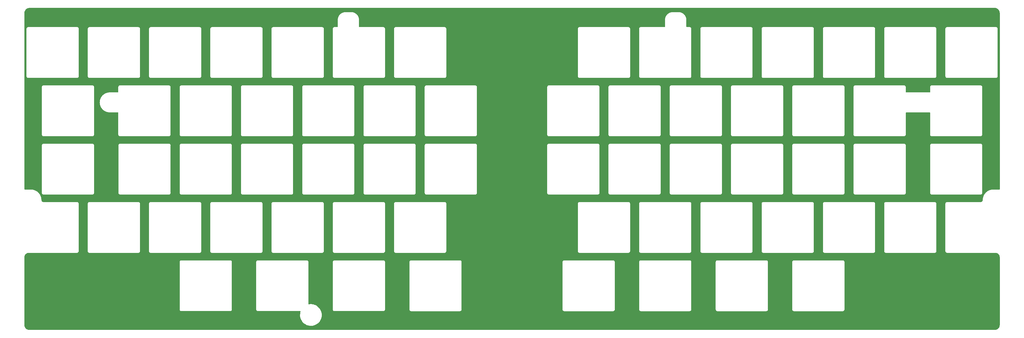
<source format=gbl>
%TF.GenerationSoftware,KiCad,Pcbnew,(6.0.1-0)*%
%TF.CreationDate,2022-02-13T08:04:40+09:00*%
%TF.ProjectId,keyplate,6b657970-6c61-4746-952e-6b696361645f,rev?*%
%TF.SameCoordinates,Original*%
%TF.FileFunction,Copper,L2,Bot*%
%TF.FilePolarity,Positive*%
%FSLAX46Y46*%
G04 Gerber Fmt 4.6, Leading zero omitted, Abs format (unit mm)*
G04 Created by KiCad (PCBNEW (6.0.1-0)) date 2022-02-13 08:04:40*
%MOMM*%
%LPD*%
G01*
G04 APERTURE LIST*
G04 APERTURE END LIST*
%TA.AperFunction,NonConductor*%
G36*
X168476484Y-18081724D02*
G01*
X298288254Y-18082212D01*
X298293098Y-18082305D01*
X298412621Y-18086903D01*
X298422219Y-18087640D01*
X298527663Y-18099806D01*
X298538097Y-18101456D01*
X298604884Y-18114906D01*
X298644583Y-18122901D01*
X298653082Y-18124923D01*
X298756435Y-18153324D01*
X298767456Y-18156906D01*
X298866003Y-18194038D01*
X298873891Y-18197321D01*
X298971750Y-18242007D01*
X298981337Y-18246890D01*
X299074824Y-18299659D01*
X299082510Y-18304368D01*
X299171423Y-18363320D01*
X299180302Y-18369781D01*
X299264869Y-18437150D01*
X299271388Y-18442717D01*
X299282181Y-18452589D01*
X299350642Y-18515211D01*
X299358586Y-18523156D01*
X299425202Y-18596008D01*
X299431873Y-18603304D01*
X299437017Y-18609296D01*
X299453666Y-18629970D01*
X299504532Y-18693132D01*
X299511675Y-18702932D01*
X299563656Y-18781983D01*
X299568601Y-18789504D01*
X299573228Y-18797114D01*
X299626519Y-18892210D01*
X299631161Y-18901349D01*
X299675918Y-18999135D01*
X299679356Y-19007411D01*
X299716647Y-19107055D01*
X299720093Y-19117675D01*
X299748659Y-19221107D01*
X299750717Y-19229728D01*
X299772458Y-19337473D01*
X299774022Y-19347155D01*
X299786885Y-19452725D01*
X299787719Y-19463167D01*
X299792238Y-19581755D01*
X299792329Y-19586553D01*
X299792329Y-70917898D01*
X299772327Y-70986019D01*
X299718671Y-71032512D01*
X299666329Y-71043898D01*
X297943098Y-71043898D01*
X297936494Y-71043725D01*
X297936078Y-71043703D01*
X297931245Y-71043073D01*
X297899907Y-71043850D01*
X297899544Y-71043859D01*
X297896421Y-71043898D01*
X297867795Y-71043898D01*
X297863359Y-71044533D01*
X297861471Y-71044668D01*
X297855646Y-71044948D01*
X297798199Y-71046372D01*
X297784989Y-71046006D01*
X297783963Y-71045924D01*
X297783719Y-71045904D01*
X297783718Y-71045904D01*
X297778878Y-71045515D01*
X297755029Y-71047289D01*
X297748842Y-71047595D01*
X297728049Y-71048111D01*
X297721219Y-71049263D01*
X297709629Y-71050668D01*
X297700315Y-71051361D01*
X297646758Y-71055345D01*
X297633531Y-71055632D01*
X297632329Y-71055595D01*
X297632322Y-71055595D01*
X297627452Y-71055445D01*
X297622615Y-71056046D01*
X297622613Y-71056046D01*
X297603699Y-71058395D01*
X297597520Y-71059008D01*
X297581206Y-71060222D01*
X297581191Y-71060224D01*
X297576731Y-71060556D01*
X297572357Y-71061518D01*
X297572351Y-71061519D01*
X297570023Y-71062031D01*
X297558490Y-71064012D01*
X297496483Y-71071715D01*
X297483263Y-71072654D01*
X297477238Y-71072764D01*
X297472443Y-71073601D01*
X297472441Y-71073601D01*
X297453598Y-71076889D01*
X297447473Y-71077804D01*
X297426748Y-71080378D01*
X297420164Y-71082171D01*
X297408754Y-71084714D01*
X297347626Y-71095381D01*
X297334466Y-71096968D01*
X297328487Y-71097371D01*
X297305026Y-71102661D01*
X297298991Y-71103867D01*
X297294994Y-71104564D01*
X297282778Y-71106696D01*
X297282773Y-71106697D01*
X297278368Y-71107466D01*
X297271926Y-71109565D01*
X297260634Y-71112672D01*
X297200466Y-71126240D01*
X297187384Y-71128472D01*
X297181469Y-71129162D01*
X297158249Y-71135606D01*
X297152300Y-71137101D01*
X297131841Y-71141714D01*
X297125633Y-71144079D01*
X297125553Y-71144110D01*
X297114379Y-71147780D01*
X297055249Y-71164188D01*
X297042267Y-71167063D01*
X297036424Y-71168036D01*
X297013530Y-71175610D01*
X297007664Y-71177393D01*
X296987431Y-71183008D01*
X296983330Y-71184805D01*
X296983329Y-71184805D01*
X296981291Y-71185698D01*
X296970309Y-71189910D01*
X296912203Y-71209135D01*
X296899377Y-71212638D01*
X296893611Y-71213890D01*
X296871102Y-71222577D01*
X296865333Y-71224642D01*
X296849644Y-71229832D01*
X296849635Y-71229836D01*
X296845378Y-71231244D01*
X296841362Y-71233243D01*
X296841354Y-71233246D01*
X296839397Y-71234220D01*
X296828612Y-71238973D01*
X296771616Y-71260966D01*
X296758975Y-71265092D01*
X296753279Y-71266623D01*
X296748829Y-71268594D01*
X296748813Y-71268600D01*
X296731220Y-71276394D01*
X296725552Y-71278742D01*
X296710115Y-71284699D01*
X296710106Y-71284703D01*
X296705937Y-71286312D01*
X296702034Y-71288498D01*
X296702025Y-71288502D01*
X296700100Y-71289580D01*
X296689572Y-71294845D01*
X296633720Y-71319588D01*
X296621290Y-71324327D01*
X296620307Y-71324643D01*
X296620299Y-71324646D01*
X296615673Y-71326135D01*
X296611330Y-71328318D01*
X296611323Y-71328321D01*
X296594130Y-71336964D01*
X296588589Y-71339583D01*
X296569356Y-71348103D01*
X296563691Y-71351649D01*
X296553432Y-71357422D01*
X296498757Y-71384906D01*
X296486579Y-71390242D01*
X296481045Y-71392326D01*
X296476815Y-71394717D01*
X296476812Y-71394719D01*
X296460061Y-71404190D01*
X296454668Y-71407069D01*
X296435875Y-71416516D01*
X296432207Y-71419069D01*
X296432202Y-71419072D01*
X296430387Y-71420336D01*
X296420424Y-71426602D01*
X296366991Y-71456813D01*
X296355088Y-71462736D01*
X296349651Y-71465093D01*
X296345540Y-71467690D01*
X296345535Y-71467693D01*
X296337198Y-71472961D01*
X296329285Y-71477961D01*
X296324035Y-71481101D01*
X296305747Y-71491441D01*
X296300416Y-71495551D01*
X296290789Y-71502282D01*
X296238675Y-71535208D01*
X296227090Y-71541700D01*
X296221733Y-71544341D01*
X296202075Y-71558153D01*
X296196942Y-71561575D01*
X296179220Y-71572772D01*
X296175805Y-71575682D01*
X296175801Y-71575685D01*
X296174065Y-71577164D01*
X296164782Y-71584355D01*
X296114055Y-71619996D01*
X296102819Y-71627038D01*
X296101812Y-71627597D01*
X296101807Y-71627600D01*
X296097558Y-71629961D01*
X296079537Y-71643994D01*
X296078616Y-71644711D01*
X296073635Y-71648396D01*
X296060218Y-71657822D01*
X296060213Y-71657826D01*
X296056541Y-71660406D01*
X296053271Y-71663481D01*
X296053270Y-71663482D01*
X296051588Y-71665064D01*
X296042678Y-71672694D01*
X295993392Y-71711071D01*
X295982534Y-71718644D01*
X295977381Y-71721849D01*
X295973689Y-71725028D01*
X295959218Y-71737488D01*
X295954431Y-71741409D01*
X295937969Y-71754227D01*
X295933211Y-71759164D01*
X295924713Y-71767197D01*
X295876944Y-71808328D01*
X295866500Y-71816407D01*
X295861461Y-71819898D01*
X295857937Y-71823249D01*
X295857935Y-71823251D01*
X295844136Y-71836374D01*
X295839530Y-71840543D01*
X295823758Y-71854123D01*
X295820809Y-71857501D01*
X295820806Y-71857504D01*
X295819215Y-71859326D01*
X295811132Y-71867761D01*
X295801453Y-71876966D01*
X295764847Y-71911779D01*
X295754875Y-71920318D01*
X295749838Y-71924195D01*
X295744731Y-71929565D01*
X295733526Y-71941346D01*
X295729058Y-71945814D01*
X295717416Y-71956886D01*
X295717413Y-71956890D01*
X295714160Y-71959983D01*
X295711381Y-71963504D01*
X295711378Y-71963507D01*
X295709735Y-71965589D01*
X295702135Y-71974355D01*
X295658120Y-72020635D01*
X295648517Y-72029725D01*
X295647569Y-72030532D01*
X295647563Y-72030538D01*
X295643862Y-72033690D01*
X295628227Y-72051848D01*
X295624102Y-72056404D01*
X295609747Y-72071499D01*
X295605750Y-72077121D01*
X295598541Y-72086325D01*
X295557710Y-72133744D01*
X295557411Y-72134091D01*
X295548255Y-72143658D01*
X295543838Y-72147812D01*
X295540848Y-72151652D01*
X295529114Y-72166720D01*
X295525196Y-72171504D01*
X295511581Y-72187316D01*
X295509170Y-72191089D01*
X295507892Y-72193089D01*
X295501135Y-72202652D01*
X295462752Y-72251944D01*
X295454063Y-72261966D01*
X295449889Y-72266297D01*
X295447092Y-72270277D01*
X295447091Y-72270279D01*
X295436080Y-72285950D01*
X295432399Y-72290924D01*
X295419567Y-72307403D01*
X295417341Y-72311296D01*
X295417340Y-72311298D01*
X295416195Y-72313301D01*
X295409907Y-72323201D01*
X295374245Y-72373956D01*
X295366054Y-72384396D01*
X295362131Y-72388888D01*
X295359531Y-72393003D01*
X295349287Y-72409216D01*
X295345865Y-72414348D01*
X295336398Y-72427822D01*
X295336394Y-72427828D01*
X295333820Y-72431492D01*
X295330751Y-72437530D01*
X295324959Y-72447719D01*
X295293685Y-72497216D01*
X295292030Y-72499836D01*
X295284350Y-72510679D01*
X295280663Y-72515342D01*
X295278269Y-72519576D01*
X295278265Y-72519582D01*
X295268825Y-72536278D01*
X295265665Y-72541562D01*
X295257560Y-72554391D01*
X295254446Y-72559319D01*
X295252619Y-72563397D01*
X295252609Y-72563415D01*
X295251690Y-72565467D01*
X295246390Y-72575955D01*
X295216188Y-72629369D01*
X295209042Y-72640582D01*
X295208426Y-72641444D01*
X295208422Y-72641451D01*
X295205601Y-72645400D01*
X295203420Y-72649738D01*
X295203416Y-72649745D01*
X295194774Y-72666936D01*
X295191882Y-72672357D01*
X295181543Y-72690642D01*
X295179101Y-72696895D01*
X295174319Y-72707628D01*
X295146836Y-72762299D01*
X295140237Y-72773860D01*
X295137049Y-72778818D01*
X295135078Y-72783267D01*
X295127279Y-72800871D01*
X295124653Y-72806427D01*
X295115216Y-72825199D01*
X295113790Y-72829452D01*
X295113786Y-72829461D01*
X295113086Y-72831548D01*
X295108826Y-72842521D01*
X295084084Y-72898367D01*
X295078061Y-72910229D01*
X295077546Y-72911122D01*
X295077540Y-72911134D01*
X295075112Y-72915348D01*
X295067723Y-72934496D01*
X295066433Y-72937838D01*
X295064083Y-72943512D01*
X295057780Y-72957740D01*
X295055564Y-72962742D01*
X295053744Y-72969198D01*
X295050035Y-72980330D01*
X295028033Y-73037347D01*
X295022594Y-73049488D01*
X295019902Y-73054735D01*
X295018372Y-73059358D01*
X295018372Y-73059359D01*
X295012327Y-73077630D01*
X295010256Y-73083412D01*
X295002689Y-73103022D01*
X295001458Y-73108377D01*
X295001192Y-73109534D01*
X294998021Y-73120868D01*
X294978795Y-73178974D01*
X294973958Y-73191358D01*
X294971517Y-73196749D01*
X294970214Y-73201444D01*
X294970213Y-73201447D01*
X294965073Y-73219970D01*
X294963287Y-73225846D01*
X294956691Y-73245781D01*
X294955900Y-73250194D01*
X294955900Y-73250195D01*
X294955506Y-73252391D01*
X294952894Y-73263857D01*
X294936485Y-73322988D01*
X294932262Y-73335586D01*
X294930075Y-73341122D01*
X294929006Y-73345862D01*
X294929004Y-73345869D01*
X294924776Y-73364621D01*
X294923279Y-73370577D01*
X294917671Y-73390787D01*
X294916977Y-73396157D01*
X294916809Y-73397459D01*
X294914762Y-73409028D01*
X294901198Y-73469179D01*
X294897601Y-73481951D01*
X294897247Y-73482995D01*
X294897245Y-73483004D01*
X294895678Y-73487620D01*
X294894840Y-73492421D01*
X294894839Y-73492426D01*
X294891546Y-73511295D01*
X294890336Y-73517350D01*
X294885731Y-73537771D01*
X294885375Y-73542237D01*
X294885375Y-73542238D01*
X294885193Y-73544521D01*
X294883717Y-73556169D01*
X294883606Y-73556805D01*
X294873057Y-73617254D01*
X294870095Y-73630173D01*
X294868438Y-73635978D01*
X294867840Y-73640795D01*
X294867839Y-73640798D01*
X294865479Y-73659796D01*
X294864565Y-73665918D01*
X294860975Y-73686490D01*
X294860838Y-73690979D01*
X294860767Y-73693298D01*
X294859865Y-73704980D01*
X294852162Y-73766989D01*
X294849840Y-73780032D01*
X294848462Y-73785951D01*
X294848101Y-73790804D01*
X294846686Y-73809827D01*
X294846072Y-73816010D01*
X294843503Y-73836683D01*
X294843595Y-73841616D01*
X294843631Y-73843548D01*
X294843306Y-73855245D01*
X294838628Y-73918121D01*
X294836956Y-73931236D01*
X294836732Y-73932470D01*
X294836731Y-73932484D01*
X294835864Y-73937266D01*
X294835743Y-73942128D01*
X294835743Y-73942133D01*
X294835273Y-73961124D01*
X294834964Y-73967356D01*
X294833753Y-73983627D01*
X294833753Y-73983638D01*
X294833421Y-73988099D01*
X294833725Y-73992566D01*
X294833725Y-73992569D01*
X294833891Y-73995008D01*
X294834143Y-74006685D01*
X294832693Y-74065168D01*
X294832357Y-74071759D01*
X294832323Y-74072205D01*
X294831575Y-74077007D01*
X294831575Y-74108738D01*
X294831536Y-74111860D01*
X294830827Y-74140462D01*
X294830890Y-74140992D01*
X294830901Y-74142073D01*
X294830793Y-74146411D01*
X294830485Y-74152617D01*
X294828858Y-74174501D01*
X294828244Y-74180691D01*
X294825554Y-74202346D01*
X294824640Y-74208470D01*
X294820896Y-74229929D01*
X294819684Y-74235992D01*
X294814908Y-74257170D01*
X294813414Y-74263116D01*
X294807606Y-74284040D01*
X294805824Y-74289898D01*
X294799011Y-74310480D01*
X294796951Y-74316230D01*
X294789127Y-74336494D01*
X294786787Y-74342138D01*
X294778011Y-74361935D01*
X294775380Y-74367500D01*
X294765636Y-74386868D01*
X294762738Y-74392294D01*
X294752042Y-74411195D01*
X294748889Y-74416462D01*
X294737655Y-74434226D01*
X294737254Y-74434860D01*
X294733838Y-74439979D01*
X294721275Y-74457844D01*
X294717589Y-74462820D01*
X294704123Y-74480097D01*
X294700190Y-74484895D01*
X294685821Y-74501568D01*
X294681640Y-74506183D01*
X294666299Y-74522300D01*
X294661898Y-74526701D01*
X294645892Y-74541934D01*
X294641282Y-74546109D01*
X294624664Y-74560430D01*
X294619880Y-74564352D01*
X294602647Y-74577779D01*
X294597689Y-74581449D01*
X294588322Y-74588034D01*
X294579885Y-74593965D01*
X294574746Y-74597392D01*
X294556418Y-74608977D01*
X294551133Y-74612139D01*
X294532260Y-74622815D01*
X294526823Y-74625718D01*
X294507477Y-74635445D01*
X294501927Y-74638068D01*
X294489159Y-74643726D01*
X294482134Y-74646839D01*
X294476488Y-74649178D01*
X294456258Y-74656987D01*
X294450491Y-74659052D01*
X294430728Y-74665591D01*
X294429909Y-74665862D01*
X294424027Y-74667650D01*
X294403127Y-74673450D01*
X294397169Y-74674947D01*
X294375958Y-74679729D01*
X294369924Y-74680935D01*
X294348463Y-74684679D01*
X294342356Y-74685591D01*
X294320650Y-74688286D01*
X294314468Y-74688899D01*
X294292587Y-74690526D01*
X294286366Y-74690834D01*
X294258340Y-74691529D01*
X294256427Y-74691576D01*
X294253307Y-74691615D01*
X284468302Y-74691615D01*
X284467532Y-74691613D01*
X284466678Y-74691608D01*
X284389948Y-74691139D01*
X284381319Y-74693605D01*
X284381314Y-74693606D01*
X284361552Y-74699254D01*
X284344791Y-74702832D01*
X284324448Y-74705745D01*
X284324438Y-74705748D01*
X284315555Y-74707020D01*
X284292205Y-74717636D01*
X284274693Y-74724079D01*
X284266657Y-74726376D01*
X284250035Y-74731127D01*
X284225052Y-74746889D01*
X284209986Y-74755019D01*
X284183090Y-74767248D01*
X284163661Y-74783989D01*
X284148653Y-74795094D01*
X284126969Y-74808775D01*
X284110485Y-74827440D01*
X284107419Y-74830911D01*
X284095227Y-74842955D01*
X284072853Y-74862234D01*
X284067974Y-74869762D01*
X284067971Y-74869765D01*
X284058904Y-74883754D01*
X284047614Y-74898628D01*
X284030644Y-74917843D01*
X284018090Y-74944581D01*
X284009776Y-74959550D01*
X283993707Y-74984342D01*
X283991135Y-74992942D01*
X283986361Y-75008905D01*
X283979699Y-75026351D01*
X283968801Y-75049563D01*
X283966360Y-75065241D01*
X283964258Y-75078743D01*
X283960474Y-75095464D01*
X283954586Y-75115151D01*
X283954585Y-75115154D01*
X283952013Y-75123756D01*
X283951811Y-75156890D01*
X283951803Y-75158161D01*
X283951770Y-75158943D01*
X283951600Y-75160038D01*
X283951600Y-75190913D01*
X283951598Y-75191683D01*
X283951124Y-75269267D01*
X283951508Y-75270611D01*
X283951600Y-75271956D01*
X283951600Y-88990840D01*
X283951598Y-88991610D01*
X283951124Y-89069194D01*
X283953590Y-89077823D01*
X283953591Y-89077828D01*
X283959239Y-89097590D01*
X283962817Y-89114351D01*
X283965730Y-89134694D01*
X283965733Y-89134704D01*
X283967005Y-89143587D01*
X283977621Y-89166937D01*
X283984064Y-89184449D01*
X283991112Y-89209107D01*
X284006874Y-89234090D01*
X284015004Y-89249156D01*
X284027233Y-89276052D01*
X284043974Y-89295481D01*
X284055079Y-89310489D01*
X284068760Y-89332173D01*
X284075488Y-89338115D01*
X284090896Y-89351723D01*
X284102940Y-89363915D01*
X284122219Y-89386289D01*
X284129747Y-89391168D01*
X284129750Y-89391171D01*
X284143739Y-89400238D01*
X284158613Y-89411528D01*
X284177828Y-89428498D01*
X284185954Y-89432313D01*
X284185955Y-89432314D01*
X284191621Y-89434974D01*
X284204566Y-89441052D01*
X284219535Y-89449366D01*
X284244327Y-89465435D01*
X284261250Y-89470496D01*
X284268890Y-89472781D01*
X284286336Y-89479443D01*
X284309548Y-89490341D01*
X284338730Y-89494885D01*
X284355449Y-89498668D01*
X284375136Y-89504556D01*
X284375139Y-89504557D01*
X284383741Y-89507129D01*
X284392716Y-89507184D01*
X284392717Y-89507184D01*
X284399410Y-89507225D01*
X284418156Y-89507339D01*
X284418928Y-89507372D01*
X284420023Y-89507542D01*
X284450898Y-89507542D01*
X284451668Y-89507544D01*
X284525316Y-89507994D01*
X284525317Y-89507994D01*
X284529252Y-89508018D01*
X284530596Y-89507634D01*
X284531941Y-89507542D01*
X298528610Y-89507542D01*
X298531724Y-89507581D01*
X298536660Y-89507703D01*
X298595665Y-89509163D01*
X298601883Y-89509470D01*
X298657570Y-89513607D01*
X298663740Y-89514219D01*
X298690003Y-89517477D01*
X298718919Y-89521065D01*
X298725037Y-89521977D01*
X298779648Y-89531494D01*
X298785693Y-89532700D01*
X298839688Y-89544863D01*
X298845622Y-89546353D01*
X298898829Y-89561104D01*
X298904713Y-89562891D01*
X298957075Y-89580200D01*
X298962861Y-89582270D01*
X299014300Y-89602105D01*
X299019950Y-89604443D01*
X299070350Y-89626758D01*
X299075907Y-89629383D01*
X299125191Y-89654146D01*
X299130615Y-89657039D01*
X299178678Y-89684206D01*
X299183952Y-89687361D01*
X299230679Y-89716878D01*
X299235775Y-89720275D01*
X299281163Y-89752166D01*
X299286116Y-89755832D01*
X299329993Y-89790003D01*
X299334773Y-89793919D01*
X299358161Y-89814065D01*
X299377044Y-89830330D01*
X299381668Y-89834516D01*
X299422184Y-89873068D01*
X299426647Y-89877533D01*
X299465191Y-89918078D01*
X299469338Y-89922662D01*
X299501733Y-89960301D01*
X299505748Y-89964966D01*
X299509678Y-89969766D01*
X299543840Y-90013655D01*
X299547519Y-90018629D01*
X299579385Y-90063999D01*
X299582806Y-90069133D01*
X299612355Y-90115917D01*
X299615514Y-90121200D01*
X299642692Y-90169281D01*
X299645586Y-90174706D01*
X299670356Y-90223996D01*
X299672978Y-90229546D01*
X299695327Y-90280004D01*
X299697663Y-90285645D01*
X299717522Y-90337112D01*
X299719592Y-90342893D01*
X299735802Y-90391892D01*
X299736921Y-90395276D01*
X299738699Y-90401123D01*
X299753476Y-90454377D01*
X299754970Y-90460322D01*
X299767141Y-90514295D01*
X299768351Y-90520351D01*
X299777875Y-90574926D01*
X299778790Y-90581051D01*
X299779842Y-90589516D01*
X299782543Y-90611253D01*
X299785645Y-90636222D01*
X299786255Y-90642363D01*
X299790397Y-90698017D01*
X299790705Y-90704240D01*
X299792290Y-90768165D01*
X299792329Y-90771288D01*
X299792329Y-110488706D01*
X299792236Y-110493559D01*
X299787737Y-110610288D01*
X299786901Y-110620708D01*
X299777405Y-110698476D01*
X299774016Y-110726225D01*
X299772466Y-110735821D01*
X299750729Y-110843786D01*
X299748642Y-110852530D01*
X299719940Y-110956221D01*
X299716615Y-110966497D01*
X299679357Y-111066761D01*
X299675717Y-111075529D01*
X299631508Y-111171633D01*
X299626889Y-111180693D01*
X299573347Y-111275992D01*
X299568790Y-111283480D01*
X299550154Y-111311823D01*
X299510938Y-111371466D01*
X299504123Y-111380858D01*
X299436145Y-111465998D01*
X299430814Y-111472244D01*
X299359797Y-111550139D01*
X299351119Y-111558774D01*
X299272398Y-111629822D01*
X299266517Y-111634810D01*
X299179824Y-111703874D01*
X299171148Y-111710201D01*
X299082700Y-111769082D01*
X299074617Y-111774034D01*
X299041473Y-111792656D01*
X298981697Y-111826242D01*
X298972322Y-111831006D01*
X298872040Y-111876799D01*
X298864929Y-111879785D01*
X298766269Y-111917674D01*
X298754487Y-111921545D01*
X298655105Y-111948857D01*
X298645774Y-111951043D01*
X298539366Y-111971741D01*
X298529748Y-111973229D01*
X298526177Y-111973641D01*
X298422220Y-111985633D01*
X298412626Y-111986370D01*
X298293084Y-111990968D01*
X298288242Y-111991061D01*
X178255959Y-111991966D01*
X16942326Y-111993182D01*
X16935819Y-111993014D01*
X16815209Y-111986777D01*
X16807288Y-111986116D01*
X16736710Y-111977973D01*
X16695602Y-111973230D01*
X16685990Y-111971743D01*
X16580126Y-111951154D01*
X16570571Y-111948906D01*
X16471713Y-111921545D01*
X16471499Y-111921486D01*
X16460230Y-111917787D01*
X16360035Y-111879583D01*
X16352613Y-111876478D01*
X16253012Y-111831003D01*
X16243632Y-111826237D01*
X16188656Y-111795349D01*
X16150721Y-111774036D01*
X16142631Y-111769079D01*
X16054186Y-111710196D01*
X16045512Y-111703872D01*
X15958846Y-111634834D01*
X15952922Y-111629808D01*
X15874224Y-111558764D01*
X15865556Y-111550140D01*
X15865556Y-111550139D01*
X15795654Y-111473490D01*
X15789870Y-111466678D01*
X15721669Y-111380318D01*
X15715668Y-111372051D01*
X15656050Y-111282498D01*
X15651085Y-111274393D01*
X15643396Y-111260707D01*
X15598440Y-111180693D01*
X15593828Y-111171647D01*
X15569922Y-111119679D01*
X15549613Y-111075529D01*
X15545982Y-111066780D01*
X15545920Y-111066612D01*
X15508746Y-110966536D01*
X15505427Y-110956273D01*
X15476719Y-110852533D01*
X15474635Y-110843803D01*
X15465244Y-110797169D01*
X15453303Y-110737872D01*
X15451654Y-110727446D01*
X15446356Y-110681519D01*
X15439234Y-110619790D01*
X15438534Y-110611073D01*
X15433133Y-110492259D01*
X15433003Y-110486537D01*
X15433003Y-106070918D01*
X60706854Y-106070918D01*
X60709320Y-106079547D01*
X60709321Y-106079552D01*
X60714969Y-106099314D01*
X60718547Y-106116075D01*
X60721460Y-106136418D01*
X60721463Y-106136428D01*
X60722735Y-106145311D01*
X60733351Y-106168661D01*
X60739794Y-106186173D01*
X60746842Y-106210831D01*
X60762604Y-106235814D01*
X60770734Y-106250880D01*
X60782963Y-106277776D01*
X60799704Y-106297205D01*
X60810809Y-106312213D01*
X60824490Y-106333897D01*
X60831218Y-106339839D01*
X60846626Y-106353447D01*
X60858670Y-106365639D01*
X60877949Y-106388013D01*
X60885477Y-106392892D01*
X60885480Y-106392895D01*
X60899469Y-106401962D01*
X60914343Y-106413252D01*
X60933558Y-106430222D01*
X60941684Y-106434037D01*
X60941685Y-106434038D01*
X60944576Y-106435395D01*
X60960296Y-106442776D01*
X60975265Y-106451090D01*
X61000057Y-106467159D01*
X61020521Y-106473279D01*
X61024620Y-106474505D01*
X61042066Y-106481167D01*
X61065278Y-106492065D01*
X61094460Y-106496609D01*
X61111179Y-106500392D01*
X61130866Y-106506280D01*
X61130869Y-106506281D01*
X61139471Y-106508853D01*
X61148446Y-106508908D01*
X61148447Y-106508908D01*
X61155140Y-106508949D01*
X61173886Y-106509063D01*
X61174658Y-106509096D01*
X61175753Y-106509266D01*
X61206628Y-106509266D01*
X61207398Y-106509268D01*
X61281046Y-106509718D01*
X61281047Y-106509718D01*
X61284982Y-106509742D01*
X61286326Y-106509358D01*
X61287671Y-106509266D01*
X75406602Y-106509266D01*
X75407373Y-106509268D01*
X75484956Y-106509742D01*
X75493585Y-106507276D01*
X75493590Y-106507275D01*
X75513352Y-106501627D01*
X75530113Y-106498049D01*
X75550456Y-106495136D01*
X75550466Y-106495133D01*
X75559349Y-106493861D01*
X75582699Y-106483245D01*
X75600211Y-106476802D01*
X75616241Y-106472220D01*
X75624869Y-106469754D01*
X75649852Y-106453992D01*
X75664918Y-106445862D01*
X75691814Y-106433633D01*
X75711243Y-106416892D01*
X75726251Y-106405787D01*
X75726727Y-106405487D01*
X75747935Y-106392106D01*
X75767486Y-106369969D01*
X75779678Y-106357925D01*
X75795253Y-106344505D01*
X75795254Y-106344503D01*
X75802051Y-106338647D01*
X75806930Y-106331119D01*
X75806933Y-106331116D01*
X75816000Y-106317127D01*
X75827290Y-106302253D01*
X75838316Y-106289768D01*
X75844260Y-106283038D01*
X75856814Y-106256300D01*
X75865128Y-106241331D01*
X75881197Y-106216539D01*
X75888543Y-106191975D01*
X75895205Y-106174530D01*
X75902287Y-106159445D01*
X75906103Y-106151318D01*
X75910647Y-106122136D01*
X75914430Y-106105417D01*
X75920318Y-106085730D01*
X75920319Y-106085727D01*
X75922891Y-106077125D01*
X75922929Y-106070918D01*
X83028456Y-106070918D01*
X83030922Y-106079547D01*
X83030923Y-106079552D01*
X83036571Y-106099314D01*
X83040149Y-106116075D01*
X83043062Y-106136418D01*
X83043065Y-106136428D01*
X83044337Y-106145311D01*
X83054953Y-106168661D01*
X83061396Y-106186173D01*
X83068444Y-106210831D01*
X83084206Y-106235814D01*
X83092336Y-106250880D01*
X83104565Y-106277776D01*
X83121306Y-106297205D01*
X83132411Y-106312213D01*
X83146092Y-106333897D01*
X83152820Y-106339839D01*
X83168228Y-106353447D01*
X83180272Y-106365639D01*
X83199551Y-106388013D01*
X83207079Y-106392892D01*
X83207082Y-106392895D01*
X83221071Y-106401962D01*
X83235945Y-106413252D01*
X83255160Y-106430222D01*
X83263286Y-106434037D01*
X83263287Y-106434038D01*
X83266178Y-106435395D01*
X83281898Y-106442776D01*
X83296867Y-106451090D01*
X83321659Y-106467159D01*
X83342123Y-106473279D01*
X83346222Y-106474505D01*
X83363668Y-106481167D01*
X83386880Y-106492065D01*
X83416062Y-106496609D01*
X83432781Y-106500392D01*
X83452468Y-106506280D01*
X83452471Y-106506281D01*
X83461073Y-106508853D01*
X83470048Y-106508908D01*
X83470049Y-106508908D01*
X83476742Y-106508949D01*
X83495488Y-106509063D01*
X83496260Y-106509096D01*
X83497355Y-106509266D01*
X83528230Y-106509266D01*
X83529000Y-106509268D01*
X83602648Y-106509718D01*
X83602649Y-106509718D01*
X83606584Y-106509742D01*
X83607928Y-106509358D01*
X83609273Y-106509266D01*
X95838918Y-106509266D01*
X95907039Y-106529268D01*
X95953532Y-106582924D01*
X95963636Y-106653198D01*
X95959793Y-106670835D01*
X95891659Y-106902336D01*
X95830329Y-107250151D01*
X95808153Y-107602634D01*
X95825406Y-107955392D01*
X95825968Y-107958860D01*
X95825968Y-107958863D01*
X95881310Y-108300554D01*
X95881873Y-108304029D01*
X95976850Y-108644199D01*
X96109153Y-108971662D01*
X96110822Y-108974749D01*
X96110824Y-108974753D01*
X96130691Y-109011496D01*
X96277134Y-109282336D01*
X96478699Y-109572350D01*
X96481012Y-109574992D01*
X96481015Y-109574996D01*
X96696104Y-109820690D01*
X96711335Y-109838088D01*
X96972143Y-110076238D01*
X97257872Y-110283832D01*
X97260938Y-110285574D01*
X97260940Y-110285575D01*
X97299535Y-110307500D01*
X97564960Y-110458283D01*
X97687298Y-110510717D01*
X97886348Y-110596030D01*
X97886352Y-110596031D01*
X97889580Y-110597415D01*
X98015048Y-110635296D01*
X98224310Y-110698476D01*
X98224315Y-110698477D01*
X98227686Y-110699495D01*
X98373326Y-110726225D01*
X98571592Y-110762614D01*
X98571596Y-110762615D01*
X98575064Y-110763251D01*
X98765539Y-110776571D01*
X98858425Y-110783066D01*
X98858429Y-110783066D01*
X98860615Y-110783219D01*
X99060573Y-110783219D01*
X99062302Y-110783122D01*
X99062314Y-110783122D01*
X99249835Y-110772638D01*
X99324182Y-110768481D01*
X99398072Y-110755984D01*
X99668949Y-110710169D01*
X99668957Y-110710167D01*
X99672417Y-110709582D01*
X100011915Y-110612232D01*
X100185932Y-110540507D01*
X100335201Y-110478983D01*
X100335208Y-110478979D01*
X100338446Y-110477645D01*
X100529772Y-110372463D01*
X100644861Y-110309193D01*
X100644865Y-110309190D01*
X100647940Y-110307500D01*
X100936540Y-110103915D01*
X101022623Y-110027487D01*
X101198020Y-109871763D01*
X101198026Y-109871757D01*
X101200647Y-109869430D01*
X101436971Y-109606966D01*
X101506174Y-109510304D01*
X101640513Y-109322662D01*
X101640517Y-109322655D01*
X101642565Y-109319795D01*
X101814867Y-109011496D01*
X101951730Y-108685912D01*
X101952720Y-108682549D01*
X101952723Y-108682540D01*
X102050456Y-108350468D01*
X102051447Y-108347102D01*
X102112777Y-107999287D01*
X102134953Y-107646804D01*
X102117700Y-107294046D01*
X102110031Y-107246693D01*
X102061796Y-106948884D01*
X102061795Y-106948881D01*
X102061233Y-106945409D01*
X101966256Y-106605239D01*
X101890113Y-106416777D01*
X101835272Y-106281040D01*
X101835270Y-106281036D01*
X101833953Y-106277776D01*
X101823298Y-106258069D01*
X101745209Y-106113648D01*
X101722105Y-106070918D01*
X105349714Y-106070918D01*
X105352180Y-106079547D01*
X105352181Y-106079552D01*
X105357829Y-106099314D01*
X105361407Y-106116075D01*
X105364320Y-106136418D01*
X105364323Y-106136428D01*
X105365595Y-106145311D01*
X105376211Y-106168661D01*
X105382654Y-106186173D01*
X105389702Y-106210831D01*
X105405464Y-106235814D01*
X105413594Y-106250880D01*
X105425823Y-106277776D01*
X105442564Y-106297205D01*
X105453669Y-106312213D01*
X105467350Y-106333897D01*
X105474078Y-106339839D01*
X105489486Y-106353447D01*
X105501530Y-106365639D01*
X105520809Y-106388013D01*
X105528337Y-106392892D01*
X105528340Y-106392895D01*
X105542329Y-106401962D01*
X105557203Y-106413252D01*
X105576418Y-106430222D01*
X105584544Y-106434037D01*
X105584545Y-106434038D01*
X105587436Y-106435395D01*
X105603156Y-106442776D01*
X105618125Y-106451090D01*
X105642917Y-106467159D01*
X105663381Y-106473279D01*
X105667480Y-106474505D01*
X105684926Y-106481167D01*
X105708138Y-106492065D01*
X105737320Y-106496609D01*
X105754039Y-106500392D01*
X105773726Y-106506280D01*
X105773729Y-106506281D01*
X105782331Y-106508853D01*
X105791306Y-106508908D01*
X105791307Y-106508908D01*
X105798000Y-106508949D01*
X105816746Y-106509063D01*
X105817518Y-106509096D01*
X105818613Y-106509266D01*
X105849488Y-106509266D01*
X105850258Y-106509268D01*
X105923906Y-106509718D01*
X105923907Y-106509718D01*
X105927842Y-106509742D01*
X105929186Y-106509358D01*
X105930531Y-106509266D01*
X120049447Y-106509266D01*
X120050218Y-106509268D01*
X120127801Y-106509742D01*
X120136430Y-106507276D01*
X120136435Y-106507275D01*
X120156197Y-106501627D01*
X120172958Y-106498049D01*
X120193301Y-106495136D01*
X120193311Y-106495133D01*
X120202194Y-106493861D01*
X120225544Y-106483245D01*
X120243056Y-106476802D01*
X120259086Y-106472220D01*
X120267714Y-106469754D01*
X120292697Y-106453992D01*
X120307763Y-106445862D01*
X120334659Y-106433633D01*
X120354088Y-106416892D01*
X120369096Y-106405787D01*
X120369572Y-106405487D01*
X120390780Y-106392106D01*
X120410331Y-106369969D01*
X120422523Y-106357925D01*
X120438098Y-106344505D01*
X120438099Y-106344503D01*
X120444896Y-106338647D01*
X120449775Y-106331119D01*
X120449778Y-106331116D01*
X120458845Y-106317127D01*
X120470135Y-106302253D01*
X120481161Y-106289768D01*
X120487105Y-106283038D01*
X120499659Y-106256300D01*
X120507973Y-106241331D01*
X120524042Y-106216539D01*
X120531388Y-106191975D01*
X120538050Y-106174530D01*
X120545132Y-106159445D01*
X120548948Y-106151318D01*
X120553492Y-106122136D01*
X120557275Y-106105417D01*
X120563163Y-106085730D01*
X120563164Y-106085727D01*
X120565736Y-106077125D01*
X120565763Y-106072680D01*
X127684011Y-106072680D01*
X127686477Y-106081309D01*
X127686478Y-106081314D01*
X127692126Y-106101076D01*
X127695704Y-106117837D01*
X127698617Y-106138180D01*
X127698620Y-106138190D01*
X127699892Y-106147073D01*
X127710508Y-106170423D01*
X127716951Y-106187935D01*
X127723999Y-106212593D01*
X127728785Y-106220178D01*
X127728785Y-106220179D01*
X127730666Y-106223161D01*
X127739761Y-106237576D01*
X127747891Y-106252642D01*
X127760120Y-106279538D01*
X127776861Y-106298967D01*
X127787966Y-106313975D01*
X127801647Y-106335659D01*
X127809022Y-106342172D01*
X127823783Y-106355209D01*
X127835827Y-106367401D01*
X127855106Y-106389775D01*
X127862634Y-106394654D01*
X127862637Y-106394657D01*
X127876626Y-106403724D01*
X127891500Y-106415014D01*
X127895630Y-106418661D01*
X127910715Y-106431984D01*
X127918841Y-106435799D01*
X127918842Y-106435800D01*
X127922597Y-106437563D01*
X127937453Y-106444538D01*
X127952422Y-106452852D01*
X127977214Y-106468921D01*
X128000032Y-106475745D01*
X128001777Y-106476267D01*
X128019223Y-106482929D01*
X128042435Y-106493827D01*
X128071617Y-106498371D01*
X128088336Y-106502154D01*
X128108023Y-106508042D01*
X128108026Y-106508043D01*
X128116628Y-106510615D01*
X128125603Y-106510670D01*
X128125604Y-106510670D01*
X128132297Y-106510711D01*
X128151043Y-106510825D01*
X128151815Y-106510858D01*
X128152910Y-106511028D01*
X128183785Y-106511028D01*
X128184555Y-106511030D01*
X128258203Y-106511480D01*
X128258204Y-106511480D01*
X128262139Y-106511504D01*
X128263483Y-106511120D01*
X128264828Y-106511028D01*
X142383775Y-106511028D01*
X142384546Y-106511030D01*
X142462129Y-106511504D01*
X142470758Y-106509038D01*
X142470763Y-106509037D01*
X142490525Y-106503389D01*
X142507286Y-106499811D01*
X142527629Y-106496898D01*
X142527639Y-106496895D01*
X142536522Y-106495623D01*
X142559872Y-106485007D01*
X142577384Y-106478564D01*
X142593414Y-106473982D01*
X142602042Y-106471516D01*
X142627025Y-106455754D01*
X142642091Y-106447624D01*
X142668987Y-106435395D01*
X142688416Y-106418654D01*
X142703424Y-106407549D01*
X142717516Y-106398658D01*
X142725108Y-106393868D01*
X142744659Y-106371731D01*
X142756851Y-106359687D01*
X142772426Y-106346267D01*
X142772427Y-106346265D01*
X142779224Y-106340409D01*
X142784103Y-106332881D01*
X142784106Y-106332878D01*
X142793173Y-106318889D01*
X142804463Y-106304015D01*
X142815489Y-106291530D01*
X142821433Y-106284800D01*
X142833987Y-106258062D01*
X142842301Y-106243093D01*
X142858370Y-106218301D01*
X142865716Y-106193737D01*
X142872378Y-106176292D01*
X142875967Y-106168647D01*
X142883276Y-106153080D01*
X142887820Y-106123898D01*
X142891603Y-106107179D01*
X142897491Y-106087492D01*
X142897492Y-106087489D01*
X142900064Y-106078887D01*
X142900102Y-106072680D01*
X172329344Y-106072680D01*
X172331810Y-106081309D01*
X172331811Y-106081314D01*
X172337459Y-106101076D01*
X172341037Y-106117837D01*
X172343950Y-106138180D01*
X172343953Y-106138190D01*
X172345225Y-106147073D01*
X172355841Y-106170423D01*
X172362284Y-106187935D01*
X172369332Y-106212593D01*
X172374118Y-106220178D01*
X172374118Y-106220179D01*
X172375999Y-106223161D01*
X172385094Y-106237576D01*
X172393224Y-106252642D01*
X172405453Y-106279538D01*
X172422194Y-106298967D01*
X172433299Y-106313975D01*
X172446980Y-106335659D01*
X172454355Y-106342172D01*
X172469116Y-106355209D01*
X172481160Y-106367401D01*
X172500439Y-106389775D01*
X172507967Y-106394654D01*
X172507970Y-106394657D01*
X172521959Y-106403724D01*
X172536833Y-106415014D01*
X172540963Y-106418661D01*
X172556048Y-106431984D01*
X172564174Y-106435799D01*
X172564175Y-106435800D01*
X172567930Y-106437563D01*
X172582786Y-106444538D01*
X172597755Y-106452852D01*
X172622547Y-106468921D01*
X172645365Y-106475745D01*
X172647110Y-106476267D01*
X172664556Y-106482929D01*
X172687768Y-106493827D01*
X172716950Y-106498371D01*
X172733669Y-106502154D01*
X172753356Y-106508042D01*
X172753359Y-106508043D01*
X172761961Y-106510615D01*
X172770936Y-106510670D01*
X172770937Y-106510670D01*
X172777630Y-106510711D01*
X172796376Y-106510825D01*
X172797148Y-106510858D01*
X172798243Y-106511028D01*
X172829118Y-106511028D01*
X172829888Y-106511030D01*
X172903536Y-106511480D01*
X172903537Y-106511480D01*
X172907472Y-106511504D01*
X172908816Y-106511120D01*
X172910161Y-106511028D01*
X187029099Y-106511028D01*
X187029870Y-106511030D01*
X187107453Y-106511504D01*
X187116082Y-106509038D01*
X187116087Y-106509037D01*
X187135849Y-106503389D01*
X187152610Y-106499811D01*
X187172953Y-106496898D01*
X187172963Y-106496895D01*
X187181846Y-106495623D01*
X187205196Y-106485007D01*
X187222708Y-106478564D01*
X187238738Y-106473982D01*
X187247366Y-106471516D01*
X187272349Y-106455754D01*
X187287415Y-106447624D01*
X187314311Y-106435395D01*
X187333740Y-106418654D01*
X187348748Y-106407549D01*
X187362840Y-106398658D01*
X187370432Y-106393868D01*
X187389983Y-106371731D01*
X187402175Y-106359687D01*
X187417750Y-106346267D01*
X187417751Y-106346265D01*
X187424548Y-106340409D01*
X187429427Y-106332881D01*
X187429430Y-106332878D01*
X187438497Y-106318889D01*
X187449787Y-106304015D01*
X187460813Y-106291530D01*
X187466757Y-106284800D01*
X187479311Y-106258062D01*
X187487625Y-106243093D01*
X187503694Y-106218301D01*
X187511040Y-106193737D01*
X187517702Y-106176292D01*
X187521291Y-106168647D01*
X187528600Y-106153080D01*
X187533144Y-106123898D01*
X187536927Y-106107179D01*
X187542815Y-106087492D01*
X187542816Y-106087489D01*
X187545388Y-106078887D01*
X187545426Y-106072680D01*
X194653410Y-106072680D01*
X194655876Y-106081309D01*
X194655877Y-106081314D01*
X194661525Y-106101076D01*
X194665103Y-106117837D01*
X194668016Y-106138180D01*
X194668019Y-106138190D01*
X194669291Y-106147073D01*
X194679907Y-106170423D01*
X194686350Y-106187935D01*
X194693398Y-106212593D01*
X194698184Y-106220178D01*
X194698184Y-106220179D01*
X194700065Y-106223161D01*
X194709160Y-106237576D01*
X194717290Y-106252642D01*
X194729519Y-106279538D01*
X194746260Y-106298967D01*
X194757365Y-106313975D01*
X194771046Y-106335659D01*
X194778421Y-106342172D01*
X194793182Y-106355209D01*
X194805226Y-106367401D01*
X194824505Y-106389775D01*
X194832033Y-106394654D01*
X194832036Y-106394657D01*
X194846025Y-106403724D01*
X194860899Y-106415014D01*
X194865029Y-106418661D01*
X194880114Y-106431984D01*
X194888240Y-106435799D01*
X194888241Y-106435800D01*
X194891996Y-106437563D01*
X194906852Y-106444538D01*
X194921821Y-106452852D01*
X194946613Y-106468921D01*
X194969431Y-106475745D01*
X194971176Y-106476267D01*
X194988622Y-106482929D01*
X195011834Y-106493827D01*
X195041016Y-106498371D01*
X195057735Y-106502154D01*
X195077422Y-106508042D01*
X195077425Y-106508043D01*
X195086027Y-106510615D01*
X195095002Y-106510670D01*
X195095003Y-106510670D01*
X195101696Y-106510711D01*
X195120442Y-106510825D01*
X195121214Y-106510858D01*
X195122309Y-106511028D01*
X195153184Y-106511028D01*
X195153954Y-106511030D01*
X195227602Y-106511480D01*
X195227603Y-106511480D01*
X195231538Y-106511504D01*
X195232882Y-106511120D01*
X195234227Y-106511028D01*
X209353166Y-106511028D01*
X209353937Y-106511030D01*
X209431520Y-106511504D01*
X209440149Y-106509038D01*
X209440154Y-106509037D01*
X209459916Y-106503389D01*
X209476677Y-106499811D01*
X209497020Y-106496898D01*
X209497030Y-106496895D01*
X209505913Y-106495623D01*
X209529263Y-106485007D01*
X209546775Y-106478564D01*
X209562805Y-106473982D01*
X209571433Y-106471516D01*
X209596416Y-106455754D01*
X209611482Y-106447624D01*
X209638378Y-106435395D01*
X209657807Y-106418654D01*
X209672815Y-106407549D01*
X209686907Y-106398658D01*
X209694499Y-106393868D01*
X209714050Y-106371731D01*
X209726242Y-106359687D01*
X209741817Y-106346267D01*
X209741818Y-106346265D01*
X209748615Y-106340409D01*
X209753494Y-106332881D01*
X209753497Y-106332878D01*
X209762564Y-106318889D01*
X209773854Y-106304015D01*
X209784880Y-106291530D01*
X209790824Y-106284800D01*
X209803378Y-106258062D01*
X209811692Y-106243093D01*
X209827761Y-106218301D01*
X209835107Y-106193737D01*
X209841769Y-106176292D01*
X209845358Y-106168647D01*
X209852667Y-106153080D01*
X209857211Y-106123898D01*
X209860994Y-106107179D01*
X209866882Y-106087492D01*
X209866883Y-106087489D01*
X209869455Y-106078887D01*
X209869482Y-106074443D01*
X216982420Y-106074443D01*
X216984886Y-106083072D01*
X216984887Y-106083077D01*
X216990535Y-106102839D01*
X216994113Y-106119600D01*
X216997026Y-106139943D01*
X216997029Y-106139953D01*
X216998301Y-106148836D01*
X217008917Y-106172186D01*
X217015360Y-106189698D01*
X217022408Y-106214356D01*
X217038170Y-106239339D01*
X217046300Y-106254405D01*
X217058529Y-106281301D01*
X217075270Y-106300730D01*
X217086375Y-106315738D01*
X217100056Y-106337422D01*
X217106784Y-106343364D01*
X217122192Y-106356972D01*
X217134236Y-106369164D01*
X217153515Y-106391538D01*
X217161043Y-106396417D01*
X217161046Y-106396420D01*
X217175035Y-106405487D01*
X217189909Y-106416777D01*
X217209124Y-106433747D01*
X217217250Y-106437562D01*
X217217251Y-106437563D01*
X217220546Y-106439110D01*
X217235862Y-106446301D01*
X217250831Y-106454615D01*
X217275623Y-106470684D01*
X217297371Y-106477188D01*
X217300186Y-106478030D01*
X217317632Y-106484692D01*
X217340844Y-106495590D01*
X217370026Y-106500134D01*
X217386745Y-106503917D01*
X217406432Y-106509805D01*
X217406435Y-106509806D01*
X217415037Y-106512378D01*
X217424012Y-106512433D01*
X217424013Y-106512433D01*
X217430706Y-106512474D01*
X217449452Y-106512588D01*
X217450224Y-106512621D01*
X217451319Y-106512791D01*
X217482194Y-106512791D01*
X217482964Y-106512793D01*
X217556612Y-106513243D01*
X217556613Y-106513243D01*
X217560548Y-106513267D01*
X217561892Y-106512883D01*
X217563237Y-106512791D01*
X231682160Y-106512791D01*
X231682931Y-106512793D01*
X231760514Y-106513267D01*
X231769143Y-106510801D01*
X231769148Y-106510800D01*
X231788910Y-106505152D01*
X231805671Y-106501574D01*
X231826014Y-106498661D01*
X231826024Y-106498658D01*
X231834907Y-106497386D01*
X231858257Y-106486770D01*
X231875769Y-106480327D01*
X231891799Y-106475745D01*
X231900427Y-106473279D01*
X231925410Y-106457517D01*
X231940476Y-106449387D01*
X231967372Y-106437158D01*
X231986801Y-106420417D01*
X232001809Y-106409312D01*
X232015901Y-106400421D01*
X232023493Y-106395631D01*
X232043044Y-106373494D01*
X232055236Y-106361450D01*
X232070811Y-106348030D01*
X232070812Y-106348028D01*
X232077609Y-106342172D01*
X232082488Y-106334644D01*
X232082491Y-106334641D01*
X232091558Y-106320652D01*
X232102848Y-106305778D01*
X232113874Y-106293293D01*
X232119818Y-106286563D01*
X232124462Y-106276673D01*
X232127780Y-106269605D01*
X232132372Y-106259825D01*
X232140686Y-106244856D01*
X232156755Y-106220064D01*
X232164101Y-106195500D01*
X232170763Y-106178055D01*
X232177845Y-106162970D01*
X232181661Y-106154843D01*
X232186205Y-106125661D01*
X232189988Y-106108942D01*
X232195876Y-106089255D01*
X232195877Y-106089252D01*
X232198449Y-106080650D01*
X232198498Y-106072680D01*
X239299086Y-106072680D01*
X239301552Y-106081309D01*
X239301553Y-106081314D01*
X239307201Y-106101076D01*
X239310779Y-106117837D01*
X239313692Y-106138180D01*
X239313695Y-106138190D01*
X239314967Y-106147073D01*
X239325583Y-106170423D01*
X239332026Y-106187935D01*
X239339074Y-106212593D01*
X239343860Y-106220178D01*
X239343860Y-106220179D01*
X239345741Y-106223161D01*
X239354836Y-106237576D01*
X239362966Y-106252642D01*
X239375195Y-106279538D01*
X239391936Y-106298967D01*
X239403041Y-106313975D01*
X239416722Y-106335659D01*
X239424097Y-106342172D01*
X239438858Y-106355209D01*
X239450902Y-106367401D01*
X239470181Y-106389775D01*
X239477709Y-106394654D01*
X239477712Y-106394657D01*
X239491701Y-106403724D01*
X239506575Y-106415014D01*
X239510705Y-106418661D01*
X239525790Y-106431984D01*
X239533916Y-106435799D01*
X239533917Y-106435800D01*
X239537672Y-106437563D01*
X239552528Y-106444538D01*
X239567497Y-106452852D01*
X239592289Y-106468921D01*
X239615107Y-106475745D01*
X239616852Y-106476267D01*
X239634298Y-106482929D01*
X239657510Y-106493827D01*
X239686692Y-106498371D01*
X239703411Y-106502154D01*
X239723098Y-106508042D01*
X239723101Y-106508043D01*
X239731703Y-106510615D01*
X239740678Y-106510670D01*
X239740679Y-106510670D01*
X239747372Y-106510711D01*
X239766118Y-106510825D01*
X239766890Y-106510858D01*
X239767985Y-106511028D01*
X239798860Y-106511028D01*
X239799630Y-106511030D01*
X239873278Y-106511480D01*
X239873279Y-106511480D01*
X239877214Y-106511504D01*
X239878558Y-106511120D01*
X239879903Y-106511028D01*
X253998841Y-106511028D01*
X253999612Y-106511030D01*
X254077195Y-106511504D01*
X254085824Y-106509038D01*
X254085829Y-106509037D01*
X254105591Y-106503389D01*
X254122352Y-106499811D01*
X254142695Y-106496898D01*
X254142705Y-106496895D01*
X254151588Y-106495623D01*
X254174938Y-106485007D01*
X254192450Y-106478564D01*
X254208480Y-106473982D01*
X254217108Y-106471516D01*
X254242091Y-106455754D01*
X254257157Y-106447624D01*
X254284053Y-106435395D01*
X254303482Y-106418654D01*
X254318490Y-106407549D01*
X254332582Y-106398658D01*
X254340174Y-106393868D01*
X254359725Y-106371731D01*
X254371917Y-106359687D01*
X254387492Y-106346267D01*
X254387493Y-106346265D01*
X254394290Y-106340409D01*
X254399169Y-106332881D01*
X254399172Y-106332878D01*
X254408239Y-106318889D01*
X254419529Y-106304015D01*
X254430555Y-106291530D01*
X254436499Y-106284800D01*
X254449053Y-106258062D01*
X254457367Y-106243093D01*
X254473436Y-106218301D01*
X254480782Y-106193737D01*
X254487444Y-106176292D01*
X254491033Y-106168647D01*
X254498342Y-106153080D01*
X254502886Y-106123898D01*
X254506669Y-106107179D01*
X254512557Y-106087492D01*
X254512558Y-106087489D01*
X254515130Y-106078887D01*
X254515340Y-106044472D01*
X254515373Y-106043700D01*
X254515543Y-106042605D01*
X254515543Y-106011730D01*
X254515545Y-106010960D01*
X254515995Y-105937312D01*
X254515995Y-105937311D01*
X254516019Y-105933376D01*
X254515635Y-105932032D01*
X254515543Y-105930687D01*
X254515543Y-92212162D01*
X254515545Y-92211392D01*
X254515854Y-92160834D01*
X254516019Y-92133808D01*
X254513553Y-92125179D01*
X254513552Y-92125174D01*
X254507904Y-92105412D01*
X254504326Y-92088651D01*
X254501413Y-92068308D01*
X254501410Y-92068298D01*
X254500138Y-92059415D01*
X254489522Y-92036065D01*
X254483079Y-92018553D01*
X254478497Y-92002523D01*
X254476031Y-91993895D01*
X254460269Y-91968912D01*
X254452139Y-91953846D01*
X254439910Y-91926950D01*
X254423169Y-91907521D01*
X254412064Y-91892513D01*
X254403173Y-91878421D01*
X254398383Y-91870829D01*
X254376246Y-91851278D01*
X254364202Y-91839086D01*
X254350782Y-91823511D01*
X254350780Y-91823510D01*
X254344924Y-91816713D01*
X254337396Y-91811834D01*
X254337393Y-91811831D01*
X254323404Y-91802764D01*
X254308530Y-91791474D01*
X254302396Y-91786057D01*
X254289315Y-91774504D01*
X254281189Y-91770689D01*
X254281188Y-91770688D01*
X254275522Y-91768028D01*
X254262577Y-91761950D01*
X254247608Y-91753636D01*
X254222816Y-91737567D01*
X254198252Y-91730221D01*
X254180807Y-91723559D01*
X254172600Y-91719706D01*
X254157595Y-91712661D01*
X254128413Y-91708117D01*
X254111694Y-91704334D01*
X254092007Y-91698446D01*
X254092004Y-91698445D01*
X254083402Y-91695873D01*
X254074427Y-91695818D01*
X254074426Y-91695818D01*
X254067733Y-91695777D01*
X254048987Y-91695663D01*
X254048215Y-91695630D01*
X254047120Y-91695460D01*
X254016245Y-91695460D01*
X254015475Y-91695458D01*
X253941827Y-91695008D01*
X253941826Y-91695008D01*
X253937891Y-91694984D01*
X253936547Y-91695368D01*
X253935202Y-91695460D01*
X239816264Y-91695460D01*
X239815494Y-91695458D01*
X239814640Y-91695453D01*
X239737910Y-91694984D01*
X239729281Y-91697450D01*
X239729276Y-91697451D01*
X239709514Y-91703099D01*
X239692753Y-91706677D01*
X239672410Y-91709590D01*
X239672400Y-91709593D01*
X239663517Y-91710865D01*
X239640167Y-91721481D01*
X239622655Y-91727924D01*
X239614619Y-91730221D01*
X239597997Y-91734972D01*
X239573014Y-91750734D01*
X239557948Y-91758864D01*
X239531052Y-91771093D01*
X239511623Y-91787834D01*
X239496615Y-91798939D01*
X239474931Y-91812620D01*
X239468989Y-91819348D01*
X239455381Y-91834756D01*
X239443188Y-91846801D01*
X239429668Y-91858451D01*
X239420815Y-91866079D01*
X239415936Y-91873607D01*
X239415933Y-91873610D01*
X239406866Y-91887599D01*
X239395576Y-91902473D01*
X239378606Y-91921688D01*
X239374791Y-91929814D01*
X239374790Y-91929815D01*
X239373130Y-91933351D01*
X239366052Y-91948426D01*
X239357738Y-91963395D01*
X239341669Y-91988187D01*
X239339097Y-91996787D01*
X239334323Y-92012750D01*
X239327661Y-92030196D01*
X239316763Y-92053408D01*
X239312220Y-92082588D01*
X239308436Y-92099309D01*
X239302548Y-92118996D01*
X239302547Y-92118999D01*
X239299975Y-92127601D01*
X239299776Y-92160236D01*
X239299765Y-92162006D01*
X239299732Y-92162788D01*
X239299562Y-92163883D01*
X239299562Y-92194758D01*
X239299560Y-92195528D01*
X239299086Y-92273112D01*
X239299470Y-92274456D01*
X239299562Y-92275801D01*
X239299562Y-105994326D01*
X239299560Y-105995096D01*
X239299086Y-106072680D01*
X232198498Y-106072680D01*
X232198509Y-106070918D01*
X232198659Y-106046245D01*
X232198692Y-106045463D01*
X232198862Y-106044368D01*
X232198862Y-106013493D01*
X232198864Y-106012723D01*
X232199314Y-105939075D01*
X232199314Y-105939074D01*
X232199338Y-105935139D01*
X232198954Y-105933795D01*
X232198862Y-105932450D01*
X232198862Y-92213925D01*
X232198864Y-92213155D01*
X232198976Y-92194758D01*
X232199338Y-92135571D01*
X232196872Y-92126942D01*
X232196871Y-92126937D01*
X232191223Y-92107175D01*
X232187645Y-92090414D01*
X232184732Y-92070071D01*
X232184729Y-92070061D01*
X232183457Y-92061178D01*
X232172841Y-92037828D01*
X232166398Y-92020316D01*
X232161816Y-92004286D01*
X232159350Y-91995658D01*
X232153452Y-91986309D01*
X232150998Y-91982420D01*
X232143588Y-91970675D01*
X232135458Y-91955609D01*
X232123229Y-91928713D01*
X232106488Y-91909284D01*
X232095383Y-91894276D01*
X232086492Y-91880184D01*
X232081702Y-91872592D01*
X232059565Y-91853041D01*
X232047521Y-91840849D01*
X232034101Y-91825274D01*
X232034099Y-91825273D01*
X232028243Y-91818476D01*
X232020715Y-91813597D01*
X232020712Y-91813594D01*
X232006723Y-91804527D01*
X231991849Y-91793237D01*
X231979364Y-91782211D01*
X231972634Y-91776267D01*
X231964508Y-91772452D01*
X231964507Y-91772451D01*
X231957844Y-91769323D01*
X231945896Y-91763713D01*
X231930927Y-91755399D01*
X231906135Y-91739330D01*
X231881571Y-91731984D01*
X231864126Y-91725322D01*
X231852164Y-91719706D01*
X231840914Y-91714424D01*
X231811732Y-91709880D01*
X231795013Y-91706097D01*
X231775326Y-91700209D01*
X231775323Y-91700208D01*
X231766721Y-91697636D01*
X231757746Y-91697581D01*
X231757745Y-91697581D01*
X231751052Y-91697540D01*
X231732306Y-91697426D01*
X231731534Y-91697393D01*
X231730439Y-91697223D01*
X231699564Y-91697223D01*
X231698794Y-91697221D01*
X231625146Y-91696771D01*
X231625145Y-91696771D01*
X231621210Y-91696747D01*
X231619866Y-91697131D01*
X231618521Y-91697223D01*
X217499598Y-91697223D01*
X217498828Y-91697221D01*
X217497974Y-91697216D01*
X217421244Y-91696747D01*
X217412615Y-91699213D01*
X217412610Y-91699214D01*
X217392848Y-91704862D01*
X217376087Y-91708440D01*
X217355744Y-91711353D01*
X217355734Y-91711356D01*
X217346851Y-91712628D01*
X217323501Y-91723244D01*
X217305989Y-91729687D01*
X217297953Y-91731984D01*
X217281331Y-91736735D01*
X217256348Y-91752497D01*
X217241282Y-91760627D01*
X217214386Y-91772856D01*
X217194957Y-91789597D01*
X217179949Y-91800702D01*
X217158265Y-91814383D01*
X217152323Y-91821111D01*
X217138715Y-91836519D01*
X217126522Y-91848564D01*
X217115048Y-91858451D01*
X217104149Y-91867842D01*
X217099270Y-91875370D01*
X217099267Y-91875373D01*
X217090200Y-91889362D01*
X217078910Y-91904236D01*
X217061940Y-91923451D01*
X217049386Y-91950189D01*
X217041072Y-91965158D01*
X217025003Y-91989950D01*
X217022431Y-91998550D01*
X217017657Y-92014513D01*
X217010995Y-92031959D01*
X217000097Y-92055171D01*
X216995554Y-92084351D01*
X216991770Y-92101072D01*
X216985882Y-92120759D01*
X216985881Y-92120762D01*
X216983309Y-92129364D01*
X216983110Y-92162006D01*
X216983099Y-92163769D01*
X216983066Y-92164551D01*
X216982896Y-92165646D01*
X216982896Y-92196521D01*
X216982894Y-92197291D01*
X216982420Y-92274875D01*
X216982804Y-92276219D01*
X216982896Y-92277564D01*
X216982896Y-105996089D01*
X216982894Y-105996859D01*
X216982420Y-106074443D01*
X209869482Y-106074443D01*
X209869665Y-106044472D01*
X209869698Y-106043700D01*
X209869868Y-106042605D01*
X209869868Y-106011730D01*
X209869870Y-106010960D01*
X209870320Y-105937312D01*
X209870320Y-105937311D01*
X209870344Y-105933376D01*
X209869960Y-105932032D01*
X209869868Y-105930687D01*
X209869868Y-92212162D01*
X209869870Y-92211392D01*
X209870179Y-92160834D01*
X209870344Y-92133808D01*
X209867878Y-92125179D01*
X209867877Y-92125174D01*
X209862229Y-92105412D01*
X209858651Y-92088651D01*
X209855738Y-92068308D01*
X209855735Y-92068298D01*
X209854463Y-92059415D01*
X209843847Y-92036065D01*
X209837404Y-92018553D01*
X209832822Y-92002523D01*
X209830356Y-91993895D01*
X209814594Y-91968912D01*
X209806464Y-91953846D01*
X209794235Y-91926950D01*
X209777494Y-91907521D01*
X209766389Y-91892513D01*
X209757498Y-91878421D01*
X209752708Y-91870829D01*
X209730571Y-91851278D01*
X209718527Y-91839086D01*
X209705107Y-91823511D01*
X209705105Y-91823510D01*
X209699249Y-91816713D01*
X209691721Y-91811834D01*
X209691718Y-91811831D01*
X209677729Y-91802764D01*
X209662855Y-91791474D01*
X209656721Y-91786057D01*
X209643640Y-91774504D01*
X209635514Y-91770689D01*
X209635513Y-91770688D01*
X209629847Y-91768028D01*
X209616902Y-91761950D01*
X209601933Y-91753636D01*
X209577141Y-91737567D01*
X209552577Y-91730221D01*
X209535132Y-91723559D01*
X209526925Y-91719706D01*
X209511920Y-91712661D01*
X209482738Y-91708117D01*
X209466019Y-91704334D01*
X209446332Y-91698446D01*
X209446329Y-91698445D01*
X209437727Y-91695873D01*
X209428752Y-91695818D01*
X209428751Y-91695818D01*
X209422058Y-91695777D01*
X209403312Y-91695663D01*
X209402540Y-91695630D01*
X209401445Y-91695460D01*
X209370570Y-91695460D01*
X209369800Y-91695458D01*
X209296152Y-91695008D01*
X209296151Y-91695008D01*
X209292216Y-91694984D01*
X209290872Y-91695368D01*
X209289527Y-91695460D01*
X195170588Y-91695460D01*
X195169818Y-91695458D01*
X195168964Y-91695453D01*
X195092234Y-91694984D01*
X195083605Y-91697450D01*
X195083600Y-91697451D01*
X195063838Y-91703099D01*
X195047077Y-91706677D01*
X195026734Y-91709590D01*
X195026724Y-91709593D01*
X195017841Y-91710865D01*
X194994491Y-91721481D01*
X194976979Y-91727924D01*
X194968943Y-91730221D01*
X194952321Y-91734972D01*
X194927338Y-91750734D01*
X194912272Y-91758864D01*
X194885376Y-91771093D01*
X194865947Y-91787834D01*
X194850939Y-91798939D01*
X194829255Y-91812620D01*
X194823313Y-91819348D01*
X194809705Y-91834756D01*
X194797512Y-91846801D01*
X194783992Y-91858451D01*
X194775139Y-91866079D01*
X194770260Y-91873607D01*
X194770257Y-91873610D01*
X194761190Y-91887599D01*
X194749900Y-91902473D01*
X194732930Y-91921688D01*
X194729115Y-91929814D01*
X194729114Y-91929815D01*
X194727454Y-91933351D01*
X194720376Y-91948426D01*
X194712062Y-91963395D01*
X194695993Y-91988187D01*
X194693421Y-91996787D01*
X194688647Y-92012750D01*
X194681985Y-92030196D01*
X194671087Y-92053408D01*
X194666544Y-92082588D01*
X194662760Y-92099309D01*
X194656872Y-92118996D01*
X194656871Y-92118999D01*
X194654299Y-92127601D01*
X194654100Y-92160236D01*
X194654089Y-92162006D01*
X194654056Y-92162788D01*
X194653886Y-92163883D01*
X194653886Y-92194758D01*
X194653884Y-92195528D01*
X194653410Y-92273112D01*
X194653794Y-92274456D01*
X194653886Y-92275801D01*
X194653886Y-105994326D01*
X194653884Y-105995096D01*
X194653410Y-106072680D01*
X187545426Y-106072680D01*
X187545598Y-106044472D01*
X187545631Y-106043700D01*
X187545801Y-106042605D01*
X187545801Y-106011730D01*
X187545803Y-106010960D01*
X187546253Y-105937312D01*
X187546253Y-105937311D01*
X187546277Y-105933376D01*
X187545893Y-105932032D01*
X187545801Y-105930687D01*
X187545801Y-92212162D01*
X187545803Y-92211392D01*
X187546112Y-92160834D01*
X187546277Y-92133808D01*
X187543811Y-92125179D01*
X187543810Y-92125174D01*
X187538162Y-92105412D01*
X187534584Y-92088651D01*
X187531671Y-92068308D01*
X187531668Y-92068298D01*
X187530396Y-92059415D01*
X187519780Y-92036065D01*
X187513337Y-92018553D01*
X187508755Y-92002523D01*
X187506289Y-91993895D01*
X187490527Y-91968912D01*
X187482397Y-91953846D01*
X187470168Y-91926950D01*
X187453427Y-91907521D01*
X187442322Y-91892513D01*
X187433431Y-91878421D01*
X187428641Y-91870829D01*
X187406504Y-91851278D01*
X187394460Y-91839086D01*
X187381040Y-91823511D01*
X187381038Y-91823510D01*
X187375182Y-91816713D01*
X187367654Y-91811834D01*
X187367651Y-91811831D01*
X187353662Y-91802764D01*
X187338788Y-91791474D01*
X187332654Y-91786057D01*
X187319573Y-91774504D01*
X187311447Y-91770689D01*
X187311446Y-91770688D01*
X187305780Y-91768028D01*
X187292835Y-91761950D01*
X187277866Y-91753636D01*
X187253074Y-91737567D01*
X187228510Y-91730221D01*
X187211065Y-91723559D01*
X187202858Y-91719706D01*
X187187853Y-91712661D01*
X187158671Y-91708117D01*
X187141952Y-91704334D01*
X187122265Y-91698446D01*
X187122262Y-91698445D01*
X187113660Y-91695873D01*
X187104685Y-91695818D01*
X187104684Y-91695818D01*
X187097991Y-91695777D01*
X187079245Y-91695663D01*
X187078473Y-91695630D01*
X187077378Y-91695460D01*
X187046503Y-91695460D01*
X187045733Y-91695458D01*
X186972085Y-91695008D01*
X186972084Y-91695008D01*
X186968149Y-91694984D01*
X186966805Y-91695368D01*
X186965460Y-91695460D01*
X172846522Y-91695460D01*
X172845752Y-91695458D01*
X172844898Y-91695453D01*
X172768168Y-91694984D01*
X172759539Y-91697450D01*
X172759534Y-91697451D01*
X172739772Y-91703099D01*
X172723011Y-91706677D01*
X172702668Y-91709590D01*
X172702658Y-91709593D01*
X172693775Y-91710865D01*
X172670425Y-91721481D01*
X172652913Y-91727924D01*
X172644877Y-91730221D01*
X172628255Y-91734972D01*
X172603272Y-91750734D01*
X172588206Y-91758864D01*
X172561310Y-91771093D01*
X172541881Y-91787834D01*
X172526873Y-91798939D01*
X172505189Y-91812620D01*
X172499247Y-91819348D01*
X172485639Y-91834756D01*
X172473446Y-91846801D01*
X172459926Y-91858451D01*
X172451073Y-91866079D01*
X172446194Y-91873607D01*
X172446191Y-91873610D01*
X172437124Y-91887599D01*
X172425834Y-91902473D01*
X172408864Y-91921688D01*
X172405049Y-91929814D01*
X172405048Y-91929815D01*
X172403388Y-91933351D01*
X172396310Y-91948426D01*
X172387996Y-91963395D01*
X172371927Y-91988187D01*
X172369355Y-91996787D01*
X172364581Y-92012750D01*
X172357919Y-92030196D01*
X172347021Y-92053408D01*
X172342478Y-92082588D01*
X172338694Y-92099309D01*
X172332806Y-92118996D01*
X172332805Y-92118999D01*
X172330233Y-92127601D01*
X172330034Y-92160236D01*
X172330023Y-92162006D01*
X172329990Y-92162788D01*
X172329820Y-92163883D01*
X172329820Y-92194758D01*
X172329818Y-92195528D01*
X172329344Y-92273112D01*
X172329728Y-92274456D01*
X172329820Y-92275801D01*
X172329820Y-105994326D01*
X172329818Y-105995096D01*
X172329344Y-106072680D01*
X142900102Y-106072680D01*
X142900274Y-106044472D01*
X142900307Y-106043700D01*
X142900477Y-106042605D01*
X142900477Y-106011730D01*
X142900479Y-106010960D01*
X142900929Y-105937312D01*
X142900929Y-105937311D01*
X142900953Y-105933376D01*
X142900569Y-105932032D01*
X142900477Y-105930687D01*
X142900477Y-92212162D01*
X142900479Y-92211392D01*
X142900788Y-92160834D01*
X142900953Y-92133808D01*
X142898487Y-92125179D01*
X142898486Y-92125174D01*
X142892838Y-92105412D01*
X142889260Y-92088651D01*
X142886347Y-92068308D01*
X142886344Y-92068298D01*
X142885072Y-92059415D01*
X142874456Y-92036065D01*
X142868013Y-92018553D01*
X142863431Y-92002523D01*
X142860965Y-91993895D01*
X142845203Y-91968912D01*
X142837073Y-91953846D01*
X142824844Y-91926950D01*
X142808103Y-91907521D01*
X142796998Y-91892513D01*
X142788107Y-91878421D01*
X142783317Y-91870829D01*
X142761180Y-91851278D01*
X142749136Y-91839086D01*
X142735716Y-91823511D01*
X142735714Y-91823510D01*
X142729858Y-91816713D01*
X142722330Y-91811834D01*
X142722327Y-91811831D01*
X142708338Y-91802764D01*
X142693464Y-91791474D01*
X142687330Y-91786057D01*
X142674249Y-91774504D01*
X142666123Y-91770689D01*
X142666122Y-91770688D01*
X142660456Y-91768028D01*
X142647511Y-91761950D01*
X142632542Y-91753636D01*
X142607750Y-91737567D01*
X142583186Y-91730221D01*
X142565741Y-91723559D01*
X142557534Y-91719706D01*
X142542529Y-91712661D01*
X142513347Y-91708117D01*
X142496628Y-91704334D01*
X142476941Y-91698446D01*
X142476938Y-91698445D01*
X142468336Y-91695873D01*
X142459361Y-91695818D01*
X142459360Y-91695818D01*
X142452667Y-91695777D01*
X142433921Y-91695663D01*
X142433149Y-91695630D01*
X142432054Y-91695460D01*
X142401179Y-91695460D01*
X142400409Y-91695458D01*
X142326761Y-91695008D01*
X142326760Y-91695008D01*
X142322825Y-91694984D01*
X142321481Y-91695368D01*
X142320136Y-91695460D01*
X128201189Y-91695460D01*
X128200419Y-91695458D01*
X128199565Y-91695453D01*
X128122835Y-91694984D01*
X128114206Y-91697450D01*
X128114201Y-91697451D01*
X128094439Y-91703099D01*
X128077678Y-91706677D01*
X128057335Y-91709590D01*
X128057325Y-91709593D01*
X128048442Y-91710865D01*
X128025092Y-91721481D01*
X128007580Y-91727924D01*
X127999544Y-91730221D01*
X127982922Y-91734972D01*
X127957939Y-91750734D01*
X127942873Y-91758864D01*
X127915977Y-91771093D01*
X127896548Y-91787834D01*
X127881540Y-91798939D01*
X127859856Y-91812620D01*
X127853914Y-91819348D01*
X127840306Y-91834756D01*
X127828113Y-91846801D01*
X127814593Y-91858451D01*
X127805740Y-91866079D01*
X127800861Y-91873607D01*
X127800858Y-91873610D01*
X127791791Y-91887599D01*
X127780501Y-91902473D01*
X127763531Y-91921688D01*
X127759716Y-91929814D01*
X127759715Y-91929815D01*
X127758055Y-91933351D01*
X127750977Y-91948426D01*
X127742663Y-91963395D01*
X127726594Y-91988187D01*
X127724022Y-91996787D01*
X127719248Y-92012750D01*
X127712586Y-92030196D01*
X127701688Y-92053408D01*
X127697145Y-92082588D01*
X127693361Y-92099309D01*
X127687473Y-92118996D01*
X127687472Y-92118999D01*
X127684900Y-92127601D01*
X127684701Y-92160236D01*
X127684690Y-92162006D01*
X127684657Y-92162788D01*
X127684487Y-92163883D01*
X127684487Y-92194758D01*
X127684485Y-92195528D01*
X127684011Y-92273112D01*
X127684395Y-92274456D01*
X127684487Y-92275801D01*
X127684487Y-105994326D01*
X127684485Y-105995096D01*
X127684011Y-106072680D01*
X120565763Y-106072680D01*
X120565946Y-106042710D01*
X120565979Y-106041938D01*
X120566149Y-106040843D01*
X120566149Y-106009968D01*
X120566151Y-106009198D01*
X120566601Y-105935550D01*
X120566601Y-105935549D01*
X120566625Y-105931614D01*
X120566241Y-105930270D01*
X120566149Y-105928925D01*
X120566149Y-92210392D01*
X120566151Y-92209622D01*
X120566453Y-92160236D01*
X120566625Y-92132038D01*
X120564159Y-92123409D01*
X120564158Y-92123404D01*
X120558510Y-92103642D01*
X120554932Y-92086881D01*
X120552019Y-92066538D01*
X120552016Y-92066528D01*
X120550744Y-92057645D01*
X120540128Y-92034295D01*
X120533685Y-92016783D01*
X120529103Y-92000753D01*
X120526637Y-91992125D01*
X120510875Y-91967142D01*
X120502745Y-91952076D01*
X120490516Y-91925180D01*
X120473775Y-91905751D01*
X120462670Y-91890743D01*
X120453779Y-91876651D01*
X120448989Y-91869059D01*
X120426852Y-91849508D01*
X120414808Y-91837316D01*
X120401388Y-91821741D01*
X120401386Y-91821740D01*
X120395530Y-91814943D01*
X120388002Y-91810064D01*
X120387999Y-91810061D01*
X120374010Y-91800994D01*
X120359136Y-91789704D01*
X120354789Y-91785865D01*
X120339921Y-91772734D01*
X120331795Y-91768919D01*
X120331794Y-91768918D01*
X120326128Y-91766258D01*
X120313183Y-91760180D01*
X120298214Y-91751866D01*
X120273422Y-91735797D01*
X120248858Y-91728451D01*
X120231413Y-91721789D01*
X120226976Y-91719706D01*
X120208201Y-91710891D01*
X120179019Y-91706347D01*
X120162300Y-91702564D01*
X120142613Y-91696676D01*
X120142610Y-91696675D01*
X120134008Y-91694103D01*
X120125033Y-91694048D01*
X120125032Y-91694048D01*
X120118339Y-91694007D01*
X120099593Y-91693893D01*
X120098821Y-91693860D01*
X120097726Y-91693690D01*
X120066851Y-91693690D01*
X120066081Y-91693688D01*
X119992433Y-91693238D01*
X119992432Y-91693238D01*
X119988497Y-91693214D01*
X119987153Y-91693598D01*
X119985808Y-91693690D01*
X105866892Y-91693690D01*
X105866122Y-91693688D01*
X105865268Y-91693683D01*
X105788538Y-91693214D01*
X105779909Y-91695680D01*
X105779904Y-91695681D01*
X105760142Y-91701329D01*
X105743381Y-91704907D01*
X105723038Y-91707820D01*
X105723028Y-91707823D01*
X105714145Y-91709095D01*
X105690795Y-91719711D01*
X105673283Y-91726154D01*
X105667091Y-91727924D01*
X105648625Y-91733202D01*
X105623642Y-91748964D01*
X105608576Y-91757094D01*
X105581680Y-91769323D01*
X105562251Y-91786064D01*
X105547243Y-91797169D01*
X105525559Y-91810850D01*
X105519617Y-91817578D01*
X105506009Y-91832986D01*
X105493817Y-91845030D01*
X105471443Y-91864309D01*
X105466564Y-91871837D01*
X105466561Y-91871840D01*
X105457494Y-91885829D01*
X105446204Y-91900703D01*
X105444641Y-91902473D01*
X105429234Y-91919918D01*
X105425419Y-91928044D01*
X105425418Y-91928045D01*
X105424587Y-91929815D01*
X105416680Y-91946656D01*
X105408366Y-91961625D01*
X105392297Y-91986417D01*
X105389725Y-91995017D01*
X105384951Y-92010980D01*
X105378289Y-92028426D01*
X105367391Y-92051638D01*
X105364796Y-92068308D01*
X105362848Y-92080818D01*
X105359064Y-92097539D01*
X105353176Y-92117226D01*
X105353175Y-92117229D01*
X105350603Y-92125831D01*
X105350548Y-92134806D01*
X105350548Y-92134807D01*
X105350393Y-92160236D01*
X105350360Y-92161018D01*
X105350190Y-92162113D01*
X105350190Y-92192988D01*
X105350188Y-92193758D01*
X105349714Y-92271342D01*
X105350098Y-92272686D01*
X105350190Y-92274031D01*
X105350190Y-105992564D01*
X105350188Y-105993334D01*
X105349714Y-106070918D01*
X101722105Y-106070918D01*
X101665972Y-105967102D01*
X101464407Y-105677088D01*
X101231771Y-105411350D01*
X100970963Y-105173200D01*
X100685234Y-104965606D01*
X100378146Y-104791155D01*
X100215765Y-104721559D01*
X100056758Y-104653408D01*
X100056754Y-104653407D01*
X100053526Y-104652023D01*
X99928058Y-104614142D01*
X99718796Y-104550962D01*
X99718791Y-104550961D01*
X99715420Y-104549943D01*
X99516205Y-104513380D01*
X99371514Y-104486824D01*
X99371510Y-104486823D01*
X99368042Y-104486187D01*
X99177567Y-104472867D01*
X99084681Y-104466372D01*
X99084677Y-104466372D01*
X99082491Y-104466219D01*
X98882533Y-104466219D01*
X98880804Y-104466316D01*
X98880792Y-104466316D01*
X98693271Y-104476800D01*
X98618924Y-104480957D01*
X98391918Y-104519352D01*
X98321416Y-104510990D01*
X98266626Y-104465839D01*
X98244906Y-104395116D01*
X98244906Y-92210392D01*
X98244908Y-92209622D01*
X98245210Y-92160236D01*
X98245382Y-92132038D01*
X98242916Y-92123409D01*
X98242915Y-92123404D01*
X98237267Y-92103642D01*
X98233689Y-92086881D01*
X98230776Y-92066538D01*
X98230773Y-92066528D01*
X98229501Y-92057645D01*
X98218885Y-92034295D01*
X98212442Y-92016783D01*
X98207860Y-92000753D01*
X98205394Y-91992125D01*
X98189632Y-91967142D01*
X98181502Y-91952076D01*
X98169273Y-91925180D01*
X98152532Y-91905751D01*
X98141427Y-91890743D01*
X98132536Y-91876651D01*
X98127746Y-91869059D01*
X98105609Y-91849508D01*
X98093565Y-91837316D01*
X98080145Y-91821741D01*
X98080143Y-91821740D01*
X98074287Y-91814943D01*
X98066759Y-91810064D01*
X98066756Y-91810061D01*
X98052767Y-91800994D01*
X98037893Y-91789704D01*
X98033546Y-91785865D01*
X98018678Y-91772734D01*
X98010552Y-91768919D01*
X98010551Y-91768918D01*
X98004885Y-91766258D01*
X97991940Y-91760180D01*
X97976971Y-91751866D01*
X97952179Y-91735797D01*
X97927615Y-91728451D01*
X97910170Y-91721789D01*
X97905733Y-91719706D01*
X97886958Y-91710891D01*
X97857776Y-91706347D01*
X97841057Y-91702564D01*
X97821370Y-91696676D01*
X97821367Y-91696675D01*
X97812765Y-91694103D01*
X97803790Y-91694048D01*
X97803789Y-91694048D01*
X97797096Y-91694007D01*
X97778350Y-91693893D01*
X97777578Y-91693860D01*
X97776483Y-91693690D01*
X97745608Y-91693690D01*
X97744838Y-91693688D01*
X97671190Y-91693238D01*
X97671189Y-91693238D01*
X97667254Y-91693214D01*
X97665910Y-91693598D01*
X97664565Y-91693690D01*
X83545634Y-91693690D01*
X83544864Y-91693688D01*
X83544010Y-91693683D01*
X83467280Y-91693214D01*
X83458651Y-91695680D01*
X83458646Y-91695681D01*
X83438884Y-91701329D01*
X83422123Y-91704907D01*
X83401780Y-91707820D01*
X83401770Y-91707823D01*
X83392887Y-91709095D01*
X83369537Y-91719711D01*
X83352025Y-91726154D01*
X83345833Y-91727924D01*
X83327367Y-91733202D01*
X83302384Y-91748964D01*
X83287318Y-91757094D01*
X83260422Y-91769323D01*
X83240993Y-91786064D01*
X83225985Y-91797169D01*
X83204301Y-91810850D01*
X83198359Y-91817578D01*
X83184751Y-91832986D01*
X83172559Y-91845030D01*
X83150185Y-91864309D01*
X83145306Y-91871837D01*
X83145303Y-91871840D01*
X83136236Y-91885829D01*
X83124946Y-91900703D01*
X83123383Y-91902473D01*
X83107976Y-91919918D01*
X83104161Y-91928044D01*
X83104160Y-91928045D01*
X83103329Y-91929815D01*
X83095422Y-91946656D01*
X83087108Y-91961625D01*
X83071039Y-91986417D01*
X83068467Y-91995017D01*
X83063693Y-92010980D01*
X83057031Y-92028426D01*
X83046133Y-92051638D01*
X83043538Y-92068308D01*
X83041590Y-92080818D01*
X83037806Y-92097539D01*
X83031918Y-92117226D01*
X83031917Y-92117229D01*
X83029345Y-92125831D01*
X83029290Y-92134806D01*
X83029290Y-92134807D01*
X83029135Y-92160236D01*
X83029102Y-92161018D01*
X83028932Y-92162113D01*
X83028932Y-92192988D01*
X83028930Y-92193758D01*
X83028456Y-92271342D01*
X83028840Y-92272686D01*
X83028932Y-92274031D01*
X83028932Y-105992564D01*
X83028930Y-105993334D01*
X83028456Y-106070918D01*
X75922929Y-106070918D01*
X75923101Y-106042710D01*
X75923134Y-106041938D01*
X75923304Y-106040843D01*
X75923304Y-106009968D01*
X75923306Y-106009198D01*
X75923756Y-105935550D01*
X75923756Y-105935549D01*
X75923780Y-105931614D01*
X75923396Y-105930270D01*
X75923304Y-105928925D01*
X75923304Y-92210392D01*
X75923306Y-92209622D01*
X75923608Y-92160236D01*
X75923780Y-92132038D01*
X75921314Y-92123409D01*
X75921313Y-92123404D01*
X75915665Y-92103642D01*
X75912087Y-92086881D01*
X75909174Y-92066538D01*
X75909171Y-92066528D01*
X75907899Y-92057645D01*
X75897283Y-92034295D01*
X75890840Y-92016783D01*
X75886258Y-92000753D01*
X75883792Y-91992125D01*
X75868030Y-91967142D01*
X75859900Y-91952076D01*
X75847671Y-91925180D01*
X75830930Y-91905751D01*
X75819825Y-91890743D01*
X75810934Y-91876651D01*
X75806144Y-91869059D01*
X75784007Y-91849508D01*
X75771963Y-91837316D01*
X75758543Y-91821741D01*
X75758541Y-91821740D01*
X75752685Y-91814943D01*
X75745157Y-91810064D01*
X75745154Y-91810061D01*
X75731165Y-91800994D01*
X75716291Y-91789704D01*
X75711944Y-91785865D01*
X75697076Y-91772734D01*
X75688950Y-91768919D01*
X75688949Y-91768918D01*
X75683283Y-91766258D01*
X75670338Y-91760180D01*
X75655369Y-91751866D01*
X75630577Y-91735797D01*
X75606013Y-91728451D01*
X75588568Y-91721789D01*
X75584131Y-91719706D01*
X75565356Y-91710891D01*
X75536174Y-91706347D01*
X75519455Y-91702564D01*
X75499768Y-91696676D01*
X75499765Y-91696675D01*
X75491163Y-91694103D01*
X75482188Y-91694048D01*
X75482187Y-91694048D01*
X75475494Y-91694007D01*
X75456748Y-91693893D01*
X75455976Y-91693860D01*
X75454881Y-91693690D01*
X75424006Y-91693690D01*
X75423236Y-91693688D01*
X75349588Y-91693238D01*
X75349587Y-91693238D01*
X75345652Y-91693214D01*
X75344308Y-91693598D01*
X75342963Y-91693690D01*
X61224032Y-91693690D01*
X61223262Y-91693688D01*
X61222408Y-91693683D01*
X61145678Y-91693214D01*
X61137049Y-91695680D01*
X61137044Y-91695681D01*
X61117282Y-91701329D01*
X61100521Y-91704907D01*
X61080178Y-91707820D01*
X61080168Y-91707823D01*
X61071285Y-91709095D01*
X61047935Y-91719711D01*
X61030423Y-91726154D01*
X61024231Y-91727924D01*
X61005765Y-91733202D01*
X60980782Y-91748964D01*
X60965716Y-91757094D01*
X60938820Y-91769323D01*
X60919391Y-91786064D01*
X60904383Y-91797169D01*
X60882699Y-91810850D01*
X60876757Y-91817578D01*
X60863149Y-91832986D01*
X60850957Y-91845030D01*
X60828583Y-91864309D01*
X60823704Y-91871837D01*
X60823701Y-91871840D01*
X60814634Y-91885829D01*
X60803344Y-91900703D01*
X60801781Y-91902473D01*
X60786374Y-91919918D01*
X60782559Y-91928044D01*
X60782558Y-91928045D01*
X60781727Y-91929815D01*
X60773820Y-91946656D01*
X60765506Y-91961625D01*
X60749437Y-91986417D01*
X60746865Y-91995017D01*
X60742091Y-92010980D01*
X60735429Y-92028426D01*
X60724531Y-92051638D01*
X60721936Y-92068308D01*
X60719988Y-92080818D01*
X60716204Y-92097539D01*
X60710316Y-92117226D01*
X60710315Y-92117229D01*
X60707743Y-92125831D01*
X60707688Y-92134806D01*
X60707688Y-92134807D01*
X60707533Y-92160236D01*
X60707500Y-92161018D01*
X60707330Y-92162113D01*
X60707330Y-92192988D01*
X60707328Y-92193758D01*
X60706854Y-92271342D01*
X60707238Y-92272686D01*
X60707330Y-92274031D01*
X60707330Y-105992564D01*
X60707328Y-105993334D01*
X60706854Y-106070918D01*
X15433003Y-106070918D01*
X15433003Y-90771282D01*
X15433042Y-90768158D01*
X15434627Y-90704244D01*
X15434934Y-90698045D01*
X15439079Y-90642350D01*
X15439687Y-90636233D01*
X15446540Y-90581083D01*
X15447453Y-90574967D01*
X15456983Y-90520367D01*
X15458194Y-90514306D01*
X15458197Y-90514295D01*
X15470359Y-90460378D01*
X15471861Y-90454405D01*
X15486630Y-90401200D01*
X15488420Y-90395314D01*
X15505740Y-90342980D01*
X15507813Y-90337193D01*
X15527671Y-90285750D01*
X15530022Y-90280074D01*
X15544109Y-90248288D01*
X15552374Y-90229639D01*
X15554986Y-90224114D01*
X15555046Y-90223996D01*
X15579769Y-90174830D01*
X15582666Y-90169404D01*
X15609860Y-90121329D01*
X15613024Y-90116042D01*
X15642565Y-90069308D01*
X15645989Y-90064173D01*
X15677874Y-90018812D01*
X15681560Y-90013834D01*
X15715737Y-89969965D01*
X15719675Y-89965159D01*
X15719842Y-89964966D01*
X15756103Y-89922878D01*
X15760281Y-89918264D01*
X15799103Y-89877470D01*
X15803473Y-89873098D01*
X15819702Y-89857639D01*
X15844149Y-89834353D01*
X15848756Y-89830178D01*
X15890943Y-89793808D01*
X15895759Y-89789859D01*
X15939523Y-89755751D01*
X15944512Y-89752057D01*
X15989766Y-89720242D01*
X15994915Y-89716808D01*
X16041597Y-89687304D01*
X16046874Y-89684146D01*
X16094904Y-89656988D01*
X16100288Y-89654115D01*
X16149529Y-89629366D01*
X16155064Y-89626750D01*
X16205485Y-89604422D01*
X16211114Y-89602092D01*
X16262534Y-89582260D01*
X16268326Y-89580187D01*
X16320654Y-89562888D01*
X16326540Y-89561100D01*
X16379745Y-89546349D01*
X16385720Y-89544849D01*
X16439637Y-89532704D01*
X16445682Y-89531497D01*
X16500320Y-89521974D01*
X16506417Y-89521066D01*
X16515268Y-89519967D01*
X16561593Y-89514220D01*
X16567767Y-89513608D01*
X16623445Y-89509470D01*
X16629650Y-89509163D01*
X16689337Y-89507686D01*
X16693591Y-89507581D01*
X16696706Y-89507542D01*
X30728465Y-89507542D01*
X30729236Y-89507544D01*
X30806819Y-89508018D01*
X30815448Y-89505552D01*
X30815453Y-89505551D01*
X30835215Y-89499903D01*
X30851976Y-89496325D01*
X30872319Y-89493412D01*
X30872329Y-89493409D01*
X30881212Y-89492137D01*
X30904562Y-89481521D01*
X30922074Y-89475078D01*
X30938104Y-89470496D01*
X30946732Y-89468030D01*
X30971715Y-89452268D01*
X30986781Y-89444138D01*
X31013677Y-89431909D01*
X31033106Y-89415168D01*
X31048114Y-89404063D01*
X31062206Y-89395172D01*
X31069798Y-89390382D01*
X31089349Y-89368245D01*
X31101541Y-89356201D01*
X31117116Y-89342781D01*
X31117117Y-89342779D01*
X31123914Y-89336923D01*
X31128793Y-89329395D01*
X31128796Y-89329392D01*
X31137863Y-89315403D01*
X31149153Y-89300529D01*
X31160179Y-89288044D01*
X31166123Y-89281314D01*
X31172115Y-89268553D01*
X31173300Y-89266028D01*
X31178677Y-89254576D01*
X31186991Y-89239607D01*
X31203060Y-89214815D01*
X31210406Y-89190251D01*
X31217068Y-89172806D01*
X31224150Y-89157721D01*
X31227966Y-89149594D01*
X31232510Y-89120412D01*
X31236293Y-89103693D01*
X31242181Y-89084006D01*
X31242182Y-89084003D01*
X31244754Y-89075401D01*
X31244792Y-89069194D01*
X33912390Y-89069194D01*
X33914856Y-89077823D01*
X33914857Y-89077828D01*
X33920505Y-89097590D01*
X33924083Y-89114351D01*
X33926996Y-89134694D01*
X33926999Y-89134704D01*
X33928271Y-89143587D01*
X33938887Y-89166937D01*
X33945330Y-89184449D01*
X33952378Y-89209107D01*
X33968140Y-89234090D01*
X33976270Y-89249156D01*
X33988499Y-89276052D01*
X34005240Y-89295481D01*
X34016345Y-89310489D01*
X34030026Y-89332173D01*
X34036754Y-89338115D01*
X34052162Y-89351723D01*
X34064206Y-89363915D01*
X34083485Y-89386289D01*
X34091013Y-89391168D01*
X34091016Y-89391171D01*
X34105005Y-89400238D01*
X34119879Y-89411528D01*
X34139094Y-89428498D01*
X34147220Y-89432313D01*
X34147221Y-89432314D01*
X34152887Y-89434974D01*
X34165832Y-89441052D01*
X34180801Y-89449366D01*
X34205593Y-89465435D01*
X34222516Y-89470496D01*
X34230156Y-89472781D01*
X34247602Y-89479443D01*
X34270814Y-89490341D01*
X34299996Y-89494885D01*
X34316715Y-89498668D01*
X34336402Y-89504556D01*
X34336405Y-89504557D01*
X34345007Y-89507129D01*
X34353982Y-89507184D01*
X34353983Y-89507184D01*
X34360676Y-89507225D01*
X34379422Y-89507339D01*
X34380194Y-89507372D01*
X34381289Y-89507542D01*
X34412164Y-89507542D01*
X34412934Y-89507544D01*
X34486582Y-89507994D01*
X34486583Y-89507994D01*
X34490518Y-89508018D01*
X34491862Y-89507634D01*
X34493207Y-89507542D01*
X48612142Y-89507542D01*
X48612913Y-89507544D01*
X48690496Y-89508018D01*
X48699125Y-89505552D01*
X48699130Y-89505551D01*
X48718892Y-89499903D01*
X48735653Y-89496325D01*
X48755996Y-89493412D01*
X48756006Y-89493409D01*
X48764889Y-89492137D01*
X48788239Y-89481521D01*
X48805751Y-89475078D01*
X48821781Y-89470496D01*
X48830409Y-89468030D01*
X48855392Y-89452268D01*
X48870458Y-89444138D01*
X48897354Y-89431909D01*
X48916783Y-89415168D01*
X48931791Y-89404063D01*
X48945883Y-89395172D01*
X48953475Y-89390382D01*
X48973026Y-89368245D01*
X48985218Y-89356201D01*
X49000793Y-89342781D01*
X49000794Y-89342779D01*
X49007591Y-89336923D01*
X49012470Y-89329395D01*
X49012473Y-89329392D01*
X49021540Y-89315403D01*
X49032830Y-89300529D01*
X49043856Y-89288044D01*
X49049800Y-89281314D01*
X49055792Y-89268553D01*
X49056977Y-89266028D01*
X49062354Y-89254576D01*
X49070668Y-89239607D01*
X49086737Y-89214815D01*
X49094083Y-89190251D01*
X49100745Y-89172806D01*
X49107827Y-89157721D01*
X49111643Y-89149594D01*
X49116187Y-89120412D01*
X49119970Y-89103693D01*
X49125858Y-89084006D01*
X49125859Y-89084003D01*
X49128431Y-89075401D01*
X49128469Y-89069194D01*
X51776304Y-89069194D01*
X51778770Y-89077823D01*
X51778771Y-89077828D01*
X51784419Y-89097590D01*
X51787997Y-89114351D01*
X51790910Y-89134694D01*
X51790913Y-89134704D01*
X51792185Y-89143587D01*
X51802801Y-89166937D01*
X51809244Y-89184449D01*
X51816292Y-89209107D01*
X51832054Y-89234090D01*
X51840184Y-89249156D01*
X51852413Y-89276052D01*
X51869154Y-89295481D01*
X51880259Y-89310489D01*
X51893940Y-89332173D01*
X51900668Y-89338115D01*
X51916076Y-89351723D01*
X51928120Y-89363915D01*
X51947399Y-89386289D01*
X51954927Y-89391168D01*
X51954930Y-89391171D01*
X51968919Y-89400238D01*
X51983793Y-89411528D01*
X52003008Y-89428498D01*
X52011134Y-89432313D01*
X52011135Y-89432314D01*
X52016801Y-89434974D01*
X52029746Y-89441052D01*
X52044715Y-89449366D01*
X52069507Y-89465435D01*
X52086430Y-89470496D01*
X52094070Y-89472781D01*
X52111516Y-89479443D01*
X52134728Y-89490341D01*
X52163910Y-89494885D01*
X52180629Y-89498668D01*
X52200316Y-89504556D01*
X52200319Y-89504557D01*
X52208921Y-89507129D01*
X52217896Y-89507184D01*
X52217897Y-89507184D01*
X52224590Y-89507225D01*
X52243336Y-89507339D01*
X52244108Y-89507372D01*
X52245203Y-89507542D01*
X52276078Y-89507542D01*
X52276848Y-89507544D01*
X52350496Y-89507994D01*
X52350497Y-89507994D01*
X52354432Y-89508018D01*
X52355776Y-89507634D01*
X52357121Y-89507542D01*
X66476056Y-89507542D01*
X66476827Y-89507544D01*
X66554410Y-89508018D01*
X66563039Y-89505552D01*
X66563044Y-89505551D01*
X66582806Y-89499903D01*
X66599567Y-89496325D01*
X66619910Y-89493412D01*
X66619920Y-89493409D01*
X66628803Y-89492137D01*
X66652153Y-89481521D01*
X66669665Y-89475078D01*
X66685695Y-89470496D01*
X66694323Y-89468030D01*
X66719306Y-89452268D01*
X66734372Y-89444138D01*
X66761268Y-89431909D01*
X66780697Y-89415168D01*
X66795705Y-89404063D01*
X66809797Y-89395172D01*
X66817389Y-89390382D01*
X66836940Y-89368245D01*
X66849132Y-89356201D01*
X66864707Y-89342781D01*
X66864708Y-89342779D01*
X66871505Y-89336923D01*
X66876384Y-89329395D01*
X66876387Y-89329392D01*
X66885454Y-89315403D01*
X66896744Y-89300529D01*
X66907770Y-89288044D01*
X66913714Y-89281314D01*
X66919706Y-89268553D01*
X66920891Y-89266028D01*
X66926268Y-89254576D01*
X66934582Y-89239607D01*
X66950651Y-89214815D01*
X66957997Y-89190251D01*
X66964659Y-89172806D01*
X66971741Y-89157721D01*
X66975557Y-89149594D01*
X66980101Y-89120412D01*
X66983884Y-89103693D01*
X66989772Y-89084006D01*
X66989773Y-89084003D01*
X66992345Y-89075401D01*
X66992383Y-89069194D01*
X69634928Y-89069194D01*
X69637394Y-89077823D01*
X69637395Y-89077828D01*
X69643043Y-89097590D01*
X69646621Y-89114351D01*
X69649534Y-89134694D01*
X69649537Y-89134704D01*
X69650809Y-89143587D01*
X69661425Y-89166937D01*
X69667868Y-89184449D01*
X69674916Y-89209107D01*
X69690678Y-89234090D01*
X69698808Y-89249156D01*
X69711037Y-89276052D01*
X69727778Y-89295481D01*
X69738883Y-89310489D01*
X69752564Y-89332173D01*
X69759292Y-89338115D01*
X69774700Y-89351723D01*
X69786744Y-89363915D01*
X69806023Y-89386289D01*
X69813551Y-89391168D01*
X69813554Y-89391171D01*
X69827543Y-89400238D01*
X69842417Y-89411528D01*
X69861632Y-89428498D01*
X69869758Y-89432313D01*
X69869759Y-89432314D01*
X69875425Y-89434974D01*
X69888370Y-89441052D01*
X69903339Y-89449366D01*
X69928131Y-89465435D01*
X69945054Y-89470496D01*
X69952694Y-89472781D01*
X69970140Y-89479443D01*
X69993352Y-89490341D01*
X70022534Y-89494885D01*
X70039253Y-89498668D01*
X70058940Y-89504556D01*
X70058943Y-89504557D01*
X70067545Y-89507129D01*
X70076520Y-89507184D01*
X70076521Y-89507184D01*
X70083214Y-89507225D01*
X70101960Y-89507339D01*
X70102732Y-89507372D01*
X70103827Y-89507542D01*
X70134702Y-89507542D01*
X70135472Y-89507544D01*
X70209120Y-89507994D01*
X70209121Y-89507994D01*
X70213056Y-89508018D01*
X70214400Y-89507634D01*
X70215745Y-89507542D01*
X84334672Y-89507542D01*
X84335443Y-89507544D01*
X84413026Y-89508018D01*
X84421655Y-89505552D01*
X84421660Y-89505551D01*
X84441422Y-89499903D01*
X84458183Y-89496325D01*
X84478526Y-89493412D01*
X84478536Y-89493409D01*
X84487419Y-89492137D01*
X84510769Y-89481521D01*
X84528281Y-89475078D01*
X84544311Y-89470496D01*
X84552939Y-89468030D01*
X84577922Y-89452268D01*
X84592988Y-89444138D01*
X84619884Y-89431909D01*
X84639313Y-89415168D01*
X84654321Y-89404063D01*
X84668413Y-89395172D01*
X84676005Y-89390382D01*
X84695556Y-89368245D01*
X84707748Y-89356201D01*
X84723323Y-89342781D01*
X84723324Y-89342779D01*
X84730121Y-89336923D01*
X84735000Y-89329395D01*
X84735003Y-89329392D01*
X84744070Y-89315403D01*
X84755360Y-89300529D01*
X84766386Y-89288044D01*
X84772330Y-89281314D01*
X84778322Y-89268553D01*
X84779507Y-89266028D01*
X84784884Y-89254576D01*
X84793198Y-89239607D01*
X84809267Y-89214815D01*
X84816613Y-89190251D01*
X84823275Y-89172806D01*
X84830357Y-89157721D01*
X84834173Y-89149594D01*
X84838717Y-89120412D01*
X84842500Y-89103693D01*
X84848388Y-89084006D01*
X84848389Y-89084003D01*
X84850961Y-89075401D01*
X84850999Y-89069194D01*
X87493551Y-89069194D01*
X87496017Y-89077823D01*
X87496018Y-89077828D01*
X87501666Y-89097590D01*
X87505244Y-89114351D01*
X87508157Y-89134694D01*
X87508160Y-89134704D01*
X87509432Y-89143587D01*
X87520048Y-89166937D01*
X87526491Y-89184449D01*
X87533539Y-89209107D01*
X87549301Y-89234090D01*
X87557431Y-89249156D01*
X87569660Y-89276052D01*
X87586401Y-89295481D01*
X87597506Y-89310489D01*
X87611187Y-89332173D01*
X87617915Y-89338115D01*
X87633323Y-89351723D01*
X87645367Y-89363915D01*
X87664646Y-89386289D01*
X87672174Y-89391168D01*
X87672177Y-89391171D01*
X87686166Y-89400238D01*
X87701040Y-89411528D01*
X87720255Y-89428498D01*
X87728381Y-89432313D01*
X87728382Y-89432314D01*
X87734048Y-89434974D01*
X87746993Y-89441052D01*
X87761962Y-89449366D01*
X87786754Y-89465435D01*
X87803677Y-89470496D01*
X87811317Y-89472781D01*
X87828763Y-89479443D01*
X87851975Y-89490341D01*
X87881157Y-89494885D01*
X87897876Y-89498668D01*
X87917563Y-89504556D01*
X87917566Y-89504557D01*
X87926168Y-89507129D01*
X87935143Y-89507184D01*
X87935144Y-89507184D01*
X87941837Y-89507225D01*
X87960583Y-89507339D01*
X87961355Y-89507372D01*
X87962450Y-89507542D01*
X87993325Y-89507542D01*
X87994095Y-89507544D01*
X88067743Y-89507994D01*
X88067744Y-89507994D01*
X88071679Y-89508018D01*
X88073023Y-89507634D01*
X88074368Y-89507542D01*
X102193299Y-89507542D01*
X102194070Y-89507544D01*
X102271653Y-89508018D01*
X102280282Y-89505552D01*
X102280287Y-89505551D01*
X102300049Y-89499903D01*
X102316810Y-89496325D01*
X102337153Y-89493412D01*
X102337163Y-89493409D01*
X102346046Y-89492137D01*
X102369396Y-89481521D01*
X102386908Y-89475078D01*
X102402938Y-89470496D01*
X102411566Y-89468030D01*
X102436549Y-89452268D01*
X102451615Y-89444138D01*
X102478511Y-89431909D01*
X102497940Y-89415168D01*
X102512948Y-89404063D01*
X102527040Y-89395172D01*
X102534632Y-89390382D01*
X102554183Y-89368245D01*
X102566375Y-89356201D01*
X102581950Y-89342781D01*
X102581951Y-89342779D01*
X102588748Y-89336923D01*
X102593627Y-89329395D01*
X102593630Y-89329392D01*
X102602697Y-89315403D01*
X102613987Y-89300529D01*
X102625013Y-89288044D01*
X102630957Y-89281314D01*
X102636949Y-89268553D01*
X102638134Y-89266028D01*
X102643511Y-89254576D01*
X102651825Y-89239607D01*
X102667894Y-89214815D01*
X102675240Y-89190251D01*
X102681902Y-89172806D01*
X102688984Y-89157721D01*
X102692800Y-89149594D01*
X102697344Y-89120412D01*
X102701127Y-89103693D01*
X102707015Y-89084006D01*
X102707016Y-89084003D01*
X102709588Y-89075401D01*
X102709626Y-89069194D01*
X105352530Y-89069194D01*
X105354996Y-89077823D01*
X105354997Y-89077828D01*
X105360645Y-89097590D01*
X105364223Y-89114351D01*
X105367136Y-89134694D01*
X105367139Y-89134704D01*
X105368411Y-89143587D01*
X105379027Y-89166937D01*
X105385470Y-89184449D01*
X105392518Y-89209107D01*
X105408280Y-89234090D01*
X105416410Y-89249156D01*
X105428639Y-89276052D01*
X105445380Y-89295481D01*
X105456485Y-89310489D01*
X105470166Y-89332173D01*
X105476894Y-89338115D01*
X105492302Y-89351723D01*
X105504346Y-89363915D01*
X105523625Y-89386289D01*
X105531153Y-89391168D01*
X105531156Y-89391171D01*
X105545145Y-89400238D01*
X105560019Y-89411528D01*
X105579234Y-89428498D01*
X105587360Y-89432313D01*
X105587361Y-89432314D01*
X105593027Y-89434974D01*
X105605972Y-89441052D01*
X105620941Y-89449366D01*
X105645733Y-89465435D01*
X105662656Y-89470496D01*
X105670296Y-89472781D01*
X105687742Y-89479443D01*
X105710954Y-89490341D01*
X105740136Y-89494885D01*
X105756855Y-89498668D01*
X105776542Y-89504556D01*
X105776545Y-89504557D01*
X105785147Y-89507129D01*
X105794122Y-89507184D01*
X105794123Y-89507184D01*
X105800816Y-89507225D01*
X105819562Y-89507339D01*
X105820334Y-89507372D01*
X105821429Y-89507542D01*
X105852304Y-89507542D01*
X105853074Y-89507544D01*
X105926722Y-89507994D01*
X105926723Y-89507994D01*
X105930658Y-89508018D01*
X105932002Y-89507634D01*
X105933347Y-89507542D01*
X120052285Y-89507542D01*
X120053056Y-89507544D01*
X120130639Y-89508018D01*
X120139268Y-89505552D01*
X120139273Y-89505551D01*
X120159035Y-89499903D01*
X120175796Y-89496325D01*
X120196139Y-89493412D01*
X120196149Y-89493409D01*
X120205032Y-89492137D01*
X120228382Y-89481521D01*
X120245894Y-89475078D01*
X120261924Y-89470496D01*
X120270552Y-89468030D01*
X120295535Y-89452268D01*
X120310601Y-89444138D01*
X120337497Y-89431909D01*
X120356926Y-89415168D01*
X120371934Y-89404063D01*
X120386026Y-89395172D01*
X120393618Y-89390382D01*
X120413169Y-89368245D01*
X120425361Y-89356201D01*
X120440936Y-89342781D01*
X120440937Y-89342779D01*
X120447734Y-89336923D01*
X120452613Y-89329395D01*
X120452616Y-89329392D01*
X120461683Y-89315403D01*
X120472973Y-89300529D01*
X120483999Y-89288044D01*
X120489943Y-89281314D01*
X120495935Y-89268553D01*
X120497120Y-89266028D01*
X120502497Y-89254576D01*
X120510811Y-89239607D01*
X120526880Y-89214815D01*
X120534226Y-89190251D01*
X120540888Y-89172806D01*
X120547970Y-89157721D01*
X120551786Y-89149594D01*
X120556330Y-89120412D01*
X120560113Y-89103693D01*
X120566001Y-89084006D01*
X120566002Y-89084003D01*
X120568574Y-89075401D01*
X120568612Y-89069194D01*
X123213621Y-89069194D01*
X123216087Y-89077823D01*
X123216088Y-89077828D01*
X123221736Y-89097590D01*
X123225314Y-89114351D01*
X123228227Y-89134694D01*
X123228230Y-89134704D01*
X123229502Y-89143587D01*
X123240118Y-89166937D01*
X123246561Y-89184449D01*
X123253609Y-89209107D01*
X123269371Y-89234090D01*
X123277501Y-89249156D01*
X123289730Y-89276052D01*
X123306471Y-89295481D01*
X123317576Y-89310489D01*
X123331257Y-89332173D01*
X123337985Y-89338115D01*
X123353393Y-89351723D01*
X123365437Y-89363915D01*
X123384716Y-89386289D01*
X123392244Y-89391168D01*
X123392247Y-89391171D01*
X123406236Y-89400238D01*
X123421110Y-89411528D01*
X123440325Y-89428498D01*
X123448451Y-89432313D01*
X123448452Y-89432314D01*
X123454118Y-89434974D01*
X123467063Y-89441052D01*
X123482032Y-89449366D01*
X123506824Y-89465435D01*
X123523747Y-89470496D01*
X123531387Y-89472781D01*
X123548833Y-89479443D01*
X123572045Y-89490341D01*
X123601227Y-89494885D01*
X123617946Y-89498668D01*
X123637633Y-89504556D01*
X123637636Y-89504557D01*
X123646238Y-89507129D01*
X123655213Y-89507184D01*
X123655214Y-89507184D01*
X123661907Y-89507225D01*
X123680653Y-89507339D01*
X123681425Y-89507372D01*
X123682520Y-89507542D01*
X123713395Y-89507542D01*
X123714165Y-89507544D01*
X123787813Y-89507994D01*
X123787814Y-89507994D01*
X123791749Y-89508018D01*
X123793093Y-89507634D01*
X123794438Y-89507542D01*
X137913377Y-89507542D01*
X137914148Y-89507544D01*
X137991731Y-89508018D01*
X138000360Y-89505552D01*
X138000365Y-89505551D01*
X138020127Y-89499903D01*
X138036888Y-89496325D01*
X138057231Y-89493412D01*
X138057241Y-89493409D01*
X138066124Y-89492137D01*
X138089474Y-89481521D01*
X138106986Y-89475078D01*
X138123016Y-89470496D01*
X138131644Y-89468030D01*
X138156627Y-89452268D01*
X138171693Y-89444138D01*
X138198589Y-89431909D01*
X138218018Y-89415168D01*
X138233026Y-89404063D01*
X138247118Y-89395172D01*
X138254710Y-89390382D01*
X138274261Y-89368245D01*
X138286453Y-89356201D01*
X138302028Y-89342781D01*
X138302029Y-89342779D01*
X138308826Y-89336923D01*
X138313705Y-89329395D01*
X138313708Y-89329392D01*
X138322775Y-89315403D01*
X138334065Y-89300529D01*
X138345091Y-89288044D01*
X138351035Y-89281314D01*
X138357027Y-89268553D01*
X138358212Y-89266028D01*
X138363589Y-89254576D01*
X138371903Y-89239607D01*
X138387972Y-89214815D01*
X138395318Y-89190251D01*
X138401980Y-89172806D01*
X138409062Y-89157721D01*
X138412878Y-89149594D01*
X138417422Y-89120412D01*
X138421205Y-89103693D01*
X138427093Y-89084006D01*
X138427094Y-89084003D01*
X138429666Y-89075401D01*
X138429704Y-89069194D01*
X176789854Y-89069194D01*
X176792320Y-89077823D01*
X176792321Y-89077828D01*
X176797969Y-89097590D01*
X176801547Y-89114351D01*
X176804460Y-89134694D01*
X176804463Y-89134704D01*
X176805735Y-89143587D01*
X176816351Y-89166937D01*
X176822794Y-89184449D01*
X176829842Y-89209107D01*
X176845604Y-89234090D01*
X176853734Y-89249156D01*
X176865963Y-89276052D01*
X176882704Y-89295481D01*
X176893809Y-89310489D01*
X176907490Y-89332173D01*
X176914218Y-89338115D01*
X176929626Y-89351723D01*
X176941670Y-89363915D01*
X176960949Y-89386289D01*
X176968477Y-89391168D01*
X176968480Y-89391171D01*
X176982469Y-89400238D01*
X176997343Y-89411528D01*
X177016558Y-89428498D01*
X177024684Y-89432313D01*
X177024685Y-89432314D01*
X177030351Y-89434974D01*
X177043296Y-89441052D01*
X177058265Y-89449366D01*
X177083057Y-89465435D01*
X177099980Y-89470496D01*
X177107620Y-89472781D01*
X177125066Y-89479443D01*
X177148278Y-89490341D01*
X177177460Y-89494885D01*
X177194179Y-89498668D01*
X177213866Y-89504556D01*
X177213869Y-89504557D01*
X177222471Y-89507129D01*
X177231446Y-89507184D01*
X177231447Y-89507184D01*
X177238140Y-89507225D01*
X177256886Y-89507339D01*
X177257658Y-89507372D01*
X177258753Y-89507542D01*
X177289628Y-89507542D01*
X177290398Y-89507544D01*
X177364046Y-89507994D01*
X177364047Y-89507994D01*
X177367982Y-89508018D01*
X177369326Y-89507634D01*
X177370671Y-89507542D01*
X191492066Y-89507542D01*
X191492837Y-89507544D01*
X191570420Y-89508018D01*
X191579049Y-89505552D01*
X191579054Y-89505551D01*
X191598816Y-89499903D01*
X191615577Y-89496325D01*
X191635920Y-89493412D01*
X191635930Y-89493409D01*
X191644813Y-89492137D01*
X191668163Y-89481521D01*
X191685675Y-89475078D01*
X191701705Y-89470496D01*
X191710333Y-89468030D01*
X191735316Y-89452268D01*
X191750382Y-89444138D01*
X191777278Y-89431909D01*
X191796707Y-89415168D01*
X191811715Y-89404063D01*
X191825807Y-89395172D01*
X191833399Y-89390382D01*
X191852950Y-89368245D01*
X191865142Y-89356201D01*
X191880717Y-89342781D01*
X191880718Y-89342779D01*
X191887515Y-89336923D01*
X191892394Y-89329395D01*
X191892397Y-89329392D01*
X191901464Y-89315403D01*
X191912754Y-89300529D01*
X191923780Y-89288044D01*
X191929724Y-89281314D01*
X191935716Y-89268553D01*
X191936901Y-89266028D01*
X191942278Y-89254576D01*
X191950592Y-89239607D01*
X191966661Y-89214815D01*
X191974007Y-89190251D01*
X191980669Y-89172806D01*
X191987751Y-89157721D01*
X191991567Y-89149594D01*
X191996111Y-89120412D01*
X191999894Y-89103693D01*
X192005782Y-89084006D01*
X192005783Y-89084003D01*
X192008355Y-89075401D01*
X192008393Y-89069194D01*
X194650938Y-89069194D01*
X194653404Y-89077823D01*
X194653405Y-89077828D01*
X194659053Y-89097590D01*
X194662631Y-89114351D01*
X194665544Y-89134694D01*
X194665547Y-89134704D01*
X194666819Y-89143587D01*
X194677435Y-89166937D01*
X194683878Y-89184449D01*
X194690926Y-89209107D01*
X194706688Y-89234090D01*
X194714818Y-89249156D01*
X194727047Y-89276052D01*
X194743788Y-89295481D01*
X194754893Y-89310489D01*
X194768574Y-89332173D01*
X194775302Y-89338115D01*
X194790710Y-89351723D01*
X194802754Y-89363915D01*
X194822033Y-89386289D01*
X194829561Y-89391168D01*
X194829564Y-89391171D01*
X194843553Y-89400238D01*
X194858427Y-89411528D01*
X194877642Y-89428498D01*
X194885768Y-89432313D01*
X194885769Y-89432314D01*
X194891435Y-89434974D01*
X194904380Y-89441052D01*
X194919349Y-89449366D01*
X194944141Y-89465435D01*
X194961064Y-89470496D01*
X194968704Y-89472781D01*
X194986150Y-89479443D01*
X195009362Y-89490341D01*
X195038544Y-89494885D01*
X195055263Y-89498668D01*
X195074950Y-89504556D01*
X195074953Y-89504557D01*
X195083555Y-89507129D01*
X195092530Y-89507184D01*
X195092531Y-89507184D01*
X195099224Y-89507225D01*
X195117970Y-89507339D01*
X195118742Y-89507372D01*
X195119837Y-89507542D01*
X195150712Y-89507542D01*
X195151482Y-89507544D01*
X195225130Y-89507994D01*
X195225131Y-89507994D01*
X195229066Y-89508018D01*
X195230410Y-89507634D01*
X195231755Y-89507542D01*
X209350678Y-89507542D01*
X209351449Y-89507544D01*
X209429032Y-89508018D01*
X209437661Y-89505552D01*
X209437666Y-89505551D01*
X209457428Y-89499903D01*
X209474189Y-89496325D01*
X209494532Y-89493412D01*
X209494542Y-89493409D01*
X209503425Y-89492137D01*
X209526775Y-89481521D01*
X209544287Y-89475078D01*
X209560317Y-89470496D01*
X209568945Y-89468030D01*
X209593928Y-89452268D01*
X209608994Y-89444138D01*
X209635890Y-89431909D01*
X209655319Y-89415168D01*
X209670327Y-89404063D01*
X209684419Y-89395172D01*
X209692011Y-89390382D01*
X209711562Y-89368245D01*
X209723754Y-89356201D01*
X209739329Y-89342781D01*
X209739330Y-89342779D01*
X209746127Y-89336923D01*
X209751006Y-89329395D01*
X209751009Y-89329392D01*
X209760076Y-89315403D01*
X209771366Y-89300529D01*
X209782392Y-89288044D01*
X209788336Y-89281314D01*
X209794328Y-89268553D01*
X209795513Y-89266028D01*
X209800890Y-89254576D01*
X209809204Y-89239607D01*
X209825273Y-89214815D01*
X209832619Y-89190251D01*
X209839281Y-89172806D01*
X209846363Y-89157721D01*
X209850179Y-89149594D01*
X209854723Y-89120412D01*
X209858506Y-89103693D01*
X209864394Y-89084006D01*
X209864395Y-89084003D01*
X209866967Y-89075401D01*
X209867005Y-89069194D01*
X212509581Y-89069194D01*
X212512047Y-89077823D01*
X212512048Y-89077828D01*
X212517696Y-89097590D01*
X212521274Y-89114351D01*
X212524187Y-89134694D01*
X212524190Y-89134704D01*
X212525462Y-89143587D01*
X212536078Y-89166937D01*
X212542521Y-89184449D01*
X212549569Y-89209107D01*
X212565331Y-89234090D01*
X212573461Y-89249156D01*
X212585690Y-89276052D01*
X212602431Y-89295481D01*
X212613536Y-89310489D01*
X212627217Y-89332173D01*
X212633945Y-89338115D01*
X212649353Y-89351723D01*
X212661397Y-89363915D01*
X212680676Y-89386289D01*
X212688204Y-89391168D01*
X212688207Y-89391171D01*
X212702196Y-89400238D01*
X212717070Y-89411528D01*
X212736285Y-89428498D01*
X212744411Y-89432313D01*
X212744412Y-89432314D01*
X212750078Y-89434974D01*
X212763023Y-89441052D01*
X212777992Y-89449366D01*
X212802784Y-89465435D01*
X212819707Y-89470496D01*
X212827347Y-89472781D01*
X212844793Y-89479443D01*
X212868005Y-89490341D01*
X212897187Y-89494885D01*
X212913906Y-89498668D01*
X212933593Y-89504556D01*
X212933596Y-89504557D01*
X212942198Y-89507129D01*
X212951173Y-89507184D01*
X212951174Y-89507184D01*
X212957867Y-89507225D01*
X212976613Y-89507339D01*
X212977385Y-89507372D01*
X212978480Y-89507542D01*
X213009355Y-89507542D01*
X213010125Y-89507544D01*
X213083773Y-89507994D01*
X213083774Y-89507994D01*
X213087709Y-89508018D01*
X213089053Y-89507634D01*
X213090398Y-89507542D01*
X227209306Y-89507542D01*
X227210077Y-89507544D01*
X227287660Y-89508018D01*
X227296289Y-89505552D01*
X227296294Y-89505551D01*
X227316056Y-89499903D01*
X227332817Y-89496325D01*
X227353160Y-89493412D01*
X227353170Y-89493409D01*
X227362053Y-89492137D01*
X227385403Y-89481521D01*
X227402915Y-89475078D01*
X227418945Y-89470496D01*
X227427573Y-89468030D01*
X227452556Y-89452268D01*
X227467622Y-89444138D01*
X227494518Y-89431909D01*
X227513947Y-89415168D01*
X227528955Y-89404063D01*
X227543047Y-89395172D01*
X227550639Y-89390382D01*
X227570190Y-89368245D01*
X227582382Y-89356201D01*
X227597957Y-89342781D01*
X227597958Y-89342779D01*
X227604755Y-89336923D01*
X227609634Y-89329395D01*
X227609637Y-89329392D01*
X227618704Y-89315403D01*
X227629994Y-89300529D01*
X227641020Y-89288044D01*
X227646964Y-89281314D01*
X227652956Y-89268553D01*
X227654141Y-89266028D01*
X227659518Y-89254576D01*
X227667832Y-89239607D01*
X227683901Y-89214815D01*
X227691247Y-89190251D01*
X227697909Y-89172806D01*
X227704991Y-89157721D01*
X227708807Y-89149594D01*
X227713351Y-89120412D01*
X227717134Y-89103693D01*
X227723022Y-89084006D01*
X227723023Y-89084003D01*
X227725595Y-89075401D01*
X227725633Y-89069194D01*
X230365705Y-89069194D01*
X230368171Y-89077823D01*
X230368172Y-89077828D01*
X230373820Y-89097590D01*
X230377398Y-89114351D01*
X230380311Y-89134694D01*
X230380314Y-89134704D01*
X230381586Y-89143587D01*
X230392202Y-89166937D01*
X230398645Y-89184449D01*
X230405693Y-89209107D01*
X230421455Y-89234090D01*
X230429585Y-89249156D01*
X230441814Y-89276052D01*
X230458555Y-89295481D01*
X230469660Y-89310489D01*
X230483341Y-89332173D01*
X230490069Y-89338115D01*
X230505477Y-89351723D01*
X230517521Y-89363915D01*
X230536800Y-89386289D01*
X230544328Y-89391168D01*
X230544331Y-89391171D01*
X230558320Y-89400238D01*
X230573194Y-89411528D01*
X230592409Y-89428498D01*
X230600535Y-89432313D01*
X230600536Y-89432314D01*
X230606202Y-89434974D01*
X230619147Y-89441052D01*
X230634116Y-89449366D01*
X230658908Y-89465435D01*
X230675831Y-89470496D01*
X230683471Y-89472781D01*
X230700917Y-89479443D01*
X230724129Y-89490341D01*
X230753311Y-89494885D01*
X230770030Y-89498668D01*
X230789717Y-89504556D01*
X230789720Y-89504557D01*
X230798322Y-89507129D01*
X230807297Y-89507184D01*
X230807298Y-89507184D01*
X230813991Y-89507225D01*
X230832737Y-89507339D01*
X230833509Y-89507372D01*
X230834604Y-89507542D01*
X230865479Y-89507542D01*
X230866249Y-89507544D01*
X230939897Y-89507994D01*
X230939898Y-89507994D01*
X230943833Y-89508018D01*
X230945177Y-89507634D01*
X230946522Y-89507542D01*
X245068299Y-89507542D01*
X245069070Y-89507544D01*
X245146653Y-89508018D01*
X245155282Y-89505552D01*
X245155287Y-89505551D01*
X245175049Y-89499903D01*
X245191810Y-89496325D01*
X245212153Y-89493412D01*
X245212163Y-89493409D01*
X245221046Y-89492137D01*
X245244396Y-89481521D01*
X245261908Y-89475078D01*
X245277938Y-89470496D01*
X245286566Y-89468030D01*
X245311549Y-89452268D01*
X245326615Y-89444138D01*
X245353511Y-89431909D01*
X245372940Y-89415168D01*
X245387948Y-89404063D01*
X245402040Y-89395172D01*
X245409632Y-89390382D01*
X245429183Y-89368245D01*
X245441375Y-89356201D01*
X245456950Y-89342781D01*
X245456951Y-89342779D01*
X245463748Y-89336923D01*
X245468627Y-89329395D01*
X245468630Y-89329392D01*
X245477697Y-89315403D01*
X245488987Y-89300529D01*
X245500013Y-89288044D01*
X245505957Y-89281314D01*
X245511949Y-89268553D01*
X245513134Y-89266028D01*
X245518511Y-89254576D01*
X245526825Y-89239607D01*
X245542894Y-89214815D01*
X245550240Y-89190251D01*
X245556902Y-89172806D01*
X245563984Y-89157721D01*
X245567800Y-89149594D01*
X245572344Y-89120412D01*
X245576127Y-89103693D01*
X245582015Y-89084006D01*
X245582016Y-89084003D01*
X245584588Y-89075401D01*
X245584626Y-89069194D01*
X248237028Y-89069194D01*
X248239494Y-89077823D01*
X248239495Y-89077828D01*
X248245143Y-89097590D01*
X248248721Y-89114351D01*
X248251634Y-89134694D01*
X248251637Y-89134704D01*
X248252909Y-89143587D01*
X248263525Y-89166937D01*
X248269968Y-89184449D01*
X248277016Y-89209107D01*
X248292778Y-89234090D01*
X248300908Y-89249156D01*
X248313137Y-89276052D01*
X248329878Y-89295481D01*
X248340983Y-89310489D01*
X248354664Y-89332173D01*
X248361392Y-89338115D01*
X248376800Y-89351723D01*
X248388844Y-89363915D01*
X248408123Y-89386289D01*
X248415651Y-89391168D01*
X248415654Y-89391171D01*
X248429643Y-89400238D01*
X248444517Y-89411528D01*
X248463732Y-89428498D01*
X248471858Y-89432313D01*
X248471859Y-89432314D01*
X248477525Y-89434974D01*
X248490470Y-89441052D01*
X248505439Y-89449366D01*
X248530231Y-89465435D01*
X248547154Y-89470496D01*
X248554794Y-89472781D01*
X248572240Y-89479443D01*
X248595452Y-89490341D01*
X248624634Y-89494885D01*
X248641353Y-89498668D01*
X248661040Y-89504556D01*
X248661043Y-89504557D01*
X248669645Y-89507129D01*
X248678620Y-89507184D01*
X248678621Y-89507184D01*
X248685314Y-89507225D01*
X248704060Y-89507339D01*
X248704832Y-89507372D01*
X248705927Y-89507542D01*
X248736802Y-89507542D01*
X248737572Y-89507544D01*
X248811220Y-89507994D01*
X248811221Y-89507994D01*
X248815156Y-89508018D01*
X248816500Y-89507634D01*
X248817845Y-89507542D01*
X262936799Y-89507542D01*
X262937570Y-89507544D01*
X263015153Y-89508018D01*
X263023782Y-89505552D01*
X263023787Y-89505551D01*
X263043549Y-89499903D01*
X263060310Y-89496325D01*
X263080653Y-89493412D01*
X263080663Y-89493409D01*
X263089546Y-89492137D01*
X263112896Y-89481521D01*
X263130408Y-89475078D01*
X263146438Y-89470496D01*
X263155066Y-89468030D01*
X263180049Y-89452268D01*
X263195115Y-89444138D01*
X263222011Y-89431909D01*
X263241440Y-89415168D01*
X263256448Y-89404063D01*
X263270540Y-89395172D01*
X263278132Y-89390382D01*
X263297683Y-89368245D01*
X263309875Y-89356201D01*
X263325450Y-89342781D01*
X263325451Y-89342779D01*
X263332248Y-89336923D01*
X263337127Y-89329395D01*
X263337130Y-89329392D01*
X263346197Y-89315403D01*
X263357487Y-89300529D01*
X263368513Y-89288044D01*
X263374457Y-89281314D01*
X263380449Y-89268553D01*
X263381634Y-89266028D01*
X263387011Y-89254576D01*
X263395325Y-89239607D01*
X263411394Y-89214815D01*
X263418740Y-89190251D01*
X263425402Y-89172806D01*
X263432484Y-89157721D01*
X263436300Y-89149594D01*
X263440844Y-89120412D01*
X263444627Y-89103693D01*
X263450515Y-89084006D01*
X263450516Y-89084003D01*
X263453088Y-89075401D01*
X263453126Y-89069194D01*
X266096022Y-89069194D01*
X266098488Y-89077823D01*
X266098489Y-89077828D01*
X266104137Y-89097590D01*
X266107715Y-89114351D01*
X266110628Y-89134694D01*
X266110631Y-89134704D01*
X266111903Y-89143587D01*
X266122519Y-89166937D01*
X266128962Y-89184449D01*
X266136010Y-89209107D01*
X266151772Y-89234090D01*
X266159902Y-89249156D01*
X266172131Y-89276052D01*
X266188872Y-89295481D01*
X266199977Y-89310489D01*
X266213658Y-89332173D01*
X266220386Y-89338115D01*
X266235794Y-89351723D01*
X266247838Y-89363915D01*
X266267117Y-89386289D01*
X266274645Y-89391168D01*
X266274648Y-89391171D01*
X266288637Y-89400238D01*
X266303511Y-89411528D01*
X266322726Y-89428498D01*
X266330852Y-89432313D01*
X266330853Y-89432314D01*
X266336519Y-89434974D01*
X266349464Y-89441052D01*
X266364433Y-89449366D01*
X266389225Y-89465435D01*
X266406148Y-89470496D01*
X266413788Y-89472781D01*
X266431234Y-89479443D01*
X266454446Y-89490341D01*
X266483628Y-89494885D01*
X266500347Y-89498668D01*
X266520034Y-89504556D01*
X266520037Y-89504557D01*
X266528639Y-89507129D01*
X266537614Y-89507184D01*
X266537615Y-89507184D01*
X266544308Y-89507225D01*
X266563054Y-89507339D01*
X266563826Y-89507372D01*
X266564921Y-89507542D01*
X266595796Y-89507542D01*
X266596566Y-89507544D01*
X266670214Y-89507994D01*
X266670215Y-89507994D01*
X266674150Y-89508018D01*
X266675494Y-89507634D01*
X266676839Y-89507542D01*
X280795777Y-89507542D01*
X280796548Y-89507544D01*
X280874131Y-89508018D01*
X280882760Y-89505552D01*
X280882765Y-89505551D01*
X280902527Y-89499903D01*
X280919288Y-89496325D01*
X280939631Y-89493412D01*
X280939641Y-89493409D01*
X280948524Y-89492137D01*
X280971874Y-89481521D01*
X280989386Y-89475078D01*
X281005416Y-89470496D01*
X281014044Y-89468030D01*
X281039027Y-89452268D01*
X281054093Y-89444138D01*
X281080989Y-89431909D01*
X281100418Y-89415168D01*
X281115426Y-89404063D01*
X281129518Y-89395172D01*
X281137110Y-89390382D01*
X281156661Y-89368245D01*
X281168853Y-89356201D01*
X281184428Y-89342781D01*
X281184429Y-89342779D01*
X281191226Y-89336923D01*
X281196105Y-89329395D01*
X281196108Y-89329392D01*
X281205175Y-89315403D01*
X281216465Y-89300529D01*
X281227491Y-89288044D01*
X281233435Y-89281314D01*
X281239427Y-89268553D01*
X281240612Y-89266028D01*
X281245989Y-89254576D01*
X281254303Y-89239607D01*
X281270372Y-89214815D01*
X281277718Y-89190251D01*
X281284380Y-89172806D01*
X281291462Y-89157721D01*
X281295278Y-89149594D01*
X281299822Y-89120412D01*
X281303605Y-89103693D01*
X281309493Y-89084006D01*
X281309494Y-89084003D01*
X281312066Y-89075401D01*
X281312276Y-89040986D01*
X281312309Y-89040214D01*
X281312479Y-89039119D01*
X281312479Y-89008244D01*
X281312481Y-89007474D01*
X281312931Y-88933826D01*
X281312931Y-88933825D01*
X281312955Y-88929890D01*
X281312571Y-88928546D01*
X281312479Y-88927201D01*
X281312479Y-75208317D01*
X281312481Y-75207547D01*
X281312779Y-75158759D01*
X281312955Y-75129963D01*
X281310489Y-75121334D01*
X281310488Y-75121329D01*
X281304840Y-75101567D01*
X281301262Y-75084806D01*
X281298349Y-75064463D01*
X281298346Y-75064453D01*
X281297074Y-75055570D01*
X281286458Y-75032220D01*
X281280015Y-75014708D01*
X281275433Y-74998678D01*
X281272967Y-74990050D01*
X281257205Y-74965067D01*
X281249075Y-74950001D01*
X281236846Y-74923105D01*
X281220105Y-74903676D01*
X281209000Y-74888668D01*
X281200109Y-74874576D01*
X281195319Y-74866984D01*
X281173182Y-74847433D01*
X281161138Y-74835241D01*
X281147718Y-74819666D01*
X281147716Y-74819665D01*
X281141860Y-74812868D01*
X281134332Y-74807989D01*
X281134329Y-74807986D01*
X281120340Y-74798919D01*
X281105466Y-74787629D01*
X281098280Y-74781283D01*
X281086251Y-74770659D01*
X281078125Y-74766844D01*
X281078124Y-74766843D01*
X281072458Y-74764183D01*
X281059513Y-74758105D01*
X281044544Y-74749791D01*
X281019752Y-74733722D01*
X280995188Y-74726376D01*
X280977743Y-74719714D01*
X280973306Y-74717631D01*
X280954531Y-74708816D01*
X280925349Y-74704272D01*
X280908630Y-74700489D01*
X280888943Y-74694601D01*
X280888940Y-74694600D01*
X280880338Y-74692028D01*
X280871363Y-74691973D01*
X280871362Y-74691973D01*
X280864669Y-74691932D01*
X280845923Y-74691818D01*
X280845151Y-74691785D01*
X280844056Y-74691615D01*
X280813181Y-74691615D01*
X280812411Y-74691613D01*
X280738763Y-74691163D01*
X280738762Y-74691163D01*
X280734827Y-74691139D01*
X280733483Y-74691523D01*
X280732138Y-74691615D01*
X266613200Y-74691615D01*
X266612430Y-74691613D01*
X266611576Y-74691608D01*
X266534846Y-74691139D01*
X266526217Y-74693605D01*
X266526212Y-74693606D01*
X266506450Y-74699254D01*
X266489689Y-74702832D01*
X266469346Y-74705745D01*
X266469336Y-74705748D01*
X266460453Y-74707020D01*
X266437103Y-74717636D01*
X266419591Y-74724079D01*
X266411555Y-74726376D01*
X266394933Y-74731127D01*
X266369950Y-74746889D01*
X266354884Y-74755019D01*
X266327988Y-74767248D01*
X266308559Y-74783989D01*
X266293551Y-74795094D01*
X266271867Y-74808775D01*
X266255383Y-74827440D01*
X266252317Y-74830911D01*
X266240125Y-74842955D01*
X266217751Y-74862234D01*
X266212872Y-74869762D01*
X266212869Y-74869765D01*
X266203802Y-74883754D01*
X266192512Y-74898628D01*
X266175542Y-74917843D01*
X266162988Y-74944581D01*
X266154674Y-74959550D01*
X266138605Y-74984342D01*
X266136033Y-74992942D01*
X266131259Y-75008905D01*
X266124597Y-75026351D01*
X266113699Y-75049563D01*
X266111258Y-75065241D01*
X266109156Y-75078743D01*
X266105372Y-75095464D01*
X266099484Y-75115151D01*
X266099483Y-75115154D01*
X266096911Y-75123756D01*
X266096709Y-75156890D01*
X266096701Y-75158161D01*
X266096668Y-75158943D01*
X266096498Y-75160038D01*
X266096498Y-75190913D01*
X266096496Y-75191683D01*
X266096022Y-75269267D01*
X266096406Y-75270611D01*
X266096498Y-75271956D01*
X266096498Y-88990840D01*
X266096496Y-88991610D01*
X266096022Y-89069194D01*
X263453126Y-89069194D01*
X263453298Y-89040986D01*
X263453331Y-89040214D01*
X263453501Y-89039119D01*
X263453501Y-89008244D01*
X263453503Y-89007474D01*
X263453953Y-88933826D01*
X263453953Y-88933825D01*
X263453977Y-88929890D01*
X263453593Y-88928546D01*
X263453501Y-88927201D01*
X263453501Y-75208317D01*
X263453503Y-75207547D01*
X263453801Y-75158759D01*
X263453977Y-75129963D01*
X263451511Y-75121334D01*
X263451510Y-75121329D01*
X263445862Y-75101567D01*
X263442284Y-75084806D01*
X263439371Y-75064463D01*
X263439368Y-75064453D01*
X263438096Y-75055570D01*
X263427480Y-75032220D01*
X263421037Y-75014708D01*
X263416455Y-74998678D01*
X263413989Y-74990050D01*
X263398227Y-74965067D01*
X263390097Y-74950001D01*
X263377868Y-74923105D01*
X263361127Y-74903676D01*
X263350022Y-74888668D01*
X263341131Y-74874576D01*
X263336341Y-74866984D01*
X263314204Y-74847433D01*
X263302160Y-74835241D01*
X263288740Y-74819666D01*
X263288738Y-74819665D01*
X263282882Y-74812868D01*
X263275354Y-74807989D01*
X263275351Y-74807986D01*
X263261362Y-74798919D01*
X263246488Y-74787629D01*
X263239302Y-74781283D01*
X263227273Y-74770659D01*
X263219147Y-74766844D01*
X263219146Y-74766843D01*
X263213480Y-74764183D01*
X263200535Y-74758105D01*
X263185566Y-74749791D01*
X263160774Y-74733722D01*
X263136210Y-74726376D01*
X263118765Y-74719714D01*
X263114328Y-74717631D01*
X263095553Y-74708816D01*
X263066371Y-74704272D01*
X263049652Y-74700489D01*
X263029965Y-74694601D01*
X263029962Y-74694600D01*
X263021360Y-74692028D01*
X263012385Y-74691973D01*
X263012384Y-74691973D01*
X263005691Y-74691932D01*
X262986945Y-74691818D01*
X262986173Y-74691785D01*
X262985078Y-74691615D01*
X262954203Y-74691615D01*
X262953433Y-74691613D01*
X262879785Y-74691163D01*
X262879784Y-74691163D01*
X262875849Y-74691139D01*
X262874505Y-74691523D01*
X262873160Y-74691615D01*
X248754206Y-74691615D01*
X248753436Y-74691613D01*
X248752582Y-74691608D01*
X248675852Y-74691139D01*
X248667223Y-74693605D01*
X248667218Y-74693606D01*
X248647456Y-74699254D01*
X248630695Y-74702832D01*
X248610352Y-74705745D01*
X248610342Y-74705748D01*
X248601459Y-74707020D01*
X248578109Y-74717636D01*
X248560597Y-74724079D01*
X248552561Y-74726376D01*
X248535939Y-74731127D01*
X248510956Y-74746889D01*
X248495890Y-74755019D01*
X248468994Y-74767248D01*
X248449565Y-74783989D01*
X248434557Y-74795094D01*
X248412873Y-74808775D01*
X248396389Y-74827440D01*
X248393323Y-74830911D01*
X248381131Y-74842955D01*
X248358757Y-74862234D01*
X248353878Y-74869762D01*
X248353875Y-74869765D01*
X248344808Y-74883754D01*
X248333518Y-74898628D01*
X248316548Y-74917843D01*
X248303994Y-74944581D01*
X248295680Y-74959550D01*
X248279611Y-74984342D01*
X248277039Y-74992942D01*
X248272265Y-75008905D01*
X248265603Y-75026351D01*
X248254705Y-75049563D01*
X248252264Y-75065241D01*
X248250162Y-75078743D01*
X248246378Y-75095464D01*
X248240490Y-75115151D01*
X248240489Y-75115154D01*
X248237917Y-75123756D01*
X248237715Y-75156890D01*
X248237707Y-75158161D01*
X248237674Y-75158943D01*
X248237504Y-75160038D01*
X248237504Y-75190913D01*
X248237502Y-75191683D01*
X248237028Y-75269267D01*
X248237412Y-75270611D01*
X248237504Y-75271956D01*
X248237504Y-88990840D01*
X248237502Y-88991610D01*
X248237028Y-89069194D01*
X245584626Y-89069194D01*
X245584798Y-89040986D01*
X245584831Y-89040214D01*
X245585001Y-89039119D01*
X245585001Y-89008244D01*
X245585003Y-89007474D01*
X245585453Y-88933826D01*
X245585453Y-88933825D01*
X245585477Y-88929890D01*
X245585093Y-88928546D01*
X245585001Y-88927201D01*
X245585001Y-75208317D01*
X245585003Y-75207547D01*
X245585301Y-75158759D01*
X245585477Y-75129963D01*
X245583011Y-75121334D01*
X245583010Y-75121329D01*
X245577362Y-75101567D01*
X245573784Y-75084806D01*
X245570871Y-75064463D01*
X245570868Y-75064453D01*
X245569596Y-75055570D01*
X245558980Y-75032220D01*
X245552537Y-75014708D01*
X245547955Y-74998678D01*
X245545489Y-74990050D01*
X245529727Y-74965067D01*
X245521597Y-74950001D01*
X245509368Y-74923105D01*
X245492627Y-74903676D01*
X245481522Y-74888668D01*
X245472631Y-74874576D01*
X245467841Y-74866984D01*
X245445704Y-74847433D01*
X245433660Y-74835241D01*
X245420240Y-74819666D01*
X245420238Y-74819665D01*
X245414382Y-74812868D01*
X245406854Y-74807989D01*
X245406851Y-74807986D01*
X245392862Y-74798919D01*
X245377988Y-74787629D01*
X245370802Y-74781283D01*
X245358773Y-74770659D01*
X245350647Y-74766844D01*
X245350646Y-74766843D01*
X245344980Y-74764183D01*
X245332035Y-74758105D01*
X245317066Y-74749791D01*
X245292274Y-74733722D01*
X245267710Y-74726376D01*
X245250265Y-74719714D01*
X245245828Y-74717631D01*
X245227053Y-74708816D01*
X245197871Y-74704272D01*
X245181152Y-74700489D01*
X245161465Y-74694601D01*
X245161462Y-74694600D01*
X245152860Y-74692028D01*
X245143885Y-74691973D01*
X245143884Y-74691973D01*
X245137191Y-74691932D01*
X245118445Y-74691818D01*
X245117673Y-74691785D01*
X245116578Y-74691615D01*
X245085703Y-74691615D01*
X245084933Y-74691613D01*
X245011285Y-74691163D01*
X245011284Y-74691163D01*
X245007349Y-74691139D01*
X245006005Y-74691523D01*
X245004660Y-74691615D01*
X230882883Y-74691615D01*
X230882113Y-74691613D01*
X230881259Y-74691608D01*
X230804529Y-74691139D01*
X230795900Y-74693605D01*
X230795895Y-74693606D01*
X230776133Y-74699254D01*
X230759372Y-74702832D01*
X230739029Y-74705745D01*
X230739019Y-74705748D01*
X230730136Y-74707020D01*
X230706786Y-74717636D01*
X230689274Y-74724079D01*
X230681238Y-74726376D01*
X230664616Y-74731127D01*
X230639633Y-74746889D01*
X230624567Y-74755019D01*
X230597671Y-74767248D01*
X230578242Y-74783989D01*
X230563234Y-74795094D01*
X230541550Y-74808775D01*
X230525066Y-74827440D01*
X230522000Y-74830911D01*
X230509808Y-74842955D01*
X230487434Y-74862234D01*
X230482555Y-74869762D01*
X230482552Y-74869765D01*
X230473485Y-74883754D01*
X230462195Y-74898628D01*
X230445225Y-74917843D01*
X230432671Y-74944581D01*
X230424357Y-74959550D01*
X230408288Y-74984342D01*
X230405716Y-74992942D01*
X230400942Y-75008905D01*
X230394280Y-75026351D01*
X230383382Y-75049563D01*
X230380941Y-75065241D01*
X230378839Y-75078743D01*
X230375055Y-75095464D01*
X230369167Y-75115151D01*
X230369166Y-75115154D01*
X230366594Y-75123756D01*
X230366392Y-75156890D01*
X230366384Y-75158161D01*
X230366351Y-75158943D01*
X230366181Y-75160038D01*
X230366181Y-75190913D01*
X230366179Y-75191683D01*
X230365705Y-75269267D01*
X230366089Y-75270611D01*
X230366181Y-75271956D01*
X230366181Y-88990840D01*
X230366179Y-88991610D01*
X230365705Y-89069194D01*
X227725633Y-89069194D01*
X227725805Y-89040986D01*
X227725838Y-89040214D01*
X227726008Y-89039119D01*
X227726008Y-89008244D01*
X227726010Y-89007474D01*
X227726460Y-88933826D01*
X227726460Y-88933825D01*
X227726484Y-88929890D01*
X227726100Y-88928546D01*
X227726008Y-88927201D01*
X227726008Y-75208317D01*
X227726010Y-75207547D01*
X227726308Y-75158759D01*
X227726484Y-75129963D01*
X227724018Y-75121334D01*
X227724017Y-75121329D01*
X227718369Y-75101567D01*
X227714791Y-75084806D01*
X227711878Y-75064463D01*
X227711875Y-75064453D01*
X227710603Y-75055570D01*
X227699987Y-75032220D01*
X227693544Y-75014708D01*
X227688962Y-74998678D01*
X227686496Y-74990050D01*
X227670734Y-74965067D01*
X227662604Y-74950001D01*
X227650375Y-74923105D01*
X227633634Y-74903676D01*
X227622529Y-74888668D01*
X227613638Y-74874576D01*
X227608848Y-74866984D01*
X227586711Y-74847433D01*
X227574667Y-74835241D01*
X227561247Y-74819666D01*
X227561245Y-74819665D01*
X227555389Y-74812868D01*
X227547861Y-74807989D01*
X227547858Y-74807986D01*
X227533869Y-74798919D01*
X227518995Y-74787629D01*
X227511809Y-74781283D01*
X227499780Y-74770659D01*
X227491654Y-74766844D01*
X227491653Y-74766843D01*
X227485987Y-74764183D01*
X227473042Y-74758105D01*
X227458073Y-74749791D01*
X227433281Y-74733722D01*
X227408717Y-74726376D01*
X227391272Y-74719714D01*
X227386835Y-74717631D01*
X227368060Y-74708816D01*
X227338878Y-74704272D01*
X227322159Y-74700489D01*
X227302472Y-74694601D01*
X227302469Y-74694600D01*
X227293867Y-74692028D01*
X227284892Y-74691973D01*
X227284891Y-74691973D01*
X227278198Y-74691932D01*
X227259452Y-74691818D01*
X227258680Y-74691785D01*
X227257585Y-74691615D01*
X227226710Y-74691615D01*
X227225940Y-74691613D01*
X227152292Y-74691163D01*
X227152291Y-74691163D01*
X227148356Y-74691139D01*
X227147012Y-74691523D01*
X227145667Y-74691615D01*
X213026759Y-74691615D01*
X213025989Y-74691613D01*
X213025135Y-74691608D01*
X212948405Y-74691139D01*
X212939776Y-74693605D01*
X212939771Y-74693606D01*
X212920009Y-74699254D01*
X212903248Y-74702832D01*
X212882905Y-74705745D01*
X212882895Y-74705748D01*
X212874012Y-74707020D01*
X212850662Y-74717636D01*
X212833150Y-74724079D01*
X212825114Y-74726376D01*
X212808492Y-74731127D01*
X212783509Y-74746889D01*
X212768443Y-74755019D01*
X212741547Y-74767248D01*
X212722118Y-74783989D01*
X212707110Y-74795094D01*
X212685426Y-74808775D01*
X212668942Y-74827440D01*
X212665876Y-74830911D01*
X212653684Y-74842955D01*
X212631310Y-74862234D01*
X212626431Y-74869762D01*
X212626428Y-74869765D01*
X212617361Y-74883754D01*
X212606071Y-74898628D01*
X212589101Y-74917843D01*
X212576547Y-74944581D01*
X212568233Y-74959550D01*
X212552164Y-74984342D01*
X212549592Y-74992942D01*
X212544818Y-75008905D01*
X212538156Y-75026351D01*
X212527258Y-75049563D01*
X212524817Y-75065241D01*
X212522715Y-75078743D01*
X212518931Y-75095464D01*
X212513043Y-75115151D01*
X212513042Y-75115154D01*
X212510470Y-75123756D01*
X212510268Y-75156890D01*
X212510260Y-75158161D01*
X212510227Y-75158943D01*
X212510057Y-75160038D01*
X212510057Y-75190913D01*
X212510055Y-75191683D01*
X212509581Y-75269267D01*
X212509965Y-75270611D01*
X212510057Y-75271956D01*
X212510057Y-88990840D01*
X212510055Y-88991610D01*
X212509581Y-89069194D01*
X209867005Y-89069194D01*
X209867177Y-89040986D01*
X209867210Y-89040214D01*
X209867380Y-89039119D01*
X209867380Y-89008244D01*
X209867382Y-89007474D01*
X209867832Y-88933826D01*
X209867832Y-88933825D01*
X209867856Y-88929890D01*
X209867472Y-88928546D01*
X209867380Y-88927201D01*
X209867380Y-75208317D01*
X209867382Y-75207547D01*
X209867680Y-75158759D01*
X209867856Y-75129963D01*
X209865390Y-75121334D01*
X209865389Y-75121329D01*
X209859741Y-75101567D01*
X209856163Y-75084806D01*
X209853250Y-75064463D01*
X209853247Y-75064453D01*
X209851975Y-75055570D01*
X209841359Y-75032220D01*
X209834916Y-75014708D01*
X209830334Y-74998678D01*
X209827868Y-74990050D01*
X209812106Y-74965067D01*
X209803976Y-74950001D01*
X209791747Y-74923105D01*
X209775006Y-74903676D01*
X209763901Y-74888668D01*
X209755010Y-74874576D01*
X209750220Y-74866984D01*
X209728083Y-74847433D01*
X209716039Y-74835241D01*
X209702619Y-74819666D01*
X209702617Y-74819665D01*
X209696761Y-74812868D01*
X209689233Y-74807989D01*
X209689230Y-74807986D01*
X209675241Y-74798919D01*
X209660367Y-74787629D01*
X209653181Y-74781283D01*
X209641152Y-74770659D01*
X209633026Y-74766844D01*
X209633025Y-74766843D01*
X209627359Y-74764183D01*
X209614414Y-74758105D01*
X209599445Y-74749791D01*
X209574653Y-74733722D01*
X209550089Y-74726376D01*
X209532644Y-74719714D01*
X209528207Y-74717631D01*
X209509432Y-74708816D01*
X209480250Y-74704272D01*
X209463531Y-74700489D01*
X209443844Y-74694601D01*
X209443841Y-74694600D01*
X209435239Y-74692028D01*
X209426264Y-74691973D01*
X209426263Y-74691973D01*
X209419570Y-74691932D01*
X209400824Y-74691818D01*
X209400052Y-74691785D01*
X209398957Y-74691615D01*
X209368082Y-74691615D01*
X209367312Y-74691613D01*
X209293664Y-74691163D01*
X209293663Y-74691163D01*
X209289728Y-74691139D01*
X209288384Y-74691523D01*
X209287039Y-74691615D01*
X195168116Y-74691615D01*
X195167346Y-74691613D01*
X195166492Y-74691608D01*
X195089762Y-74691139D01*
X195081133Y-74693605D01*
X195081128Y-74693606D01*
X195061366Y-74699254D01*
X195044605Y-74702832D01*
X195024262Y-74705745D01*
X195024252Y-74705748D01*
X195015369Y-74707020D01*
X194992019Y-74717636D01*
X194974507Y-74724079D01*
X194966471Y-74726376D01*
X194949849Y-74731127D01*
X194924866Y-74746889D01*
X194909800Y-74755019D01*
X194882904Y-74767248D01*
X194863475Y-74783989D01*
X194848467Y-74795094D01*
X194826783Y-74808775D01*
X194810299Y-74827440D01*
X194807233Y-74830911D01*
X194795041Y-74842955D01*
X194772667Y-74862234D01*
X194767788Y-74869762D01*
X194767785Y-74869765D01*
X194758718Y-74883754D01*
X194747428Y-74898628D01*
X194730458Y-74917843D01*
X194717904Y-74944581D01*
X194709590Y-74959550D01*
X194693521Y-74984342D01*
X194690949Y-74992942D01*
X194686175Y-75008905D01*
X194679513Y-75026351D01*
X194668615Y-75049563D01*
X194666174Y-75065241D01*
X194664072Y-75078743D01*
X194660288Y-75095464D01*
X194654400Y-75115151D01*
X194654399Y-75115154D01*
X194651827Y-75123756D01*
X194651625Y-75156890D01*
X194651617Y-75158161D01*
X194651584Y-75158943D01*
X194651414Y-75160038D01*
X194651414Y-75190913D01*
X194651412Y-75191683D01*
X194650938Y-75269267D01*
X194651322Y-75270611D01*
X194651414Y-75271956D01*
X194651414Y-88990840D01*
X194651412Y-88991610D01*
X194650938Y-89069194D01*
X192008393Y-89069194D01*
X192008565Y-89040986D01*
X192008598Y-89040214D01*
X192008768Y-89039119D01*
X192008768Y-89008244D01*
X192008770Y-89007474D01*
X192009220Y-88933826D01*
X192009220Y-88933825D01*
X192009244Y-88929890D01*
X192008860Y-88928546D01*
X192008768Y-88927201D01*
X192008768Y-75208317D01*
X192008770Y-75207547D01*
X192009068Y-75158759D01*
X192009244Y-75129963D01*
X192006778Y-75121334D01*
X192006777Y-75121329D01*
X192001129Y-75101567D01*
X191997551Y-75084806D01*
X191994638Y-75064463D01*
X191994635Y-75064453D01*
X191993363Y-75055570D01*
X191982747Y-75032220D01*
X191976304Y-75014708D01*
X191971722Y-74998678D01*
X191969256Y-74990050D01*
X191953494Y-74965067D01*
X191945364Y-74950001D01*
X191933135Y-74923105D01*
X191916394Y-74903676D01*
X191905289Y-74888668D01*
X191896398Y-74874576D01*
X191891608Y-74866984D01*
X191869471Y-74847433D01*
X191857427Y-74835241D01*
X191844007Y-74819666D01*
X191844005Y-74819665D01*
X191838149Y-74812868D01*
X191830621Y-74807989D01*
X191830618Y-74807986D01*
X191816629Y-74798919D01*
X191801755Y-74787629D01*
X191794569Y-74781283D01*
X191782540Y-74770659D01*
X191774414Y-74766844D01*
X191774413Y-74766843D01*
X191768747Y-74764183D01*
X191755802Y-74758105D01*
X191740833Y-74749791D01*
X191716041Y-74733722D01*
X191691477Y-74726376D01*
X191674032Y-74719714D01*
X191669595Y-74717631D01*
X191650820Y-74708816D01*
X191621638Y-74704272D01*
X191604919Y-74700489D01*
X191585232Y-74694601D01*
X191585229Y-74694600D01*
X191576627Y-74692028D01*
X191567652Y-74691973D01*
X191567651Y-74691973D01*
X191560958Y-74691932D01*
X191542212Y-74691818D01*
X191541440Y-74691785D01*
X191540345Y-74691615D01*
X191509470Y-74691615D01*
X191508700Y-74691613D01*
X191435052Y-74691163D01*
X191435051Y-74691163D01*
X191431116Y-74691139D01*
X191429772Y-74691523D01*
X191428427Y-74691615D01*
X177307032Y-74691615D01*
X177306262Y-74691613D01*
X177305408Y-74691608D01*
X177228678Y-74691139D01*
X177220049Y-74693605D01*
X177220044Y-74693606D01*
X177200282Y-74699254D01*
X177183521Y-74702832D01*
X177163178Y-74705745D01*
X177163168Y-74705748D01*
X177154285Y-74707020D01*
X177130935Y-74717636D01*
X177113423Y-74724079D01*
X177105387Y-74726376D01*
X177088765Y-74731127D01*
X177063782Y-74746889D01*
X177048716Y-74755019D01*
X177021820Y-74767248D01*
X177002391Y-74783989D01*
X176987383Y-74795094D01*
X176965699Y-74808775D01*
X176949215Y-74827440D01*
X176946149Y-74830911D01*
X176933957Y-74842955D01*
X176911583Y-74862234D01*
X176906704Y-74869762D01*
X176906701Y-74869765D01*
X176897634Y-74883754D01*
X176886344Y-74898628D01*
X176869374Y-74917843D01*
X176856820Y-74944581D01*
X176848506Y-74959550D01*
X176832437Y-74984342D01*
X176829865Y-74992942D01*
X176825091Y-75008905D01*
X176818429Y-75026351D01*
X176807531Y-75049563D01*
X176805090Y-75065241D01*
X176802988Y-75078743D01*
X176799204Y-75095464D01*
X176793316Y-75115151D01*
X176793315Y-75115154D01*
X176790743Y-75123756D01*
X176790541Y-75156890D01*
X176790533Y-75158161D01*
X176790500Y-75158943D01*
X176790330Y-75160038D01*
X176790330Y-75190913D01*
X176790328Y-75191683D01*
X176789854Y-75269267D01*
X176790238Y-75270611D01*
X176790330Y-75271956D01*
X176790330Y-88990840D01*
X176790328Y-88991610D01*
X176789854Y-89069194D01*
X138429704Y-89069194D01*
X138429876Y-89040986D01*
X138429909Y-89040214D01*
X138430079Y-89039119D01*
X138430079Y-89008244D01*
X138430081Y-89007474D01*
X138430531Y-88933826D01*
X138430531Y-88933825D01*
X138430555Y-88929890D01*
X138430171Y-88928546D01*
X138430079Y-88927201D01*
X138430079Y-75208317D01*
X138430081Y-75207547D01*
X138430379Y-75158759D01*
X138430555Y-75129963D01*
X138428089Y-75121334D01*
X138428088Y-75121329D01*
X138422440Y-75101567D01*
X138418862Y-75084806D01*
X138415949Y-75064463D01*
X138415946Y-75064453D01*
X138414674Y-75055570D01*
X138404058Y-75032220D01*
X138397615Y-75014708D01*
X138393033Y-74998678D01*
X138390567Y-74990050D01*
X138374805Y-74965067D01*
X138366675Y-74950001D01*
X138354446Y-74923105D01*
X138337705Y-74903676D01*
X138326600Y-74888668D01*
X138317709Y-74874576D01*
X138312919Y-74866984D01*
X138290782Y-74847433D01*
X138278738Y-74835241D01*
X138265318Y-74819666D01*
X138265316Y-74819665D01*
X138259460Y-74812868D01*
X138251932Y-74807989D01*
X138251929Y-74807986D01*
X138237940Y-74798919D01*
X138223066Y-74787629D01*
X138215880Y-74781283D01*
X138203851Y-74770659D01*
X138195725Y-74766844D01*
X138195724Y-74766843D01*
X138190058Y-74764183D01*
X138177113Y-74758105D01*
X138162144Y-74749791D01*
X138137352Y-74733722D01*
X138112788Y-74726376D01*
X138095343Y-74719714D01*
X138090906Y-74717631D01*
X138072131Y-74708816D01*
X138042949Y-74704272D01*
X138026230Y-74700489D01*
X138006543Y-74694601D01*
X138006540Y-74694600D01*
X137997938Y-74692028D01*
X137988963Y-74691973D01*
X137988962Y-74691973D01*
X137982269Y-74691932D01*
X137963523Y-74691818D01*
X137962751Y-74691785D01*
X137961656Y-74691615D01*
X137930781Y-74691615D01*
X137930011Y-74691613D01*
X137856363Y-74691163D01*
X137856362Y-74691163D01*
X137852427Y-74691139D01*
X137851083Y-74691523D01*
X137849738Y-74691615D01*
X123730799Y-74691615D01*
X123730029Y-74691613D01*
X123729175Y-74691608D01*
X123652445Y-74691139D01*
X123643816Y-74693605D01*
X123643811Y-74693606D01*
X123624049Y-74699254D01*
X123607288Y-74702832D01*
X123586945Y-74705745D01*
X123586935Y-74705748D01*
X123578052Y-74707020D01*
X123554702Y-74717636D01*
X123537190Y-74724079D01*
X123529154Y-74726376D01*
X123512532Y-74731127D01*
X123487549Y-74746889D01*
X123472483Y-74755019D01*
X123445587Y-74767248D01*
X123426158Y-74783989D01*
X123411150Y-74795094D01*
X123389466Y-74808775D01*
X123372982Y-74827440D01*
X123369916Y-74830911D01*
X123357724Y-74842955D01*
X123335350Y-74862234D01*
X123330471Y-74869762D01*
X123330468Y-74869765D01*
X123321401Y-74883754D01*
X123310111Y-74898628D01*
X123293141Y-74917843D01*
X123280587Y-74944581D01*
X123272273Y-74959550D01*
X123256204Y-74984342D01*
X123253632Y-74992942D01*
X123248858Y-75008905D01*
X123242196Y-75026351D01*
X123231298Y-75049563D01*
X123228857Y-75065241D01*
X123226755Y-75078743D01*
X123222971Y-75095464D01*
X123217083Y-75115151D01*
X123217082Y-75115154D01*
X123214510Y-75123756D01*
X123214308Y-75156890D01*
X123214300Y-75158161D01*
X123214267Y-75158943D01*
X123214097Y-75160038D01*
X123214097Y-75190913D01*
X123214095Y-75191683D01*
X123213621Y-75269267D01*
X123214005Y-75270611D01*
X123214097Y-75271956D01*
X123214097Y-88990840D01*
X123214095Y-88991610D01*
X123213621Y-89069194D01*
X120568612Y-89069194D01*
X120568784Y-89040986D01*
X120568817Y-89040214D01*
X120568987Y-89039119D01*
X120568987Y-89008244D01*
X120568989Y-89007474D01*
X120569439Y-88933826D01*
X120569439Y-88933825D01*
X120569463Y-88929890D01*
X120569079Y-88928546D01*
X120568987Y-88927201D01*
X120568987Y-75208317D01*
X120568989Y-75207547D01*
X120569287Y-75158759D01*
X120569463Y-75129963D01*
X120566997Y-75121334D01*
X120566996Y-75121329D01*
X120561348Y-75101567D01*
X120557770Y-75084806D01*
X120554857Y-75064463D01*
X120554854Y-75064453D01*
X120553582Y-75055570D01*
X120542966Y-75032220D01*
X120536523Y-75014708D01*
X120531941Y-74998678D01*
X120529475Y-74990050D01*
X120513713Y-74965067D01*
X120505583Y-74950001D01*
X120493354Y-74923105D01*
X120476613Y-74903676D01*
X120465508Y-74888668D01*
X120456617Y-74874576D01*
X120451827Y-74866984D01*
X120429690Y-74847433D01*
X120417646Y-74835241D01*
X120404226Y-74819666D01*
X120404224Y-74819665D01*
X120398368Y-74812868D01*
X120390840Y-74807989D01*
X120390837Y-74807986D01*
X120376848Y-74798919D01*
X120361974Y-74787629D01*
X120354788Y-74781283D01*
X120342759Y-74770659D01*
X120334633Y-74766844D01*
X120334632Y-74766843D01*
X120328966Y-74764183D01*
X120316021Y-74758105D01*
X120301052Y-74749791D01*
X120276260Y-74733722D01*
X120251696Y-74726376D01*
X120234251Y-74719714D01*
X120229814Y-74717631D01*
X120211039Y-74708816D01*
X120181857Y-74704272D01*
X120165138Y-74700489D01*
X120145451Y-74694601D01*
X120145448Y-74694600D01*
X120136846Y-74692028D01*
X120127871Y-74691973D01*
X120127870Y-74691973D01*
X120121177Y-74691932D01*
X120102431Y-74691818D01*
X120101659Y-74691785D01*
X120100564Y-74691615D01*
X120069689Y-74691615D01*
X120068919Y-74691613D01*
X119995271Y-74691163D01*
X119995270Y-74691163D01*
X119991335Y-74691139D01*
X119989991Y-74691523D01*
X119988646Y-74691615D01*
X105869708Y-74691615D01*
X105868938Y-74691613D01*
X105868084Y-74691608D01*
X105791354Y-74691139D01*
X105782725Y-74693605D01*
X105782720Y-74693606D01*
X105762958Y-74699254D01*
X105746197Y-74702832D01*
X105725854Y-74705745D01*
X105725844Y-74705748D01*
X105716961Y-74707020D01*
X105693611Y-74717636D01*
X105676099Y-74724079D01*
X105668063Y-74726376D01*
X105651441Y-74731127D01*
X105626458Y-74746889D01*
X105611392Y-74755019D01*
X105584496Y-74767248D01*
X105565067Y-74783989D01*
X105550059Y-74795094D01*
X105528375Y-74808775D01*
X105511891Y-74827440D01*
X105508825Y-74830911D01*
X105496633Y-74842955D01*
X105474259Y-74862234D01*
X105469380Y-74869762D01*
X105469377Y-74869765D01*
X105460310Y-74883754D01*
X105449020Y-74898628D01*
X105432050Y-74917843D01*
X105419496Y-74944581D01*
X105411182Y-74959550D01*
X105395113Y-74984342D01*
X105392541Y-74992942D01*
X105387767Y-75008905D01*
X105381105Y-75026351D01*
X105370207Y-75049563D01*
X105367766Y-75065241D01*
X105365664Y-75078743D01*
X105361880Y-75095464D01*
X105355992Y-75115151D01*
X105355991Y-75115154D01*
X105353419Y-75123756D01*
X105353217Y-75156890D01*
X105353209Y-75158161D01*
X105353176Y-75158943D01*
X105353006Y-75160038D01*
X105353006Y-75190913D01*
X105353004Y-75191683D01*
X105352530Y-75269267D01*
X105352914Y-75270611D01*
X105353006Y-75271956D01*
X105353006Y-88990840D01*
X105353004Y-88991610D01*
X105352530Y-89069194D01*
X102709626Y-89069194D01*
X102709798Y-89040986D01*
X102709831Y-89040214D01*
X102710001Y-89039119D01*
X102710001Y-89008244D01*
X102710003Y-89007474D01*
X102710453Y-88933826D01*
X102710453Y-88933825D01*
X102710477Y-88929890D01*
X102710093Y-88928546D01*
X102710001Y-88927201D01*
X102710001Y-75208317D01*
X102710003Y-75207547D01*
X102710301Y-75158759D01*
X102710477Y-75129963D01*
X102708011Y-75121334D01*
X102708010Y-75121329D01*
X102702362Y-75101567D01*
X102698784Y-75084806D01*
X102695871Y-75064463D01*
X102695868Y-75064453D01*
X102694596Y-75055570D01*
X102683980Y-75032220D01*
X102677537Y-75014708D01*
X102672955Y-74998678D01*
X102670489Y-74990050D01*
X102654727Y-74965067D01*
X102646597Y-74950001D01*
X102634368Y-74923105D01*
X102617627Y-74903676D01*
X102606522Y-74888668D01*
X102597631Y-74874576D01*
X102592841Y-74866984D01*
X102570704Y-74847433D01*
X102558660Y-74835241D01*
X102545240Y-74819666D01*
X102545238Y-74819665D01*
X102539382Y-74812868D01*
X102531854Y-74807989D01*
X102531851Y-74807986D01*
X102517862Y-74798919D01*
X102502988Y-74787629D01*
X102495802Y-74781283D01*
X102483773Y-74770659D01*
X102475647Y-74766844D01*
X102475646Y-74766843D01*
X102469980Y-74764183D01*
X102457035Y-74758105D01*
X102442066Y-74749791D01*
X102417274Y-74733722D01*
X102392710Y-74726376D01*
X102375265Y-74719714D01*
X102370828Y-74717631D01*
X102352053Y-74708816D01*
X102322871Y-74704272D01*
X102306152Y-74700489D01*
X102286465Y-74694601D01*
X102286462Y-74694600D01*
X102277860Y-74692028D01*
X102268885Y-74691973D01*
X102268884Y-74691973D01*
X102262191Y-74691932D01*
X102243445Y-74691818D01*
X102242673Y-74691785D01*
X102241578Y-74691615D01*
X102210703Y-74691615D01*
X102209933Y-74691613D01*
X102136285Y-74691163D01*
X102136284Y-74691163D01*
X102132349Y-74691139D01*
X102131005Y-74691523D01*
X102129660Y-74691615D01*
X88010729Y-74691615D01*
X88009959Y-74691613D01*
X88009105Y-74691608D01*
X87932375Y-74691139D01*
X87923746Y-74693605D01*
X87923741Y-74693606D01*
X87903979Y-74699254D01*
X87887218Y-74702832D01*
X87866875Y-74705745D01*
X87866865Y-74705748D01*
X87857982Y-74707020D01*
X87834632Y-74717636D01*
X87817120Y-74724079D01*
X87809084Y-74726376D01*
X87792462Y-74731127D01*
X87767479Y-74746889D01*
X87752413Y-74755019D01*
X87725517Y-74767248D01*
X87706088Y-74783989D01*
X87691080Y-74795094D01*
X87669396Y-74808775D01*
X87652912Y-74827440D01*
X87649846Y-74830911D01*
X87637654Y-74842955D01*
X87615280Y-74862234D01*
X87610401Y-74869762D01*
X87610398Y-74869765D01*
X87601331Y-74883754D01*
X87590041Y-74898628D01*
X87573071Y-74917843D01*
X87560517Y-74944581D01*
X87552203Y-74959550D01*
X87536134Y-74984342D01*
X87533562Y-74992942D01*
X87528788Y-75008905D01*
X87522126Y-75026351D01*
X87511228Y-75049563D01*
X87508787Y-75065241D01*
X87506685Y-75078743D01*
X87502901Y-75095464D01*
X87497013Y-75115151D01*
X87497012Y-75115154D01*
X87494440Y-75123756D01*
X87494238Y-75156890D01*
X87494230Y-75158161D01*
X87494197Y-75158943D01*
X87494027Y-75160038D01*
X87494027Y-75190913D01*
X87494025Y-75191683D01*
X87493551Y-75269267D01*
X87493935Y-75270611D01*
X87494027Y-75271956D01*
X87494027Y-88990840D01*
X87494025Y-88991610D01*
X87493551Y-89069194D01*
X84850999Y-89069194D01*
X84851171Y-89040986D01*
X84851204Y-89040214D01*
X84851374Y-89039119D01*
X84851374Y-89008244D01*
X84851376Y-89007474D01*
X84851826Y-88933826D01*
X84851826Y-88933825D01*
X84851850Y-88929890D01*
X84851466Y-88928546D01*
X84851374Y-88927201D01*
X84851374Y-75208317D01*
X84851376Y-75207547D01*
X84851674Y-75158759D01*
X84851850Y-75129963D01*
X84849384Y-75121334D01*
X84849383Y-75121329D01*
X84843735Y-75101567D01*
X84840157Y-75084806D01*
X84837244Y-75064463D01*
X84837241Y-75064453D01*
X84835969Y-75055570D01*
X84825353Y-75032220D01*
X84818910Y-75014708D01*
X84814328Y-74998678D01*
X84811862Y-74990050D01*
X84796100Y-74965067D01*
X84787970Y-74950001D01*
X84775741Y-74923105D01*
X84759000Y-74903676D01*
X84747895Y-74888668D01*
X84739004Y-74874576D01*
X84734214Y-74866984D01*
X84712077Y-74847433D01*
X84700033Y-74835241D01*
X84686613Y-74819666D01*
X84686611Y-74819665D01*
X84680755Y-74812868D01*
X84673227Y-74807989D01*
X84673224Y-74807986D01*
X84659235Y-74798919D01*
X84644361Y-74787629D01*
X84637175Y-74781283D01*
X84625146Y-74770659D01*
X84617020Y-74766844D01*
X84617019Y-74766843D01*
X84611353Y-74764183D01*
X84598408Y-74758105D01*
X84583439Y-74749791D01*
X84558647Y-74733722D01*
X84534083Y-74726376D01*
X84516638Y-74719714D01*
X84512201Y-74717631D01*
X84493426Y-74708816D01*
X84464244Y-74704272D01*
X84447525Y-74700489D01*
X84427838Y-74694601D01*
X84427835Y-74694600D01*
X84419233Y-74692028D01*
X84410258Y-74691973D01*
X84410257Y-74691973D01*
X84403564Y-74691932D01*
X84384818Y-74691818D01*
X84384046Y-74691785D01*
X84382951Y-74691615D01*
X84352076Y-74691615D01*
X84351306Y-74691613D01*
X84277658Y-74691163D01*
X84277657Y-74691163D01*
X84273722Y-74691139D01*
X84272378Y-74691523D01*
X84271033Y-74691615D01*
X70152106Y-74691615D01*
X70151336Y-74691613D01*
X70150482Y-74691608D01*
X70073752Y-74691139D01*
X70065123Y-74693605D01*
X70065118Y-74693606D01*
X70045356Y-74699254D01*
X70028595Y-74702832D01*
X70008252Y-74705745D01*
X70008242Y-74705748D01*
X69999359Y-74707020D01*
X69976009Y-74717636D01*
X69958497Y-74724079D01*
X69950461Y-74726376D01*
X69933839Y-74731127D01*
X69908856Y-74746889D01*
X69893790Y-74755019D01*
X69866894Y-74767248D01*
X69847465Y-74783989D01*
X69832457Y-74795094D01*
X69810773Y-74808775D01*
X69794289Y-74827440D01*
X69791223Y-74830911D01*
X69779031Y-74842955D01*
X69756657Y-74862234D01*
X69751778Y-74869762D01*
X69751775Y-74869765D01*
X69742708Y-74883754D01*
X69731418Y-74898628D01*
X69714448Y-74917843D01*
X69701894Y-74944581D01*
X69693580Y-74959550D01*
X69677511Y-74984342D01*
X69674939Y-74992942D01*
X69670165Y-75008905D01*
X69663503Y-75026351D01*
X69652605Y-75049563D01*
X69650164Y-75065241D01*
X69648062Y-75078743D01*
X69644278Y-75095464D01*
X69638390Y-75115151D01*
X69638389Y-75115154D01*
X69635817Y-75123756D01*
X69635615Y-75156890D01*
X69635607Y-75158161D01*
X69635574Y-75158943D01*
X69635404Y-75160038D01*
X69635404Y-75190913D01*
X69635402Y-75191683D01*
X69634928Y-75269267D01*
X69635312Y-75270611D01*
X69635404Y-75271956D01*
X69635404Y-88990840D01*
X69635402Y-88991610D01*
X69634928Y-89069194D01*
X66992383Y-89069194D01*
X66992555Y-89040986D01*
X66992588Y-89040214D01*
X66992758Y-89039119D01*
X66992758Y-89008244D01*
X66992760Y-89007474D01*
X66993210Y-88933826D01*
X66993210Y-88933825D01*
X66993234Y-88929890D01*
X66992850Y-88928546D01*
X66992758Y-88927201D01*
X66992758Y-75208317D01*
X66992760Y-75207547D01*
X66993058Y-75158759D01*
X66993234Y-75129963D01*
X66990768Y-75121334D01*
X66990767Y-75121329D01*
X66985119Y-75101567D01*
X66981541Y-75084806D01*
X66978628Y-75064463D01*
X66978625Y-75064453D01*
X66977353Y-75055570D01*
X66966737Y-75032220D01*
X66960294Y-75014708D01*
X66955712Y-74998678D01*
X66953246Y-74990050D01*
X66937484Y-74965067D01*
X66929354Y-74950001D01*
X66917125Y-74923105D01*
X66900384Y-74903676D01*
X66889279Y-74888668D01*
X66880388Y-74874576D01*
X66875598Y-74866984D01*
X66853461Y-74847433D01*
X66841417Y-74835241D01*
X66827997Y-74819666D01*
X66827995Y-74819665D01*
X66822139Y-74812868D01*
X66814611Y-74807989D01*
X66814608Y-74807986D01*
X66800619Y-74798919D01*
X66785745Y-74787629D01*
X66778559Y-74781283D01*
X66766530Y-74770659D01*
X66758404Y-74766844D01*
X66758403Y-74766843D01*
X66752737Y-74764183D01*
X66739792Y-74758105D01*
X66724823Y-74749791D01*
X66700031Y-74733722D01*
X66675467Y-74726376D01*
X66658022Y-74719714D01*
X66653585Y-74717631D01*
X66634810Y-74708816D01*
X66605628Y-74704272D01*
X66588909Y-74700489D01*
X66569222Y-74694601D01*
X66569219Y-74694600D01*
X66560617Y-74692028D01*
X66551642Y-74691973D01*
X66551641Y-74691973D01*
X66544948Y-74691932D01*
X66526202Y-74691818D01*
X66525430Y-74691785D01*
X66524335Y-74691615D01*
X66493460Y-74691615D01*
X66492690Y-74691613D01*
X66419042Y-74691163D01*
X66419041Y-74691163D01*
X66415106Y-74691139D01*
X66413762Y-74691523D01*
X66412417Y-74691615D01*
X52293482Y-74691615D01*
X52292712Y-74691613D01*
X52291858Y-74691608D01*
X52215128Y-74691139D01*
X52206499Y-74693605D01*
X52206494Y-74693606D01*
X52186732Y-74699254D01*
X52169971Y-74702832D01*
X52149628Y-74705745D01*
X52149618Y-74705748D01*
X52140735Y-74707020D01*
X52117385Y-74717636D01*
X52099873Y-74724079D01*
X52091837Y-74726376D01*
X52075215Y-74731127D01*
X52050232Y-74746889D01*
X52035166Y-74755019D01*
X52008270Y-74767248D01*
X51988841Y-74783989D01*
X51973833Y-74795094D01*
X51952149Y-74808775D01*
X51935665Y-74827440D01*
X51932599Y-74830911D01*
X51920407Y-74842955D01*
X51898033Y-74862234D01*
X51893154Y-74869762D01*
X51893151Y-74869765D01*
X51884084Y-74883754D01*
X51872794Y-74898628D01*
X51855824Y-74917843D01*
X51843270Y-74944581D01*
X51834956Y-74959550D01*
X51818887Y-74984342D01*
X51816315Y-74992942D01*
X51811541Y-75008905D01*
X51804879Y-75026351D01*
X51793981Y-75049563D01*
X51791540Y-75065241D01*
X51789438Y-75078743D01*
X51785654Y-75095464D01*
X51779766Y-75115151D01*
X51779765Y-75115154D01*
X51777193Y-75123756D01*
X51776991Y-75156890D01*
X51776983Y-75158161D01*
X51776950Y-75158943D01*
X51776780Y-75160038D01*
X51776780Y-75190913D01*
X51776778Y-75191683D01*
X51776304Y-75269267D01*
X51776688Y-75270611D01*
X51776780Y-75271956D01*
X51776780Y-88990840D01*
X51776778Y-88991610D01*
X51776304Y-89069194D01*
X49128469Y-89069194D01*
X49128641Y-89040986D01*
X49128674Y-89040214D01*
X49128844Y-89039119D01*
X49128844Y-89008244D01*
X49128846Y-89007474D01*
X49129296Y-88933826D01*
X49129296Y-88933825D01*
X49129320Y-88929890D01*
X49128936Y-88928546D01*
X49128844Y-88927201D01*
X49128844Y-75208317D01*
X49128846Y-75207547D01*
X49129144Y-75158759D01*
X49129320Y-75129963D01*
X49126854Y-75121334D01*
X49126853Y-75121329D01*
X49121205Y-75101567D01*
X49117627Y-75084806D01*
X49114714Y-75064463D01*
X49114711Y-75064453D01*
X49113439Y-75055570D01*
X49102823Y-75032220D01*
X49096380Y-75014708D01*
X49091798Y-74998678D01*
X49089332Y-74990050D01*
X49073570Y-74965067D01*
X49065440Y-74950001D01*
X49053211Y-74923105D01*
X49036470Y-74903676D01*
X49025365Y-74888668D01*
X49016474Y-74874576D01*
X49011684Y-74866984D01*
X48989547Y-74847433D01*
X48977503Y-74835241D01*
X48964083Y-74819666D01*
X48964081Y-74819665D01*
X48958225Y-74812868D01*
X48950697Y-74807989D01*
X48950694Y-74807986D01*
X48936705Y-74798919D01*
X48921831Y-74787629D01*
X48914645Y-74781283D01*
X48902616Y-74770659D01*
X48894490Y-74766844D01*
X48894489Y-74766843D01*
X48888823Y-74764183D01*
X48875878Y-74758105D01*
X48860909Y-74749791D01*
X48836117Y-74733722D01*
X48811553Y-74726376D01*
X48794108Y-74719714D01*
X48789671Y-74717631D01*
X48770896Y-74708816D01*
X48741714Y-74704272D01*
X48724995Y-74700489D01*
X48705308Y-74694601D01*
X48705305Y-74694600D01*
X48696703Y-74692028D01*
X48687728Y-74691973D01*
X48687727Y-74691973D01*
X48681034Y-74691932D01*
X48662288Y-74691818D01*
X48661516Y-74691785D01*
X48660421Y-74691615D01*
X48629546Y-74691615D01*
X48628776Y-74691613D01*
X48555128Y-74691163D01*
X48555127Y-74691163D01*
X48551192Y-74691139D01*
X48549848Y-74691523D01*
X48548503Y-74691615D01*
X34429568Y-74691615D01*
X34428798Y-74691613D01*
X34427944Y-74691608D01*
X34351214Y-74691139D01*
X34342585Y-74693605D01*
X34342580Y-74693606D01*
X34322818Y-74699254D01*
X34306057Y-74702832D01*
X34285714Y-74705745D01*
X34285704Y-74705748D01*
X34276821Y-74707020D01*
X34253471Y-74717636D01*
X34235959Y-74724079D01*
X34227923Y-74726376D01*
X34211301Y-74731127D01*
X34186318Y-74746889D01*
X34171252Y-74755019D01*
X34144356Y-74767248D01*
X34124927Y-74783989D01*
X34109919Y-74795094D01*
X34088235Y-74808775D01*
X34071751Y-74827440D01*
X34068685Y-74830911D01*
X34056493Y-74842955D01*
X34034119Y-74862234D01*
X34029240Y-74869762D01*
X34029237Y-74869765D01*
X34020170Y-74883754D01*
X34008880Y-74898628D01*
X33991910Y-74917843D01*
X33979356Y-74944581D01*
X33971042Y-74959550D01*
X33954973Y-74984342D01*
X33952401Y-74992942D01*
X33947627Y-75008905D01*
X33940965Y-75026351D01*
X33930067Y-75049563D01*
X33927626Y-75065241D01*
X33925524Y-75078743D01*
X33921740Y-75095464D01*
X33915852Y-75115151D01*
X33915851Y-75115154D01*
X33913279Y-75123756D01*
X33913077Y-75156890D01*
X33913069Y-75158161D01*
X33913036Y-75158943D01*
X33912866Y-75160038D01*
X33912866Y-75190913D01*
X33912864Y-75191683D01*
X33912390Y-75269267D01*
X33912774Y-75270611D01*
X33912866Y-75271956D01*
X33912866Y-88990840D01*
X33912864Y-88991610D01*
X33912390Y-89069194D01*
X31244792Y-89069194D01*
X31244964Y-89040986D01*
X31244997Y-89040214D01*
X31245167Y-89039119D01*
X31245167Y-89008244D01*
X31245169Y-89007474D01*
X31245619Y-88933826D01*
X31245619Y-88933825D01*
X31245643Y-88929890D01*
X31245259Y-88928546D01*
X31245167Y-88927201D01*
X31245167Y-75208317D01*
X31245169Y-75207547D01*
X31245467Y-75158759D01*
X31245643Y-75129963D01*
X31243177Y-75121334D01*
X31243176Y-75121329D01*
X31237528Y-75101567D01*
X31233950Y-75084806D01*
X31231037Y-75064463D01*
X31231034Y-75064453D01*
X31229762Y-75055570D01*
X31219146Y-75032220D01*
X31212703Y-75014708D01*
X31208121Y-74998678D01*
X31205655Y-74990050D01*
X31189893Y-74965067D01*
X31181763Y-74950001D01*
X31169534Y-74923105D01*
X31152793Y-74903676D01*
X31141688Y-74888668D01*
X31132797Y-74874576D01*
X31128007Y-74866984D01*
X31105870Y-74847433D01*
X31093826Y-74835241D01*
X31080406Y-74819666D01*
X31080404Y-74819665D01*
X31074548Y-74812868D01*
X31067020Y-74807989D01*
X31067017Y-74807986D01*
X31053028Y-74798919D01*
X31038154Y-74787629D01*
X31030968Y-74781283D01*
X31018939Y-74770659D01*
X31010813Y-74766844D01*
X31010812Y-74766843D01*
X31005146Y-74764183D01*
X30992201Y-74758105D01*
X30977232Y-74749791D01*
X30952440Y-74733722D01*
X30927876Y-74726376D01*
X30910431Y-74719714D01*
X30905994Y-74717631D01*
X30887219Y-74708816D01*
X30858037Y-74704272D01*
X30841318Y-74700489D01*
X30821631Y-74694601D01*
X30821628Y-74694600D01*
X30813026Y-74692028D01*
X30804051Y-74691973D01*
X30804050Y-74691973D01*
X30797357Y-74691932D01*
X30778611Y-74691818D01*
X30777839Y-74691785D01*
X30776744Y-74691615D01*
X30745869Y-74691615D01*
X30745099Y-74691613D01*
X30671451Y-74691163D01*
X30671450Y-74691163D01*
X30667515Y-74691139D01*
X30666171Y-74691523D01*
X30664826Y-74691615D01*
X20979264Y-74691615D01*
X20976081Y-74691575D01*
X20971832Y-74691468D01*
X20944257Y-74690770D01*
X20937915Y-74690449D01*
X20914733Y-74688687D01*
X20908464Y-74688050D01*
X20885813Y-74685173D01*
X20879565Y-74684219D01*
X20857451Y-74680270D01*
X20851293Y-74679011D01*
X20845214Y-74677607D01*
X20829641Y-74674013D01*
X20823586Y-74672456D01*
X20802373Y-74666433D01*
X20796486Y-74664603D01*
X20775697Y-74657570D01*
X20769912Y-74655452D01*
X20749579Y-74647436D01*
X20743944Y-74645053D01*
X20724077Y-74636072D01*
X20718552Y-74633410D01*
X20699228Y-74623514D01*
X20693886Y-74620613D01*
X20674984Y-74609746D01*
X20669804Y-74606598D01*
X20651490Y-74594857D01*
X20646475Y-74591470D01*
X20628733Y-74578854D01*
X20623898Y-74575238D01*
X20606761Y-74561771D01*
X20602118Y-74557939D01*
X20585652Y-74543676D01*
X20581204Y-74539635D01*
X20571643Y-74530520D01*
X20565393Y-74524561D01*
X20561150Y-74520317D01*
X20546095Y-74504526D01*
X20542051Y-74500077D01*
X20527763Y-74483582D01*
X20523952Y-74478963D01*
X20510463Y-74461798D01*
X20506875Y-74457000D01*
X20494784Y-74439996D01*
X20494241Y-74439233D01*
X20490860Y-74434226D01*
X20479105Y-74415889D01*
X20475959Y-74410712D01*
X20465117Y-74391853D01*
X20462212Y-74386504D01*
X20452298Y-74367145D01*
X20449647Y-74361643D01*
X20440661Y-74341764D01*
X20438284Y-74336143D01*
X20430268Y-74315812D01*
X20428148Y-74310021D01*
X20421125Y-74289260D01*
X20419276Y-74283311D01*
X20413265Y-74262140D01*
X20411700Y-74256057D01*
X20406708Y-74234424D01*
X20405445Y-74228247D01*
X20401500Y-74206159D01*
X20400547Y-74199923D01*
X20397670Y-74177276D01*
X20397031Y-74170971D01*
X20395270Y-74147810D01*
X20394947Y-74141420D01*
X20394861Y-74137995D01*
X20394860Y-74137959D01*
X20394142Y-74109041D01*
X20394103Y-74105914D01*
X20394103Y-74077284D01*
X20393467Y-74072847D01*
X20393331Y-74070933D01*
X20393052Y-74065105D01*
X20391626Y-74007605D01*
X20391991Y-73994401D01*
X20392094Y-73993117D01*
X20392094Y-73993116D01*
X20392483Y-73988270D01*
X20390708Y-73964442D01*
X20390400Y-73958221D01*
X20390002Y-73942133D01*
X20389886Y-73937470D01*
X20388732Y-73930625D01*
X20387327Y-73919038D01*
X20382638Y-73856077D01*
X20382349Y-73842863D01*
X20382537Y-73836756D01*
X20379584Y-73813012D01*
X20378969Y-73806818D01*
X20377757Y-73790540D01*
X20377757Y-73790539D01*
X20377424Y-73786069D01*
X20375943Y-73779337D01*
X20373964Y-73767817D01*
X20366241Y-73705717D01*
X20365300Y-73692503D01*
X20365278Y-73691331D01*
X20365188Y-73686462D01*
X20361060Y-73662834D01*
X20360148Y-73656728D01*
X20358124Y-73640454D01*
X20357571Y-73636007D01*
X20356394Y-73631687D01*
X20356392Y-73631677D01*
X20355772Y-73629402D01*
X20353223Y-73617975D01*
X20350820Y-73604222D01*
X20342534Y-73556792D01*
X20340944Y-73543628D01*
X20340867Y-73542492D01*
X20340867Y-73542491D01*
X20340538Y-73537637D01*
X20335250Y-73514214D01*
X20334039Y-73508165D01*
X20331211Y-73491977D01*
X20331210Y-73491973D01*
X20330439Y-73487560D01*
X20328330Y-73481090D01*
X20325219Y-73469789D01*
X20311622Y-73409569D01*
X20309384Y-73396484D01*
X20309254Y-73395375D01*
X20308688Y-73390544D01*
X20302258Y-73367406D01*
X20300751Y-73361422D01*
X20297119Y-73345339D01*
X20296133Y-73340971D01*
X20293717Y-73334636D01*
X20290054Y-73323494D01*
X20273600Y-73264289D01*
X20270722Y-73251316D01*
X20270543Y-73250243D01*
X20270540Y-73250232D01*
X20269740Y-73245442D01*
X20262169Y-73222595D01*
X20260374Y-73216700D01*
X20255961Y-73200822D01*
X20254760Y-73196500D01*
X20252052Y-73190326D01*
X20247843Y-73179365D01*
X20228567Y-73121195D01*
X20225058Y-73108377D01*
X20224832Y-73107338D01*
X20224827Y-73107323D01*
X20223792Y-73102568D01*
X20215107Y-73080100D01*
X20213036Y-73074327D01*
X20206433Y-73054404D01*
X20203432Y-73048381D01*
X20198684Y-73037621D01*
X20176622Y-72980551D01*
X20172493Y-72967927D01*
X20170947Y-72962191D01*
X20161179Y-72940185D01*
X20158818Y-72934496D01*
X20151251Y-72914921D01*
X20147955Y-72909044D01*
X20142695Y-72898544D01*
X20142617Y-72898367D01*
X20117877Y-72842633D01*
X20113131Y-72830211D01*
X20112804Y-72829199D01*
X20112802Y-72829194D01*
X20111304Y-72824552D01*
X20100457Y-72803019D01*
X20097834Y-72797478D01*
X20089326Y-72778311D01*
X20085754Y-72772613D01*
X20079980Y-72762371D01*
X20052409Y-72707639D01*
X20047068Y-72695480D01*
X20046683Y-72694462D01*
X20044963Y-72689908D01*
X20033103Y-72668981D01*
X20030199Y-72663550D01*
X20022783Y-72648830D01*
X20020762Y-72644818D01*
X20016901Y-72639281D01*
X20010640Y-72629343D01*
X19980342Y-72575881D01*
X19974412Y-72563998D01*
X19972023Y-72558503D01*
X19959154Y-72538185D01*
X19955979Y-72532889D01*
X19950698Y-72523570D01*
X19945667Y-72514693D01*
X19941533Y-72509342D01*
X19934800Y-72499733D01*
X19901750Y-72447554D01*
X19895250Y-72435987D01*
X19894743Y-72434962D01*
X19894742Y-72434960D01*
X19892583Y-72430595D01*
X19878761Y-72410976D01*
X19875322Y-72405830D01*
X19866545Y-72391973D01*
X19866543Y-72391971D01*
X19864143Y-72388181D01*
X19859713Y-72382994D01*
X19852532Y-72373747D01*
X19816749Y-72322957D01*
X19809701Y-72311743D01*
X19809128Y-72310715D01*
X19809124Y-72310709D01*
X19806752Y-72306454D01*
X19791993Y-72287555D01*
X19788313Y-72282595D01*
X19778880Y-72269205D01*
X19778872Y-72269195D01*
X19776294Y-72265536D01*
X19771592Y-72260549D01*
X19763966Y-72251667D01*
X19725444Y-72202340D01*
X19717864Y-72191507D01*
X19717213Y-72190464D01*
X19717210Y-72190459D01*
X19714628Y-72186323D01*
X19699002Y-72168233D01*
X19695066Y-72163441D01*
X19685000Y-72150552D01*
X19684996Y-72150548D01*
X19682242Y-72147021D01*
X19679021Y-72143925D01*
X19679014Y-72143918D01*
X19677264Y-72142237D01*
X19669227Y-72133763D01*
X19627937Y-72085961D01*
X19619853Y-72075545D01*
X19619108Y-72074474D01*
X19619108Y-72074473D01*
X19616321Y-72070466D01*
X19614797Y-72068869D01*
X20526623Y-72068869D01*
X20529089Y-72077498D01*
X20529090Y-72077503D01*
X20534738Y-72097265D01*
X20538316Y-72114026D01*
X20541229Y-72134369D01*
X20541232Y-72134379D01*
X20542504Y-72143262D01*
X20553120Y-72166612D01*
X20559563Y-72184124D01*
X20561222Y-72189927D01*
X20566611Y-72208782D01*
X20582373Y-72233765D01*
X20590503Y-72248831D01*
X20602732Y-72275727D01*
X20619473Y-72295156D01*
X20630578Y-72310164D01*
X20644259Y-72331848D01*
X20650987Y-72337790D01*
X20666395Y-72351398D01*
X20678439Y-72363590D01*
X20697718Y-72385964D01*
X20705246Y-72390843D01*
X20705249Y-72390846D01*
X20719238Y-72399913D01*
X20734112Y-72411203D01*
X20753327Y-72428173D01*
X20761453Y-72431988D01*
X20761454Y-72431989D01*
X20767120Y-72434649D01*
X20780065Y-72440727D01*
X20795034Y-72449041D01*
X20819826Y-72465110D01*
X20836749Y-72470171D01*
X20844389Y-72472456D01*
X20861835Y-72479118D01*
X20885047Y-72490016D01*
X20914229Y-72494560D01*
X20930948Y-72498343D01*
X20950635Y-72504231D01*
X20950638Y-72504232D01*
X20959240Y-72506804D01*
X20968215Y-72506859D01*
X20968216Y-72506859D01*
X20974909Y-72506900D01*
X20993655Y-72507014D01*
X20994427Y-72507047D01*
X20995522Y-72507217D01*
X21026397Y-72507217D01*
X21027167Y-72507219D01*
X21100815Y-72507669D01*
X21100816Y-72507669D01*
X21104751Y-72507693D01*
X21106095Y-72507309D01*
X21107440Y-72507217D01*
X35226373Y-72507217D01*
X35227144Y-72507219D01*
X35304727Y-72507693D01*
X35313356Y-72505227D01*
X35313361Y-72505226D01*
X35333123Y-72499578D01*
X35349884Y-72496000D01*
X35370227Y-72493087D01*
X35370237Y-72493084D01*
X35379120Y-72491812D01*
X35402470Y-72481196D01*
X35419982Y-72474753D01*
X35436012Y-72470171D01*
X35444640Y-72467705D01*
X35469623Y-72451943D01*
X35484689Y-72443813D01*
X35511585Y-72431584D01*
X35531014Y-72414843D01*
X35546022Y-72403738D01*
X35560114Y-72394847D01*
X35567706Y-72390057D01*
X35587257Y-72367920D01*
X35599449Y-72355876D01*
X35615024Y-72342456D01*
X35615025Y-72342454D01*
X35621822Y-72336598D01*
X35626701Y-72329070D01*
X35626704Y-72329067D01*
X35635771Y-72315078D01*
X35647061Y-72300204D01*
X35658087Y-72287719D01*
X35664031Y-72280989D01*
X35669060Y-72270279D01*
X35672818Y-72262274D01*
X35676585Y-72254251D01*
X35684899Y-72239282D01*
X35700968Y-72214490D01*
X35708314Y-72189926D01*
X35714976Y-72172481D01*
X35722058Y-72157396D01*
X35725874Y-72149269D01*
X35730418Y-72120087D01*
X35734201Y-72103368D01*
X35740089Y-72083681D01*
X35740090Y-72083678D01*
X35742662Y-72075076D01*
X35742700Y-72068869D01*
X42848227Y-72068869D01*
X42850693Y-72077498D01*
X42850694Y-72077503D01*
X42856342Y-72097265D01*
X42859920Y-72114026D01*
X42862833Y-72134369D01*
X42862836Y-72134379D01*
X42864108Y-72143262D01*
X42874724Y-72166612D01*
X42881167Y-72184124D01*
X42882826Y-72189927D01*
X42888215Y-72208782D01*
X42903977Y-72233765D01*
X42912107Y-72248831D01*
X42924336Y-72275727D01*
X42941077Y-72295156D01*
X42952182Y-72310164D01*
X42965863Y-72331848D01*
X42972591Y-72337790D01*
X42987999Y-72351398D01*
X43000043Y-72363590D01*
X43019322Y-72385964D01*
X43026850Y-72390843D01*
X43026853Y-72390846D01*
X43040842Y-72399913D01*
X43055716Y-72411203D01*
X43074931Y-72428173D01*
X43083057Y-72431988D01*
X43083058Y-72431989D01*
X43088724Y-72434649D01*
X43101669Y-72440727D01*
X43116638Y-72449041D01*
X43141430Y-72465110D01*
X43158353Y-72470171D01*
X43165993Y-72472456D01*
X43183439Y-72479118D01*
X43206651Y-72490016D01*
X43235833Y-72494560D01*
X43252552Y-72498343D01*
X43272239Y-72504231D01*
X43272242Y-72504232D01*
X43280844Y-72506804D01*
X43289819Y-72506859D01*
X43289820Y-72506859D01*
X43296513Y-72506900D01*
X43315259Y-72507014D01*
X43316031Y-72507047D01*
X43317126Y-72507217D01*
X43348001Y-72507217D01*
X43348771Y-72507219D01*
X43422419Y-72507669D01*
X43422420Y-72507669D01*
X43426355Y-72507693D01*
X43427699Y-72507309D01*
X43429044Y-72507217D01*
X57547975Y-72507217D01*
X57548746Y-72507219D01*
X57626329Y-72507693D01*
X57634958Y-72505227D01*
X57634963Y-72505226D01*
X57654725Y-72499578D01*
X57671486Y-72496000D01*
X57691829Y-72493087D01*
X57691839Y-72493084D01*
X57700722Y-72491812D01*
X57724072Y-72481196D01*
X57741584Y-72474753D01*
X57757614Y-72470171D01*
X57766242Y-72467705D01*
X57791225Y-72451943D01*
X57806291Y-72443813D01*
X57833187Y-72431584D01*
X57852616Y-72414843D01*
X57867624Y-72403738D01*
X57881716Y-72394847D01*
X57889308Y-72390057D01*
X57908859Y-72367920D01*
X57921051Y-72355876D01*
X57936626Y-72342456D01*
X57936627Y-72342454D01*
X57943424Y-72336598D01*
X57948303Y-72329070D01*
X57948306Y-72329067D01*
X57957373Y-72315078D01*
X57968663Y-72300204D01*
X57979689Y-72287719D01*
X57985633Y-72280989D01*
X57990662Y-72270279D01*
X57994420Y-72262274D01*
X57998187Y-72254251D01*
X58006501Y-72239282D01*
X58022570Y-72214490D01*
X58029916Y-72189926D01*
X58036578Y-72172481D01*
X58043660Y-72157396D01*
X58047476Y-72149269D01*
X58052020Y-72120087D01*
X58055803Y-72103368D01*
X58061691Y-72083681D01*
X58061692Y-72083678D01*
X58064264Y-72075076D01*
X58064302Y-72068869D01*
X60706854Y-72068869D01*
X60709320Y-72077498D01*
X60709321Y-72077503D01*
X60714969Y-72097265D01*
X60718547Y-72114026D01*
X60721460Y-72134369D01*
X60721463Y-72134379D01*
X60722735Y-72143262D01*
X60733351Y-72166612D01*
X60739794Y-72184124D01*
X60741453Y-72189927D01*
X60746842Y-72208782D01*
X60762604Y-72233765D01*
X60770734Y-72248831D01*
X60782963Y-72275727D01*
X60799704Y-72295156D01*
X60810809Y-72310164D01*
X60824490Y-72331848D01*
X60831218Y-72337790D01*
X60846626Y-72351398D01*
X60858670Y-72363590D01*
X60877949Y-72385964D01*
X60885477Y-72390843D01*
X60885480Y-72390846D01*
X60899469Y-72399913D01*
X60914343Y-72411203D01*
X60933558Y-72428173D01*
X60941684Y-72431988D01*
X60941685Y-72431989D01*
X60947351Y-72434649D01*
X60960296Y-72440727D01*
X60975265Y-72449041D01*
X61000057Y-72465110D01*
X61016980Y-72470171D01*
X61024620Y-72472456D01*
X61042066Y-72479118D01*
X61065278Y-72490016D01*
X61094460Y-72494560D01*
X61111179Y-72498343D01*
X61130866Y-72504231D01*
X61130869Y-72504232D01*
X61139471Y-72506804D01*
X61148446Y-72506859D01*
X61148447Y-72506859D01*
X61155140Y-72506900D01*
X61173886Y-72507014D01*
X61174658Y-72507047D01*
X61175753Y-72507217D01*
X61206628Y-72507217D01*
X61207398Y-72507219D01*
X61281046Y-72507669D01*
X61281047Y-72507669D01*
X61284982Y-72507693D01*
X61286326Y-72507309D01*
X61287671Y-72507217D01*
X75406602Y-72507217D01*
X75407373Y-72507219D01*
X75484956Y-72507693D01*
X75493585Y-72505227D01*
X75493590Y-72505226D01*
X75513352Y-72499578D01*
X75530113Y-72496000D01*
X75550456Y-72493087D01*
X75550466Y-72493084D01*
X75559349Y-72491812D01*
X75582699Y-72481196D01*
X75600211Y-72474753D01*
X75616241Y-72470171D01*
X75624869Y-72467705D01*
X75649852Y-72451943D01*
X75664918Y-72443813D01*
X75691814Y-72431584D01*
X75711243Y-72414843D01*
X75726251Y-72403738D01*
X75740343Y-72394847D01*
X75747935Y-72390057D01*
X75767486Y-72367920D01*
X75779678Y-72355876D01*
X75795253Y-72342456D01*
X75795254Y-72342454D01*
X75802051Y-72336598D01*
X75806930Y-72329070D01*
X75806933Y-72329067D01*
X75816000Y-72315078D01*
X75827290Y-72300204D01*
X75838316Y-72287719D01*
X75844260Y-72280989D01*
X75849289Y-72270279D01*
X75853047Y-72262274D01*
X75856814Y-72254251D01*
X75865128Y-72239282D01*
X75881197Y-72214490D01*
X75888543Y-72189926D01*
X75895205Y-72172481D01*
X75902287Y-72157396D01*
X75906103Y-72149269D01*
X75910647Y-72120087D01*
X75914430Y-72103368D01*
X75920318Y-72083681D01*
X75920319Y-72083678D01*
X75922891Y-72075076D01*
X75922929Y-72068869D01*
X78565481Y-72068869D01*
X78567947Y-72077498D01*
X78567948Y-72077503D01*
X78573596Y-72097265D01*
X78577174Y-72114026D01*
X78580087Y-72134369D01*
X78580090Y-72134379D01*
X78581362Y-72143262D01*
X78591978Y-72166612D01*
X78598421Y-72184124D01*
X78600080Y-72189927D01*
X78605469Y-72208782D01*
X78621231Y-72233765D01*
X78629361Y-72248831D01*
X78641590Y-72275727D01*
X78658331Y-72295156D01*
X78669436Y-72310164D01*
X78683117Y-72331848D01*
X78689845Y-72337790D01*
X78705253Y-72351398D01*
X78717297Y-72363590D01*
X78736576Y-72385964D01*
X78744104Y-72390843D01*
X78744107Y-72390846D01*
X78758096Y-72399913D01*
X78772970Y-72411203D01*
X78792185Y-72428173D01*
X78800311Y-72431988D01*
X78800312Y-72431989D01*
X78805978Y-72434649D01*
X78818923Y-72440727D01*
X78833892Y-72449041D01*
X78858684Y-72465110D01*
X78875607Y-72470171D01*
X78883247Y-72472456D01*
X78900693Y-72479118D01*
X78923905Y-72490016D01*
X78953087Y-72494560D01*
X78969806Y-72498343D01*
X78989493Y-72504231D01*
X78989496Y-72504232D01*
X78998098Y-72506804D01*
X79007073Y-72506859D01*
X79007074Y-72506859D01*
X79013767Y-72506900D01*
X79032513Y-72507014D01*
X79033285Y-72507047D01*
X79034380Y-72507217D01*
X79065255Y-72507217D01*
X79066025Y-72507219D01*
X79139673Y-72507669D01*
X79139674Y-72507669D01*
X79143609Y-72507693D01*
X79144953Y-72507309D01*
X79146298Y-72507217D01*
X93265229Y-72507217D01*
X93266000Y-72507219D01*
X93343583Y-72507693D01*
X93352212Y-72505227D01*
X93352217Y-72505226D01*
X93371979Y-72499578D01*
X93388740Y-72496000D01*
X93409083Y-72493087D01*
X93409093Y-72493084D01*
X93417976Y-72491812D01*
X93441326Y-72481196D01*
X93458838Y-72474753D01*
X93474868Y-72470171D01*
X93483496Y-72467705D01*
X93508479Y-72451943D01*
X93523545Y-72443813D01*
X93550441Y-72431584D01*
X93569870Y-72414843D01*
X93584878Y-72403738D01*
X93598970Y-72394847D01*
X93606562Y-72390057D01*
X93626113Y-72367920D01*
X93638305Y-72355876D01*
X93653880Y-72342456D01*
X93653881Y-72342454D01*
X93660678Y-72336598D01*
X93665557Y-72329070D01*
X93665560Y-72329067D01*
X93674627Y-72315078D01*
X93685917Y-72300204D01*
X93696943Y-72287719D01*
X93702887Y-72280989D01*
X93707916Y-72270279D01*
X93711674Y-72262274D01*
X93715441Y-72254251D01*
X93723755Y-72239282D01*
X93739824Y-72214490D01*
X93747170Y-72189926D01*
X93753832Y-72172481D01*
X93760914Y-72157396D01*
X93764730Y-72149269D01*
X93769274Y-72120087D01*
X93773057Y-72103368D01*
X93778945Y-72083681D01*
X93778946Y-72083678D01*
X93781518Y-72075076D01*
X93781556Y-72068869D01*
X96424452Y-72068869D01*
X96426918Y-72077498D01*
X96426919Y-72077503D01*
X96432567Y-72097265D01*
X96436145Y-72114026D01*
X96439058Y-72134369D01*
X96439061Y-72134379D01*
X96440333Y-72143262D01*
X96450949Y-72166612D01*
X96457392Y-72184124D01*
X96459051Y-72189927D01*
X96464440Y-72208782D01*
X96480202Y-72233765D01*
X96488332Y-72248831D01*
X96500561Y-72275727D01*
X96517302Y-72295156D01*
X96528407Y-72310164D01*
X96542088Y-72331848D01*
X96548816Y-72337790D01*
X96564224Y-72351398D01*
X96576268Y-72363590D01*
X96595547Y-72385964D01*
X96603075Y-72390843D01*
X96603078Y-72390846D01*
X96617067Y-72399913D01*
X96631941Y-72411203D01*
X96651156Y-72428173D01*
X96659282Y-72431988D01*
X96659283Y-72431989D01*
X96664949Y-72434649D01*
X96677894Y-72440727D01*
X96692863Y-72449041D01*
X96717655Y-72465110D01*
X96734578Y-72470171D01*
X96742218Y-72472456D01*
X96759664Y-72479118D01*
X96782876Y-72490016D01*
X96812058Y-72494560D01*
X96828777Y-72498343D01*
X96848464Y-72504231D01*
X96848467Y-72504232D01*
X96857069Y-72506804D01*
X96866044Y-72506859D01*
X96866045Y-72506859D01*
X96872738Y-72506900D01*
X96891484Y-72507014D01*
X96892256Y-72507047D01*
X96893351Y-72507217D01*
X96924226Y-72507217D01*
X96924996Y-72507219D01*
X96998644Y-72507669D01*
X96998645Y-72507669D01*
X97002580Y-72507693D01*
X97003924Y-72507309D01*
X97005269Y-72507217D01*
X111124208Y-72507217D01*
X111124979Y-72507219D01*
X111202562Y-72507693D01*
X111211191Y-72505227D01*
X111211196Y-72505226D01*
X111230958Y-72499578D01*
X111247719Y-72496000D01*
X111268062Y-72493087D01*
X111268072Y-72493084D01*
X111276955Y-72491812D01*
X111300305Y-72481196D01*
X111317817Y-72474753D01*
X111333847Y-72470171D01*
X111342475Y-72467705D01*
X111367458Y-72451943D01*
X111382524Y-72443813D01*
X111409420Y-72431584D01*
X111428849Y-72414843D01*
X111443857Y-72403738D01*
X111457949Y-72394847D01*
X111465541Y-72390057D01*
X111485092Y-72367920D01*
X111497284Y-72355876D01*
X111512859Y-72342456D01*
X111512860Y-72342454D01*
X111519657Y-72336598D01*
X111524536Y-72329070D01*
X111524539Y-72329067D01*
X111533606Y-72315078D01*
X111544896Y-72300204D01*
X111555922Y-72287719D01*
X111561866Y-72280989D01*
X111566895Y-72270279D01*
X111570653Y-72262274D01*
X111574420Y-72254251D01*
X111582734Y-72239282D01*
X111598803Y-72214490D01*
X111606149Y-72189926D01*
X111612811Y-72172481D01*
X111619893Y-72157396D01*
X111623709Y-72149269D01*
X111628253Y-72120087D01*
X111632036Y-72103368D01*
X111637924Y-72083681D01*
X111637925Y-72083678D01*
X111640497Y-72075076D01*
X111640535Y-72068869D01*
X114285543Y-72068869D01*
X114288009Y-72077498D01*
X114288010Y-72077503D01*
X114293658Y-72097265D01*
X114297236Y-72114026D01*
X114300149Y-72134369D01*
X114300152Y-72134379D01*
X114301424Y-72143262D01*
X114312040Y-72166612D01*
X114318483Y-72184124D01*
X114320142Y-72189927D01*
X114325531Y-72208782D01*
X114341293Y-72233765D01*
X114349423Y-72248831D01*
X114361652Y-72275727D01*
X114378393Y-72295156D01*
X114389498Y-72310164D01*
X114403179Y-72331848D01*
X114409907Y-72337790D01*
X114425315Y-72351398D01*
X114437359Y-72363590D01*
X114456638Y-72385964D01*
X114464166Y-72390843D01*
X114464169Y-72390846D01*
X114478158Y-72399913D01*
X114493032Y-72411203D01*
X114512247Y-72428173D01*
X114520373Y-72431988D01*
X114520374Y-72431989D01*
X114526040Y-72434649D01*
X114538985Y-72440727D01*
X114553954Y-72449041D01*
X114578746Y-72465110D01*
X114595669Y-72470171D01*
X114603309Y-72472456D01*
X114620755Y-72479118D01*
X114643967Y-72490016D01*
X114673149Y-72494560D01*
X114689868Y-72498343D01*
X114709555Y-72504231D01*
X114709558Y-72504232D01*
X114718160Y-72506804D01*
X114727135Y-72506859D01*
X114727136Y-72506859D01*
X114733829Y-72506900D01*
X114752575Y-72507014D01*
X114753347Y-72507047D01*
X114754442Y-72507217D01*
X114785317Y-72507217D01*
X114786087Y-72507219D01*
X114859735Y-72507669D01*
X114859736Y-72507669D01*
X114863671Y-72507693D01*
X114865015Y-72507309D01*
X114866360Y-72507217D01*
X128985299Y-72507217D01*
X128986070Y-72507219D01*
X129063653Y-72507693D01*
X129072282Y-72505227D01*
X129072287Y-72505226D01*
X129092049Y-72499578D01*
X129108810Y-72496000D01*
X129129153Y-72493087D01*
X129129163Y-72493084D01*
X129138046Y-72491812D01*
X129161396Y-72481196D01*
X129178908Y-72474753D01*
X129194938Y-72470171D01*
X129203566Y-72467705D01*
X129228549Y-72451943D01*
X129243615Y-72443813D01*
X129270511Y-72431584D01*
X129289940Y-72414843D01*
X129304948Y-72403738D01*
X129319040Y-72394847D01*
X129326632Y-72390057D01*
X129346183Y-72367920D01*
X129358375Y-72355876D01*
X129373950Y-72342456D01*
X129373951Y-72342454D01*
X129380748Y-72336598D01*
X129385627Y-72329070D01*
X129385630Y-72329067D01*
X129394697Y-72315078D01*
X129405987Y-72300204D01*
X129417013Y-72287719D01*
X129422957Y-72280989D01*
X129427986Y-72270279D01*
X129431744Y-72262274D01*
X129435511Y-72254251D01*
X129443825Y-72239282D01*
X129459894Y-72214490D01*
X129467240Y-72189926D01*
X129473902Y-72172481D01*
X129480984Y-72157396D01*
X129484800Y-72149269D01*
X129489344Y-72120087D01*
X129493127Y-72103368D01*
X129499015Y-72083681D01*
X129499016Y-72083678D01*
X129501588Y-72075076D01*
X129501626Y-72068869D01*
X132144178Y-72068869D01*
X132146644Y-72077498D01*
X132146645Y-72077503D01*
X132152293Y-72097265D01*
X132155871Y-72114026D01*
X132158784Y-72134369D01*
X132158787Y-72134379D01*
X132160059Y-72143262D01*
X132170675Y-72166612D01*
X132177118Y-72184124D01*
X132178777Y-72189927D01*
X132184166Y-72208782D01*
X132199928Y-72233765D01*
X132208058Y-72248831D01*
X132220287Y-72275727D01*
X132237028Y-72295156D01*
X132248133Y-72310164D01*
X132261814Y-72331848D01*
X132268542Y-72337790D01*
X132283950Y-72351398D01*
X132295994Y-72363590D01*
X132315273Y-72385964D01*
X132322801Y-72390843D01*
X132322804Y-72390846D01*
X132336793Y-72399913D01*
X132351667Y-72411203D01*
X132370882Y-72428173D01*
X132379008Y-72431988D01*
X132379009Y-72431989D01*
X132384675Y-72434649D01*
X132397620Y-72440727D01*
X132412589Y-72449041D01*
X132437381Y-72465110D01*
X132454304Y-72470171D01*
X132461944Y-72472456D01*
X132479390Y-72479118D01*
X132502602Y-72490016D01*
X132531784Y-72494560D01*
X132548503Y-72498343D01*
X132568190Y-72504231D01*
X132568193Y-72504232D01*
X132576795Y-72506804D01*
X132585770Y-72506859D01*
X132585771Y-72506859D01*
X132592464Y-72506900D01*
X132611210Y-72507014D01*
X132611982Y-72507047D01*
X132613077Y-72507217D01*
X132643952Y-72507217D01*
X132644722Y-72507219D01*
X132718370Y-72507669D01*
X132718371Y-72507669D01*
X132722306Y-72507693D01*
X132723650Y-72507309D01*
X132724995Y-72507217D01*
X146843919Y-72507217D01*
X146844690Y-72507219D01*
X146922273Y-72507693D01*
X146930902Y-72505227D01*
X146930907Y-72505226D01*
X146950669Y-72499578D01*
X146967430Y-72496000D01*
X146987773Y-72493087D01*
X146987783Y-72493084D01*
X146996666Y-72491812D01*
X147020016Y-72481196D01*
X147037528Y-72474753D01*
X147053558Y-72470171D01*
X147062186Y-72467705D01*
X147087169Y-72451943D01*
X147102235Y-72443813D01*
X147129131Y-72431584D01*
X147148560Y-72414843D01*
X147163568Y-72403738D01*
X147177660Y-72394847D01*
X147185252Y-72390057D01*
X147204803Y-72367920D01*
X147216995Y-72355876D01*
X147232570Y-72342456D01*
X147232571Y-72342454D01*
X147239368Y-72336598D01*
X147244247Y-72329070D01*
X147244250Y-72329067D01*
X147253317Y-72315078D01*
X147264607Y-72300204D01*
X147275633Y-72287719D01*
X147281577Y-72280989D01*
X147286606Y-72270279D01*
X147290364Y-72262274D01*
X147294131Y-72254251D01*
X147302445Y-72239282D01*
X147318514Y-72214490D01*
X147325860Y-72189926D01*
X147332522Y-72172481D01*
X147339604Y-72157396D01*
X147343420Y-72149269D01*
X147347964Y-72120087D01*
X147351747Y-72103368D01*
X147357635Y-72083681D01*
X147357636Y-72083678D01*
X147360208Y-72075076D01*
X147360246Y-72068869D01*
X167861784Y-72068869D01*
X167864250Y-72077498D01*
X167864251Y-72077503D01*
X167869899Y-72097265D01*
X167873477Y-72114026D01*
X167876390Y-72134369D01*
X167876393Y-72134379D01*
X167877665Y-72143262D01*
X167888281Y-72166612D01*
X167894724Y-72184124D01*
X167896383Y-72189927D01*
X167901772Y-72208782D01*
X167917534Y-72233765D01*
X167925664Y-72248831D01*
X167937893Y-72275727D01*
X167954634Y-72295156D01*
X167965739Y-72310164D01*
X167979420Y-72331848D01*
X167986148Y-72337790D01*
X168001556Y-72351398D01*
X168013600Y-72363590D01*
X168032879Y-72385964D01*
X168040407Y-72390843D01*
X168040410Y-72390846D01*
X168054399Y-72399913D01*
X168069273Y-72411203D01*
X168088488Y-72428173D01*
X168096614Y-72431988D01*
X168096615Y-72431989D01*
X168102281Y-72434649D01*
X168115226Y-72440727D01*
X168130195Y-72449041D01*
X168154987Y-72465110D01*
X168171910Y-72470171D01*
X168179550Y-72472456D01*
X168196996Y-72479118D01*
X168220208Y-72490016D01*
X168249390Y-72494560D01*
X168266109Y-72498343D01*
X168285796Y-72504231D01*
X168285799Y-72504232D01*
X168294401Y-72506804D01*
X168303376Y-72506859D01*
X168303377Y-72506859D01*
X168310070Y-72506900D01*
X168328816Y-72507014D01*
X168329588Y-72507047D01*
X168330683Y-72507217D01*
X168361558Y-72507217D01*
X168362328Y-72507219D01*
X168435976Y-72507669D01*
X168435977Y-72507669D01*
X168439912Y-72507693D01*
X168441256Y-72507309D01*
X168442601Y-72507217D01*
X182563996Y-72507217D01*
X182564767Y-72507219D01*
X182642350Y-72507693D01*
X182650979Y-72505227D01*
X182650984Y-72505226D01*
X182670746Y-72499578D01*
X182687507Y-72496000D01*
X182707850Y-72493087D01*
X182707860Y-72493084D01*
X182716743Y-72491812D01*
X182740093Y-72481196D01*
X182757605Y-72474753D01*
X182773635Y-72470171D01*
X182782263Y-72467705D01*
X182807246Y-72451943D01*
X182822312Y-72443813D01*
X182849208Y-72431584D01*
X182868637Y-72414843D01*
X182883645Y-72403738D01*
X182897737Y-72394847D01*
X182905329Y-72390057D01*
X182924880Y-72367920D01*
X182937072Y-72355876D01*
X182952647Y-72342456D01*
X182952648Y-72342454D01*
X182959445Y-72336598D01*
X182964324Y-72329070D01*
X182964327Y-72329067D01*
X182973394Y-72315078D01*
X182984684Y-72300204D01*
X182995710Y-72287719D01*
X183001654Y-72280989D01*
X183006683Y-72270279D01*
X183010441Y-72262274D01*
X183014208Y-72254251D01*
X183022522Y-72239282D01*
X183038591Y-72214490D01*
X183045937Y-72189926D01*
X183052599Y-72172481D01*
X183059681Y-72157396D01*
X183063497Y-72149269D01*
X183068041Y-72120087D01*
X183071824Y-72103368D01*
X183077712Y-72083681D01*
X183077713Y-72083678D01*
X183080285Y-72075076D01*
X183080323Y-72068869D01*
X185722868Y-72068869D01*
X185725334Y-72077498D01*
X185725335Y-72077503D01*
X185730983Y-72097265D01*
X185734561Y-72114026D01*
X185737474Y-72134369D01*
X185737477Y-72134379D01*
X185738749Y-72143262D01*
X185749365Y-72166612D01*
X185755808Y-72184124D01*
X185757467Y-72189927D01*
X185762856Y-72208782D01*
X185778618Y-72233765D01*
X185786748Y-72248831D01*
X185798977Y-72275727D01*
X185815718Y-72295156D01*
X185826823Y-72310164D01*
X185840504Y-72331848D01*
X185847232Y-72337790D01*
X185862640Y-72351398D01*
X185874684Y-72363590D01*
X185893963Y-72385964D01*
X185901491Y-72390843D01*
X185901494Y-72390846D01*
X185915483Y-72399913D01*
X185930357Y-72411203D01*
X185949572Y-72428173D01*
X185957698Y-72431988D01*
X185957699Y-72431989D01*
X185963365Y-72434649D01*
X185976310Y-72440727D01*
X185991279Y-72449041D01*
X186016071Y-72465110D01*
X186032994Y-72470171D01*
X186040634Y-72472456D01*
X186058080Y-72479118D01*
X186081292Y-72490016D01*
X186110474Y-72494560D01*
X186127193Y-72498343D01*
X186146880Y-72504231D01*
X186146883Y-72504232D01*
X186155485Y-72506804D01*
X186164460Y-72506859D01*
X186164461Y-72506859D01*
X186171154Y-72506900D01*
X186189900Y-72507014D01*
X186190672Y-72507047D01*
X186191767Y-72507217D01*
X186222642Y-72507217D01*
X186223412Y-72507219D01*
X186297060Y-72507669D01*
X186297061Y-72507669D01*
X186300996Y-72507693D01*
X186302340Y-72507309D01*
X186303685Y-72507217D01*
X200422608Y-72507217D01*
X200423379Y-72507219D01*
X200500962Y-72507693D01*
X200509591Y-72505227D01*
X200509596Y-72505226D01*
X200529358Y-72499578D01*
X200546119Y-72496000D01*
X200566462Y-72493087D01*
X200566472Y-72493084D01*
X200575355Y-72491812D01*
X200598705Y-72481196D01*
X200616217Y-72474753D01*
X200632247Y-72470171D01*
X200640875Y-72467705D01*
X200665858Y-72451943D01*
X200680924Y-72443813D01*
X200707820Y-72431584D01*
X200727249Y-72414843D01*
X200742257Y-72403738D01*
X200756349Y-72394847D01*
X200763941Y-72390057D01*
X200783492Y-72367920D01*
X200795684Y-72355876D01*
X200811259Y-72342456D01*
X200811260Y-72342454D01*
X200818057Y-72336598D01*
X200822936Y-72329070D01*
X200822939Y-72329067D01*
X200832006Y-72315078D01*
X200843296Y-72300204D01*
X200854322Y-72287719D01*
X200860266Y-72280989D01*
X200865295Y-72270279D01*
X200869053Y-72262274D01*
X200872820Y-72254251D01*
X200881134Y-72239282D01*
X200897203Y-72214490D01*
X200904549Y-72189926D01*
X200911211Y-72172481D01*
X200918293Y-72157396D01*
X200922109Y-72149269D01*
X200926653Y-72120087D01*
X200930436Y-72103368D01*
X200936324Y-72083681D01*
X200936325Y-72083678D01*
X200938897Y-72075076D01*
X200938935Y-72068869D01*
X203581480Y-72068869D01*
X203583946Y-72077498D01*
X203583947Y-72077503D01*
X203589595Y-72097265D01*
X203593173Y-72114026D01*
X203596086Y-72134369D01*
X203596089Y-72134379D01*
X203597361Y-72143262D01*
X203607977Y-72166612D01*
X203614420Y-72184124D01*
X203616079Y-72189927D01*
X203621468Y-72208782D01*
X203637230Y-72233765D01*
X203645360Y-72248831D01*
X203657589Y-72275727D01*
X203674330Y-72295156D01*
X203685435Y-72310164D01*
X203699116Y-72331848D01*
X203705844Y-72337790D01*
X203721252Y-72351398D01*
X203733296Y-72363590D01*
X203752575Y-72385964D01*
X203760103Y-72390843D01*
X203760106Y-72390846D01*
X203774095Y-72399913D01*
X203788969Y-72411203D01*
X203808184Y-72428173D01*
X203816310Y-72431988D01*
X203816311Y-72431989D01*
X203821977Y-72434649D01*
X203834922Y-72440727D01*
X203849891Y-72449041D01*
X203874683Y-72465110D01*
X203891606Y-72470171D01*
X203899246Y-72472456D01*
X203916692Y-72479118D01*
X203939904Y-72490016D01*
X203969086Y-72494560D01*
X203985805Y-72498343D01*
X204005492Y-72504231D01*
X204005495Y-72504232D01*
X204014097Y-72506804D01*
X204023072Y-72506859D01*
X204023073Y-72506859D01*
X204029766Y-72506900D01*
X204048512Y-72507014D01*
X204049284Y-72507047D01*
X204050379Y-72507217D01*
X204081254Y-72507217D01*
X204082024Y-72507219D01*
X204155672Y-72507669D01*
X204155673Y-72507669D01*
X204159608Y-72507693D01*
X204160952Y-72507309D01*
X204162297Y-72507217D01*
X218281236Y-72507217D01*
X218282007Y-72507219D01*
X218359590Y-72507693D01*
X218368219Y-72505227D01*
X218368224Y-72505226D01*
X218387986Y-72499578D01*
X218404747Y-72496000D01*
X218425090Y-72493087D01*
X218425100Y-72493084D01*
X218433983Y-72491812D01*
X218457333Y-72481196D01*
X218474845Y-72474753D01*
X218490875Y-72470171D01*
X218499503Y-72467705D01*
X218524486Y-72451943D01*
X218539552Y-72443813D01*
X218566448Y-72431584D01*
X218585877Y-72414843D01*
X218600885Y-72403738D01*
X218614977Y-72394847D01*
X218622569Y-72390057D01*
X218642120Y-72367920D01*
X218654312Y-72355876D01*
X218669887Y-72342456D01*
X218669888Y-72342454D01*
X218676685Y-72336598D01*
X218681564Y-72329070D01*
X218681567Y-72329067D01*
X218690634Y-72315078D01*
X218701924Y-72300204D01*
X218712950Y-72287719D01*
X218718894Y-72280989D01*
X218723923Y-72270279D01*
X218727681Y-72262274D01*
X218731448Y-72254251D01*
X218739762Y-72239282D01*
X218755831Y-72214490D01*
X218763177Y-72189926D01*
X218769839Y-72172481D01*
X218776921Y-72157396D01*
X218780737Y-72149269D01*
X218785281Y-72120087D01*
X218789064Y-72103368D01*
X218794952Y-72083681D01*
X218794953Y-72083678D01*
X218797525Y-72075076D01*
X218797563Y-72068869D01*
X221442930Y-72068869D01*
X221445396Y-72077498D01*
X221445397Y-72077503D01*
X221451045Y-72097265D01*
X221454623Y-72114026D01*
X221457536Y-72134369D01*
X221457539Y-72134379D01*
X221458811Y-72143262D01*
X221469427Y-72166612D01*
X221475870Y-72184124D01*
X221477529Y-72189927D01*
X221482918Y-72208782D01*
X221498680Y-72233765D01*
X221506810Y-72248831D01*
X221519039Y-72275727D01*
X221535780Y-72295156D01*
X221546885Y-72310164D01*
X221560566Y-72331848D01*
X221567294Y-72337790D01*
X221582702Y-72351398D01*
X221594746Y-72363590D01*
X221614025Y-72385964D01*
X221621553Y-72390843D01*
X221621556Y-72390846D01*
X221635545Y-72399913D01*
X221650419Y-72411203D01*
X221669634Y-72428173D01*
X221677760Y-72431988D01*
X221677761Y-72431989D01*
X221683427Y-72434649D01*
X221696372Y-72440727D01*
X221711341Y-72449041D01*
X221736133Y-72465110D01*
X221753056Y-72470171D01*
X221760696Y-72472456D01*
X221778142Y-72479118D01*
X221801354Y-72490016D01*
X221830536Y-72494560D01*
X221847255Y-72498343D01*
X221866942Y-72504231D01*
X221866945Y-72504232D01*
X221875547Y-72506804D01*
X221884522Y-72506859D01*
X221884523Y-72506859D01*
X221891216Y-72506900D01*
X221909962Y-72507014D01*
X221910734Y-72507047D01*
X221911829Y-72507217D01*
X221942704Y-72507217D01*
X221943474Y-72507219D01*
X222017122Y-72507669D01*
X222017123Y-72507669D01*
X222021058Y-72507693D01*
X222022402Y-72507309D01*
X222023747Y-72507217D01*
X236142701Y-72507217D01*
X236143472Y-72507219D01*
X236221055Y-72507693D01*
X236229684Y-72505227D01*
X236229689Y-72505226D01*
X236249451Y-72499578D01*
X236266212Y-72496000D01*
X236286555Y-72493087D01*
X236286565Y-72493084D01*
X236295448Y-72491812D01*
X236318798Y-72481196D01*
X236336310Y-72474753D01*
X236352340Y-72470171D01*
X236360968Y-72467705D01*
X236385951Y-72451943D01*
X236401017Y-72443813D01*
X236427913Y-72431584D01*
X236447342Y-72414843D01*
X236462350Y-72403738D01*
X236476442Y-72394847D01*
X236484034Y-72390057D01*
X236503585Y-72367920D01*
X236515777Y-72355876D01*
X236531352Y-72342456D01*
X236531353Y-72342454D01*
X236538150Y-72336598D01*
X236543029Y-72329070D01*
X236543032Y-72329067D01*
X236552099Y-72315078D01*
X236563389Y-72300204D01*
X236574415Y-72287719D01*
X236580359Y-72280989D01*
X236585388Y-72270279D01*
X236589146Y-72262274D01*
X236592913Y-72254251D01*
X236601227Y-72239282D01*
X236617296Y-72214490D01*
X236624642Y-72189926D01*
X236631304Y-72172481D01*
X236638386Y-72157396D01*
X236642202Y-72149269D01*
X236646746Y-72120087D01*
X236650529Y-72103368D01*
X236656417Y-72083681D01*
X236656418Y-72083678D01*
X236658990Y-72075076D01*
X236659028Y-72068869D01*
X239307905Y-72068869D01*
X239310371Y-72077498D01*
X239310372Y-72077503D01*
X239316020Y-72097265D01*
X239319598Y-72114026D01*
X239322511Y-72134369D01*
X239322514Y-72134379D01*
X239323786Y-72143262D01*
X239334402Y-72166612D01*
X239340845Y-72184124D01*
X239342504Y-72189927D01*
X239347893Y-72208782D01*
X239363655Y-72233765D01*
X239371785Y-72248831D01*
X239384014Y-72275727D01*
X239400755Y-72295156D01*
X239411860Y-72310164D01*
X239425541Y-72331848D01*
X239432269Y-72337790D01*
X239447677Y-72351398D01*
X239459721Y-72363590D01*
X239479000Y-72385964D01*
X239486528Y-72390843D01*
X239486531Y-72390846D01*
X239500520Y-72399913D01*
X239515394Y-72411203D01*
X239534609Y-72428173D01*
X239542735Y-72431988D01*
X239542736Y-72431989D01*
X239548402Y-72434649D01*
X239561347Y-72440727D01*
X239576316Y-72449041D01*
X239601108Y-72465110D01*
X239618031Y-72470171D01*
X239625671Y-72472456D01*
X239643117Y-72479118D01*
X239666329Y-72490016D01*
X239695511Y-72494560D01*
X239712230Y-72498343D01*
X239731917Y-72504231D01*
X239731920Y-72504232D01*
X239740522Y-72506804D01*
X239749497Y-72506859D01*
X239749498Y-72506859D01*
X239756191Y-72506900D01*
X239774937Y-72507014D01*
X239775709Y-72507047D01*
X239776804Y-72507217D01*
X239807679Y-72507217D01*
X239808449Y-72507219D01*
X239882097Y-72507669D01*
X239882098Y-72507669D01*
X239886033Y-72507693D01*
X239887377Y-72507309D01*
X239888722Y-72507217D01*
X254007676Y-72507217D01*
X254008447Y-72507219D01*
X254086030Y-72507693D01*
X254094659Y-72505227D01*
X254094664Y-72505226D01*
X254114426Y-72499578D01*
X254131187Y-72496000D01*
X254151530Y-72493087D01*
X254151540Y-72493084D01*
X254160423Y-72491812D01*
X254183773Y-72481196D01*
X254201285Y-72474753D01*
X254217315Y-72470171D01*
X254225943Y-72467705D01*
X254250926Y-72451943D01*
X254265992Y-72443813D01*
X254292888Y-72431584D01*
X254312317Y-72414843D01*
X254327325Y-72403738D01*
X254341417Y-72394847D01*
X254349009Y-72390057D01*
X254368560Y-72367920D01*
X254380752Y-72355876D01*
X254396327Y-72342456D01*
X254396328Y-72342454D01*
X254403125Y-72336598D01*
X254408004Y-72329070D01*
X254408007Y-72329067D01*
X254417074Y-72315078D01*
X254428364Y-72300204D01*
X254439390Y-72287719D01*
X254445334Y-72280989D01*
X254450363Y-72270279D01*
X254454121Y-72262274D01*
X254457888Y-72254251D01*
X254466202Y-72239282D01*
X254482271Y-72214490D01*
X254489617Y-72189926D01*
X254496279Y-72172481D01*
X254503361Y-72157396D01*
X254507177Y-72149269D01*
X254511721Y-72120087D01*
X254515504Y-72103368D01*
X254521392Y-72083681D01*
X254521393Y-72083678D01*
X254523965Y-72075076D01*
X254524003Y-72068869D01*
X257166533Y-72068869D01*
X257168999Y-72077498D01*
X257169000Y-72077503D01*
X257174648Y-72097265D01*
X257178226Y-72114026D01*
X257181139Y-72134369D01*
X257181142Y-72134379D01*
X257182414Y-72143262D01*
X257193030Y-72166612D01*
X257199473Y-72184124D01*
X257201132Y-72189927D01*
X257206521Y-72208782D01*
X257222283Y-72233765D01*
X257230413Y-72248831D01*
X257242642Y-72275727D01*
X257259383Y-72295156D01*
X257270488Y-72310164D01*
X257284169Y-72331848D01*
X257290897Y-72337790D01*
X257306305Y-72351398D01*
X257318349Y-72363590D01*
X257337628Y-72385964D01*
X257345156Y-72390843D01*
X257345159Y-72390846D01*
X257359148Y-72399913D01*
X257374022Y-72411203D01*
X257393237Y-72428173D01*
X257401363Y-72431988D01*
X257401364Y-72431989D01*
X257407030Y-72434649D01*
X257419975Y-72440727D01*
X257434944Y-72449041D01*
X257459736Y-72465110D01*
X257476659Y-72470171D01*
X257484299Y-72472456D01*
X257501745Y-72479118D01*
X257524957Y-72490016D01*
X257554139Y-72494560D01*
X257570858Y-72498343D01*
X257590545Y-72504231D01*
X257590548Y-72504232D01*
X257599150Y-72506804D01*
X257608125Y-72506859D01*
X257608126Y-72506859D01*
X257614819Y-72506900D01*
X257633565Y-72507014D01*
X257634337Y-72507047D01*
X257635432Y-72507217D01*
X257666307Y-72507217D01*
X257667077Y-72507219D01*
X257740725Y-72507669D01*
X257740726Y-72507669D01*
X257744661Y-72507693D01*
X257746005Y-72507309D01*
X257747350Y-72507217D01*
X271866303Y-72507217D01*
X271867074Y-72507219D01*
X271944657Y-72507693D01*
X271953286Y-72505227D01*
X271953291Y-72505226D01*
X271973053Y-72499578D01*
X271989814Y-72496000D01*
X272010157Y-72493087D01*
X272010167Y-72493084D01*
X272019050Y-72491812D01*
X272042400Y-72481196D01*
X272059912Y-72474753D01*
X272075942Y-72470171D01*
X272084570Y-72467705D01*
X272109553Y-72451943D01*
X272124619Y-72443813D01*
X272151515Y-72431584D01*
X272170944Y-72414843D01*
X272185952Y-72403738D01*
X272200044Y-72394847D01*
X272207636Y-72390057D01*
X272227187Y-72367920D01*
X272239379Y-72355876D01*
X272254954Y-72342456D01*
X272254955Y-72342454D01*
X272261752Y-72336598D01*
X272266631Y-72329070D01*
X272266634Y-72329067D01*
X272275701Y-72315078D01*
X272286991Y-72300204D01*
X272298017Y-72287719D01*
X272303961Y-72280989D01*
X272308990Y-72270279D01*
X272312748Y-72262274D01*
X272316515Y-72254251D01*
X272324829Y-72239282D01*
X272340898Y-72214490D01*
X272348244Y-72189926D01*
X272354906Y-72172481D01*
X272361988Y-72157396D01*
X272365804Y-72149269D01*
X272370348Y-72120087D01*
X272374131Y-72103368D01*
X272380019Y-72083681D01*
X272380020Y-72083678D01*
X272382592Y-72075076D01*
X272382630Y-72068869D01*
X279474745Y-72068869D01*
X279477211Y-72077498D01*
X279477212Y-72077503D01*
X279482860Y-72097265D01*
X279486438Y-72114026D01*
X279489351Y-72134369D01*
X279489354Y-72134379D01*
X279490626Y-72143262D01*
X279501242Y-72166612D01*
X279507685Y-72184124D01*
X279509344Y-72189927D01*
X279514733Y-72208782D01*
X279530495Y-72233765D01*
X279538625Y-72248831D01*
X279550854Y-72275727D01*
X279567595Y-72295156D01*
X279578700Y-72310164D01*
X279592381Y-72331848D01*
X279599109Y-72337790D01*
X279614517Y-72351398D01*
X279626561Y-72363590D01*
X279645840Y-72385964D01*
X279653368Y-72390843D01*
X279653371Y-72390846D01*
X279667360Y-72399913D01*
X279682234Y-72411203D01*
X279701449Y-72428173D01*
X279709575Y-72431988D01*
X279709576Y-72431989D01*
X279715242Y-72434649D01*
X279728187Y-72440727D01*
X279743156Y-72449041D01*
X279767948Y-72465110D01*
X279784871Y-72470171D01*
X279792511Y-72472456D01*
X279809957Y-72479118D01*
X279833169Y-72490016D01*
X279862351Y-72494560D01*
X279879070Y-72498343D01*
X279898757Y-72504231D01*
X279898760Y-72504232D01*
X279907362Y-72506804D01*
X279916337Y-72506859D01*
X279916338Y-72506859D01*
X279923031Y-72506900D01*
X279941777Y-72507014D01*
X279942549Y-72507047D01*
X279943644Y-72507217D01*
X279974519Y-72507217D01*
X279975289Y-72507219D01*
X280048937Y-72507669D01*
X280048938Y-72507669D01*
X280052873Y-72507693D01*
X280054217Y-72507309D01*
X280055562Y-72507217D01*
X294174500Y-72507217D01*
X294175271Y-72507219D01*
X294252854Y-72507693D01*
X294261483Y-72505227D01*
X294261488Y-72505226D01*
X294281250Y-72499578D01*
X294298011Y-72496000D01*
X294318354Y-72493087D01*
X294318364Y-72493084D01*
X294327247Y-72491812D01*
X294350597Y-72481196D01*
X294368109Y-72474753D01*
X294384139Y-72470171D01*
X294392767Y-72467705D01*
X294417750Y-72451943D01*
X294432816Y-72443813D01*
X294459712Y-72431584D01*
X294479141Y-72414843D01*
X294494149Y-72403738D01*
X294508241Y-72394847D01*
X294515833Y-72390057D01*
X294535384Y-72367920D01*
X294547576Y-72355876D01*
X294563151Y-72342456D01*
X294563152Y-72342454D01*
X294569949Y-72336598D01*
X294574828Y-72329070D01*
X294574831Y-72329067D01*
X294583898Y-72315078D01*
X294595188Y-72300204D01*
X294606214Y-72287719D01*
X294612158Y-72280989D01*
X294617187Y-72270279D01*
X294620945Y-72262274D01*
X294624712Y-72254251D01*
X294633026Y-72239282D01*
X294649095Y-72214490D01*
X294656441Y-72189926D01*
X294663103Y-72172481D01*
X294670185Y-72157396D01*
X294674001Y-72149269D01*
X294678545Y-72120087D01*
X294682328Y-72103368D01*
X294688216Y-72083681D01*
X294688217Y-72083678D01*
X294690789Y-72075076D01*
X294690845Y-72066006D01*
X294690920Y-72053627D01*
X294690999Y-72040661D01*
X294691032Y-72039889D01*
X294691202Y-72038794D01*
X294691202Y-72007919D01*
X294691204Y-72007149D01*
X294691654Y-71933501D01*
X294691654Y-71933500D01*
X294691678Y-71929565D01*
X294691294Y-71928221D01*
X294691202Y-71926876D01*
X294691202Y-58207993D01*
X294691204Y-58207223D01*
X294691623Y-58138613D01*
X294691678Y-58129639D01*
X294689212Y-58121010D01*
X294689211Y-58121005D01*
X294683563Y-58101243D01*
X294679985Y-58084482D01*
X294677072Y-58064139D01*
X294677069Y-58064129D01*
X294675797Y-58055246D01*
X294665181Y-58031896D01*
X294658738Y-58014384D01*
X294654156Y-57998354D01*
X294651690Y-57989726D01*
X294635928Y-57964743D01*
X294627798Y-57949677D01*
X294615569Y-57922781D01*
X294598828Y-57903352D01*
X294587723Y-57888344D01*
X294578832Y-57874252D01*
X294574042Y-57866660D01*
X294551905Y-57847109D01*
X294539861Y-57834917D01*
X294526441Y-57819342D01*
X294526439Y-57819341D01*
X294520583Y-57812544D01*
X294513055Y-57807665D01*
X294513052Y-57807662D01*
X294499063Y-57798595D01*
X294484189Y-57787305D01*
X294471704Y-57776279D01*
X294464974Y-57770335D01*
X294456848Y-57766520D01*
X294456847Y-57766519D01*
X294451181Y-57763859D01*
X294438236Y-57757781D01*
X294423267Y-57749467D01*
X294398475Y-57733398D01*
X294373911Y-57726052D01*
X294356466Y-57719390D01*
X294352029Y-57717307D01*
X294333254Y-57708492D01*
X294304072Y-57703948D01*
X294287353Y-57700165D01*
X294267666Y-57694277D01*
X294267663Y-57694276D01*
X294259061Y-57691704D01*
X294250086Y-57691649D01*
X294250085Y-57691649D01*
X294243392Y-57691608D01*
X294224646Y-57691494D01*
X294223874Y-57691461D01*
X294222779Y-57691291D01*
X294191904Y-57691291D01*
X294191134Y-57691289D01*
X294117486Y-57690839D01*
X294117485Y-57690839D01*
X294113550Y-57690815D01*
X294112206Y-57691199D01*
X294110861Y-57691291D01*
X279991923Y-57691291D01*
X279991153Y-57691289D01*
X279990299Y-57691284D01*
X279913569Y-57690815D01*
X279904940Y-57693281D01*
X279904935Y-57693282D01*
X279885173Y-57698930D01*
X279868412Y-57702508D01*
X279848069Y-57705421D01*
X279848059Y-57705424D01*
X279839176Y-57706696D01*
X279815826Y-57717312D01*
X279798314Y-57723755D01*
X279790278Y-57726052D01*
X279773656Y-57730803D01*
X279748673Y-57746565D01*
X279733607Y-57754695D01*
X279706711Y-57766924D01*
X279687282Y-57783665D01*
X279672274Y-57794770D01*
X279650590Y-57808451D01*
X279644648Y-57815179D01*
X279631040Y-57830587D01*
X279618848Y-57842631D01*
X279596474Y-57861910D01*
X279591595Y-57869438D01*
X279591592Y-57869441D01*
X279582525Y-57883430D01*
X279571235Y-57898304D01*
X279554265Y-57917519D01*
X279541711Y-57944257D01*
X279533397Y-57959226D01*
X279517328Y-57984018D01*
X279514756Y-57992618D01*
X279509982Y-58008581D01*
X279503320Y-58026027D01*
X279492422Y-58049239D01*
X279487879Y-58078419D01*
X279484095Y-58095140D01*
X279478207Y-58114827D01*
X279478206Y-58114830D01*
X279475634Y-58123432D01*
X279475579Y-58132407D01*
X279475579Y-58132408D01*
X279475424Y-58157837D01*
X279475391Y-58158619D01*
X279475221Y-58159714D01*
X279475221Y-58190589D01*
X279475219Y-58191359D01*
X279474745Y-58268943D01*
X279475129Y-58270287D01*
X279475221Y-58271632D01*
X279475221Y-71990515D01*
X279475219Y-71991285D01*
X279474745Y-72068869D01*
X272382630Y-72068869D01*
X272382648Y-72066006D01*
X272382723Y-72053627D01*
X272382802Y-72040661D01*
X272382835Y-72039889D01*
X272383005Y-72038794D01*
X272383005Y-72007919D01*
X272383007Y-72007149D01*
X272383457Y-71933501D01*
X272383457Y-71933500D01*
X272383481Y-71929565D01*
X272383097Y-71928221D01*
X272383005Y-71926876D01*
X272383005Y-58207993D01*
X272383007Y-58207223D01*
X272383426Y-58138613D01*
X272383481Y-58129639D01*
X272381015Y-58121010D01*
X272381014Y-58121005D01*
X272375366Y-58101243D01*
X272371788Y-58084482D01*
X272368875Y-58064139D01*
X272368872Y-58064129D01*
X272367600Y-58055246D01*
X272356984Y-58031896D01*
X272350541Y-58014384D01*
X272345959Y-57998354D01*
X272343493Y-57989726D01*
X272327731Y-57964743D01*
X272319601Y-57949677D01*
X272307372Y-57922781D01*
X272290631Y-57903352D01*
X272279526Y-57888344D01*
X272270635Y-57874252D01*
X272265845Y-57866660D01*
X272243708Y-57847109D01*
X272231664Y-57834917D01*
X272218244Y-57819342D01*
X272218242Y-57819341D01*
X272212386Y-57812544D01*
X272204858Y-57807665D01*
X272204855Y-57807662D01*
X272190866Y-57798595D01*
X272175992Y-57787305D01*
X272163507Y-57776279D01*
X272156777Y-57770335D01*
X272148651Y-57766520D01*
X272148650Y-57766519D01*
X272142984Y-57763859D01*
X272130039Y-57757781D01*
X272115070Y-57749467D01*
X272090278Y-57733398D01*
X272065714Y-57726052D01*
X272048269Y-57719390D01*
X272043832Y-57717307D01*
X272025057Y-57708492D01*
X271995875Y-57703948D01*
X271979156Y-57700165D01*
X271959469Y-57694277D01*
X271959466Y-57694276D01*
X271950864Y-57691704D01*
X271941889Y-57691649D01*
X271941888Y-57691649D01*
X271935195Y-57691608D01*
X271916449Y-57691494D01*
X271915677Y-57691461D01*
X271914582Y-57691291D01*
X271883707Y-57691291D01*
X271882937Y-57691289D01*
X271809289Y-57690839D01*
X271809288Y-57690839D01*
X271805353Y-57690815D01*
X271804009Y-57691199D01*
X271802664Y-57691291D01*
X257683711Y-57691291D01*
X257682941Y-57691289D01*
X257682087Y-57691284D01*
X257605357Y-57690815D01*
X257596728Y-57693281D01*
X257596723Y-57693282D01*
X257576961Y-57698930D01*
X257560200Y-57702508D01*
X257539857Y-57705421D01*
X257539847Y-57705424D01*
X257530964Y-57706696D01*
X257507614Y-57717312D01*
X257490102Y-57723755D01*
X257482066Y-57726052D01*
X257465444Y-57730803D01*
X257440461Y-57746565D01*
X257425395Y-57754695D01*
X257398499Y-57766924D01*
X257379070Y-57783665D01*
X257364062Y-57794770D01*
X257342378Y-57808451D01*
X257336436Y-57815179D01*
X257322828Y-57830587D01*
X257310636Y-57842631D01*
X257288262Y-57861910D01*
X257283383Y-57869438D01*
X257283380Y-57869441D01*
X257274313Y-57883430D01*
X257263023Y-57898304D01*
X257246053Y-57917519D01*
X257233499Y-57944257D01*
X257225185Y-57959226D01*
X257209116Y-57984018D01*
X257206544Y-57992618D01*
X257201770Y-58008581D01*
X257195108Y-58026027D01*
X257184210Y-58049239D01*
X257179667Y-58078419D01*
X257175883Y-58095140D01*
X257169995Y-58114827D01*
X257169994Y-58114830D01*
X257167422Y-58123432D01*
X257167367Y-58132407D01*
X257167367Y-58132408D01*
X257167212Y-58157837D01*
X257167179Y-58158619D01*
X257167009Y-58159714D01*
X257167009Y-58190589D01*
X257167007Y-58191359D01*
X257166533Y-58268943D01*
X257166917Y-58270287D01*
X257167009Y-58271632D01*
X257167009Y-71990515D01*
X257167007Y-71991285D01*
X257166533Y-72068869D01*
X254524003Y-72068869D01*
X254524021Y-72066006D01*
X254524096Y-72053627D01*
X254524175Y-72040661D01*
X254524208Y-72039889D01*
X254524378Y-72038794D01*
X254524378Y-72007919D01*
X254524380Y-72007149D01*
X254524830Y-71933501D01*
X254524830Y-71933500D01*
X254524854Y-71929565D01*
X254524470Y-71928221D01*
X254524378Y-71926876D01*
X254524378Y-58207993D01*
X254524380Y-58207223D01*
X254524799Y-58138613D01*
X254524854Y-58129639D01*
X254522388Y-58121010D01*
X254522387Y-58121005D01*
X254516739Y-58101243D01*
X254513161Y-58084482D01*
X254510248Y-58064139D01*
X254510245Y-58064129D01*
X254508973Y-58055246D01*
X254498357Y-58031896D01*
X254491914Y-58014384D01*
X254487332Y-57998354D01*
X254484866Y-57989726D01*
X254469104Y-57964743D01*
X254460974Y-57949677D01*
X254448745Y-57922781D01*
X254432004Y-57903352D01*
X254420899Y-57888344D01*
X254412008Y-57874252D01*
X254407218Y-57866660D01*
X254385081Y-57847109D01*
X254373037Y-57834917D01*
X254359617Y-57819342D01*
X254359615Y-57819341D01*
X254353759Y-57812544D01*
X254346231Y-57807665D01*
X254346228Y-57807662D01*
X254332239Y-57798595D01*
X254317365Y-57787305D01*
X254304880Y-57776279D01*
X254298150Y-57770335D01*
X254290024Y-57766520D01*
X254290023Y-57766519D01*
X254284357Y-57763859D01*
X254271412Y-57757781D01*
X254256443Y-57749467D01*
X254231651Y-57733398D01*
X254207087Y-57726052D01*
X254189642Y-57719390D01*
X254185205Y-57717307D01*
X254166430Y-57708492D01*
X254137248Y-57703948D01*
X254120529Y-57700165D01*
X254100842Y-57694277D01*
X254100839Y-57694276D01*
X254092237Y-57691704D01*
X254083262Y-57691649D01*
X254083261Y-57691649D01*
X254076568Y-57691608D01*
X254057822Y-57691494D01*
X254057050Y-57691461D01*
X254055955Y-57691291D01*
X254025080Y-57691291D01*
X254024310Y-57691289D01*
X253950662Y-57690839D01*
X253950661Y-57690839D01*
X253946726Y-57690815D01*
X253945382Y-57691199D01*
X253944037Y-57691291D01*
X239825083Y-57691291D01*
X239824313Y-57691289D01*
X239823459Y-57691284D01*
X239746729Y-57690815D01*
X239738100Y-57693281D01*
X239738095Y-57693282D01*
X239718333Y-57698930D01*
X239701572Y-57702508D01*
X239681229Y-57705421D01*
X239681219Y-57705424D01*
X239672336Y-57706696D01*
X239648986Y-57717312D01*
X239631474Y-57723755D01*
X239623438Y-57726052D01*
X239606816Y-57730803D01*
X239581833Y-57746565D01*
X239566767Y-57754695D01*
X239539871Y-57766924D01*
X239520442Y-57783665D01*
X239505434Y-57794770D01*
X239483750Y-57808451D01*
X239477808Y-57815179D01*
X239464200Y-57830587D01*
X239452008Y-57842631D01*
X239429634Y-57861910D01*
X239424755Y-57869438D01*
X239424752Y-57869441D01*
X239415685Y-57883430D01*
X239404395Y-57898304D01*
X239387425Y-57917519D01*
X239374871Y-57944257D01*
X239366557Y-57959226D01*
X239350488Y-57984018D01*
X239347916Y-57992618D01*
X239343142Y-58008581D01*
X239336480Y-58026027D01*
X239325582Y-58049239D01*
X239321039Y-58078419D01*
X239317255Y-58095140D01*
X239311367Y-58114827D01*
X239311366Y-58114830D01*
X239308794Y-58123432D01*
X239308739Y-58132407D01*
X239308739Y-58132408D01*
X239308584Y-58157837D01*
X239308551Y-58158619D01*
X239308381Y-58159714D01*
X239308381Y-58190589D01*
X239308379Y-58191359D01*
X239307905Y-58268943D01*
X239308289Y-58270287D01*
X239308381Y-58271632D01*
X239308381Y-71990515D01*
X239308379Y-71991285D01*
X239307905Y-72068869D01*
X236659028Y-72068869D01*
X236659046Y-72066006D01*
X236659121Y-72053627D01*
X236659200Y-72040661D01*
X236659233Y-72039889D01*
X236659403Y-72038794D01*
X236659403Y-72007919D01*
X236659405Y-72007149D01*
X236659855Y-71933501D01*
X236659855Y-71933500D01*
X236659879Y-71929565D01*
X236659495Y-71928221D01*
X236659403Y-71926876D01*
X236659403Y-58207993D01*
X236659405Y-58207223D01*
X236659824Y-58138613D01*
X236659879Y-58129639D01*
X236657413Y-58121010D01*
X236657412Y-58121005D01*
X236651764Y-58101243D01*
X236648186Y-58084482D01*
X236645273Y-58064139D01*
X236645270Y-58064129D01*
X236643998Y-58055246D01*
X236633382Y-58031896D01*
X236626939Y-58014384D01*
X236622357Y-57998354D01*
X236619891Y-57989726D01*
X236604129Y-57964743D01*
X236595999Y-57949677D01*
X236583770Y-57922781D01*
X236567029Y-57903352D01*
X236555924Y-57888344D01*
X236547033Y-57874252D01*
X236542243Y-57866660D01*
X236520106Y-57847109D01*
X236508062Y-57834917D01*
X236494642Y-57819342D01*
X236494640Y-57819341D01*
X236488784Y-57812544D01*
X236481256Y-57807665D01*
X236481253Y-57807662D01*
X236467264Y-57798595D01*
X236452390Y-57787305D01*
X236439905Y-57776279D01*
X236433175Y-57770335D01*
X236425049Y-57766520D01*
X236425048Y-57766519D01*
X236419382Y-57763859D01*
X236406437Y-57757781D01*
X236391468Y-57749467D01*
X236366676Y-57733398D01*
X236342112Y-57726052D01*
X236324667Y-57719390D01*
X236320230Y-57717307D01*
X236301455Y-57708492D01*
X236272273Y-57703948D01*
X236255554Y-57700165D01*
X236235867Y-57694277D01*
X236235864Y-57694276D01*
X236227262Y-57691704D01*
X236218287Y-57691649D01*
X236218286Y-57691649D01*
X236211593Y-57691608D01*
X236192847Y-57691494D01*
X236192075Y-57691461D01*
X236190980Y-57691291D01*
X236160105Y-57691291D01*
X236159335Y-57691289D01*
X236085687Y-57690839D01*
X236085686Y-57690839D01*
X236081751Y-57690815D01*
X236080407Y-57691199D01*
X236079062Y-57691291D01*
X221960108Y-57691291D01*
X221959338Y-57691289D01*
X221958484Y-57691284D01*
X221881754Y-57690815D01*
X221873125Y-57693281D01*
X221873120Y-57693282D01*
X221853358Y-57698930D01*
X221836597Y-57702508D01*
X221816254Y-57705421D01*
X221816244Y-57705424D01*
X221807361Y-57706696D01*
X221784011Y-57717312D01*
X221766499Y-57723755D01*
X221758463Y-57726052D01*
X221741841Y-57730803D01*
X221716858Y-57746565D01*
X221701792Y-57754695D01*
X221674896Y-57766924D01*
X221655467Y-57783665D01*
X221640459Y-57794770D01*
X221618775Y-57808451D01*
X221612833Y-57815179D01*
X221599225Y-57830587D01*
X221587033Y-57842631D01*
X221564659Y-57861910D01*
X221559780Y-57869438D01*
X221559777Y-57869441D01*
X221550710Y-57883430D01*
X221539420Y-57898304D01*
X221522450Y-57917519D01*
X221509896Y-57944257D01*
X221501582Y-57959226D01*
X221485513Y-57984018D01*
X221482941Y-57992618D01*
X221478167Y-58008581D01*
X221471505Y-58026027D01*
X221460607Y-58049239D01*
X221456064Y-58078419D01*
X221452280Y-58095140D01*
X221446392Y-58114827D01*
X221446391Y-58114830D01*
X221443819Y-58123432D01*
X221443764Y-58132407D01*
X221443764Y-58132408D01*
X221443609Y-58157837D01*
X221443576Y-58158619D01*
X221443406Y-58159714D01*
X221443406Y-58190589D01*
X221443404Y-58191359D01*
X221442930Y-58268943D01*
X221443314Y-58270287D01*
X221443406Y-58271632D01*
X221443406Y-71990515D01*
X221443404Y-71991285D01*
X221442930Y-72068869D01*
X218797563Y-72068869D01*
X218797581Y-72066006D01*
X218797656Y-72053627D01*
X218797735Y-72040661D01*
X218797768Y-72039889D01*
X218797938Y-72038794D01*
X218797938Y-72007919D01*
X218797940Y-72007149D01*
X218798390Y-71933501D01*
X218798390Y-71933500D01*
X218798414Y-71929565D01*
X218798030Y-71928221D01*
X218797938Y-71926876D01*
X218797938Y-58207993D01*
X218797940Y-58207223D01*
X218798359Y-58138613D01*
X218798414Y-58129639D01*
X218795948Y-58121010D01*
X218795947Y-58121005D01*
X218790299Y-58101243D01*
X218786721Y-58084482D01*
X218783808Y-58064139D01*
X218783805Y-58064129D01*
X218782533Y-58055246D01*
X218771917Y-58031896D01*
X218765474Y-58014384D01*
X218760892Y-57998354D01*
X218758426Y-57989726D01*
X218742664Y-57964743D01*
X218734534Y-57949677D01*
X218722305Y-57922781D01*
X218705564Y-57903352D01*
X218694459Y-57888344D01*
X218685568Y-57874252D01*
X218680778Y-57866660D01*
X218658641Y-57847109D01*
X218646597Y-57834917D01*
X218633177Y-57819342D01*
X218633175Y-57819341D01*
X218627319Y-57812544D01*
X218619791Y-57807665D01*
X218619788Y-57807662D01*
X218605799Y-57798595D01*
X218590925Y-57787305D01*
X218578440Y-57776279D01*
X218571710Y-57770335D01*
X218563584Y-57766520D01*
X218563583Y-57766519D01*
X218557917Y-57763859D01*
X218544972Y-57757781D01*
X218530003Y-57749467D01*
X218505211Y-57733398D01*
X218480647Y-57726052D01*
X218463202Y-57719390D01*
X218458765Y-57717307D01*
X218439990Y-57708492D01*
X218410808Y-57703948D01*
X218394089Y-57700165D01*
X218374402Y-57694277D01*
X218374399Y-57694276D01*
X218365797Y-57691704D01*
X218356822Y-57691649D01*
X218356821Y-57691649D01*
X218350128Y-57691608D01*
X218331382Y-57691494D01*
X218330610Y-57691461D01*
X218329515Y-57691291D01*
X218298640Y-57691291D01*
X218297870Y-57691289D01*
X218224222Y-57690839D01*
X218224221Y-57690839D01*
X218220286Y-57690815D01*
X218218942Y-57691199D01*
X218217597Y-57691291D01*
X204098658Y-57691291D01*
X204097888Y-57691289D01*
X204097034Y-57691284D01*
X204020304Y-57690815D01*
X204011675Y-57693281D01*
X204011670Y-57693282D01*
X203991908Y-57698930D01*
X203975147Y-57702508D01*
X203954804Y-57705421D01*
X203954794Y-57705424D01*
X203945911Y-57706696D01*
X203922561Y-57717312D01*
X203905049Y-57723755D01*
X203897013Y-57726052D01*
X203880391Y-57730803D01*
X203855408Y-57746565D01*
X203840342Y-57754695D01*
X203813446Y-57766924D01*
X203794017Y-57783665D01*
X203779009Y-57794770D01*
X203757325Y-57808451D01*
X203751383Y-57815179D01*
X203737775Y-57830587D01*
X203725583Y-57842631D01*
X203703209Y-57861910D01*
X203698330Y-57869438D01*
X203698327Y-57869441D01*
X203689260Y-57883430D01*
X203677970Y-57898304D01*
X203661000Y-57917519D01*
X203648446Y-57944257D01*
X203640132Y-57959226D01*
X203624063Y-57984018D01*
X203621491Y-57992618D01*
X203616717Y-58008581D01*
X203610055Y-58026027D01*
X203599157Y-58049239D01*
X203594614Y-58078419D01*
X203590830Y-58095140D01*
X203584942Y-58114827D01*
X203584941Y-58114830D01*
X203582369Y-58123432D01*
X203582314Y-58132407D01*
X203582314Y-58132408D01*
X203582159Y-58157837D01*
X203582126Y-58158619D01*
X203581956Y-58159714D01*
X203581956Y-58190589D01*
X203581954Y-58191359D01*
X203581480Y-58268943D01*
X203581864Y-58270287D01*
X203581956Y-58271632D01*
X203581956Y-71990515D01*
X203581954Y-71991285D01*
X203581480Y-72068869D01*
X200938935Y-72068869D01*
X200938953Y-72066006D01*
X200939028Y-72053627D01*
X200939107Y-72040661D01*
X200939140Y-72039889D01*
X200939310Y-72038794D01*
X200939310Y-72007919D01*
X200939312Y-72007149D01*
X200939762Y-71933501D01*
X200939762Y-71933500D01*
X200939786Y-71929565D01*
X200939402Y-71928221D01*
X200939310Y-71926876D01*
X200939310Y-58207993D01*
X200939312Y-58207223D01*
X200939731Y-58138613D01*
X200939786Y-58129639D01*
X200937320Y-58121010D01*
X200937319Y-58121005D01*
X200931671Y-58101243D01*
X200928093Y-58084482D01*
X200925180Y-58064139D01*
X200925177Y-58064129D01*
X200923905Y-58055246D01*
X200913289Y-58031896D01*
X200906846Y-58014384D01*
X200902264Y-57998354D01*
X200899798Y-57989726D01*
X200884036Y-57964743D01*
X200875906Y-57949677D01*
X200863677Y-57922781D01*
X200846936Y-57903352D01*
X200835831Y-57888344D01*
X200826940Y-57874252D01*
X200822150Y-57866660D01*
X200800013Y-57847109D01*
X200787969Y-57834917D01*
X200774549Y-57819342D01*
X200774547Y-57819341D01*
X200768691Y-57812544D01*
X200761163Y-57807665D01*
X200761160Y-57807662D01*
X200747171Y-57798595D01*
X200732297Y-57787305D01*
X200719812Y-57776279D01*
X200713082Y-57770335D01*
X200704956Y-57766520D01*
X200704955Y-57766519D01*
X200699289Y-57763859D01*
X200686344Y-57757781D01*
X200671375Y-57749467D01*
X200646583Y-57733398D01*
X200622019Y-57726052D01*
X200604574Y-57719390D01*
X200600137Y-57717307D01*
X200581362Y-57708492D01*
X200552180Y-57703948D01*
X200535461Y-57700165D01*
X200515774Y-57694277D01*
X200515771Y-57694276D01*
X200507169Y-57691704D01*
X200498194Y-57691649D01*
X200498193Y-57691649D01*
X200491500Y-57691608D01*
X200472754Y-57691494D01*
X200471982Y-57691461D01*
X200470887Y-57691291D01*
X200440012Y-57691291D01*
X200439242Y-57691289D01*
X200365594Y-57690839D01*
X200365593Y-57690839D01*
X200361658Y-57690815D01*
X200360314Y-57691199D01*
X200358969Y-57691291D01*
X186240046Y-57691291D01*
X186239276Y-57691289D01*
X186238422Y-57691284D01*
X186161692Y-57690815D01*
X
... [249042 chars truncated]
</source>
